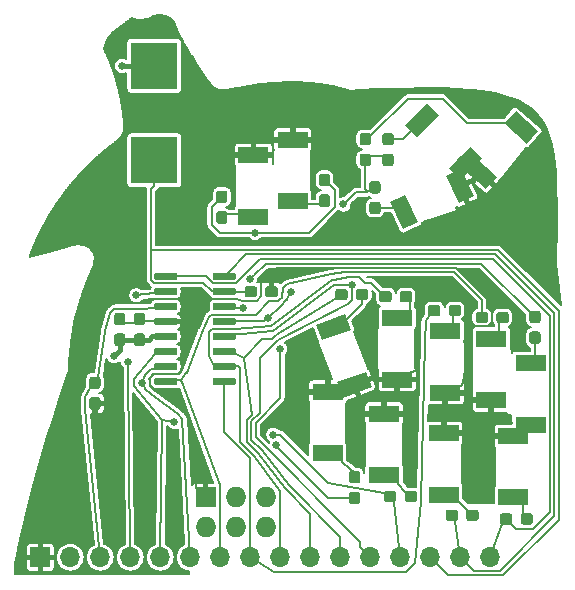
<source format=gbl>
G04 #@! TF.GenerationSoftware,KiCad,Pcbnew,(5.1.2)-1*
G04 #@! TF.CreationDate,2019-07-09T23:08:42-04:00*
G04 #@! TF.ProjectId,SPIvSPI_SAO_Black,53504976-5350-4495-9f53-414f5f426c61,0*
G04 #@! TF.SameCoordinates,PX8b5c450PY5b57ca0*
G04 #@! TF.FileFunction,Copper,L2,Bot*
G04 #@! TF.FilePolarity,Positive*
%FSLAX46Y46*%
G04 Gerber Fmt 4.6, Leading zero omitted, Abs format (unit mm)*
G04 Created by KiCad (PCBNEW (5.1.2)-1) date 2019-07-09 23:08:42*
%MOMM*%
%LPD*%
G04 APERTURE LIST*
%ADD10R,2.600000X1.400000*%
%ADD11C,1.400000*%
%ADD12C,0.100000*%
%ADD13O,1.727200X1.727200*%
%ADD14R,1.727200X1.727200*%
%ADD15R,4.000000X4.000000*%
%ADD16C,0.950000*%
%ADD17C,0.600000*%
%ADD18O,1.700000X1.700000*%
%ADD19R,1.700000X1.700000*%
%ADD20C,0.650000*%
%ADD21C,0.406400*%
%ADD22C,0.178000*%
%ADD23C,0.177800*%
%ADD24C,0.250000*%
%ADD25C,0.203200*%
G04 APERTURE END LIST*
D10*
X16880000Y-8930000D03*
X16880000Y-14130000D03*
X11020000Y-8700000D03*
X11020000Y-13900000D03*
X5950000Y-7050000D03*
X5950000Y-12250000D03*
X1190000Y-5200000D03*
X1190000Y-10400000D03*
X18370000Y-7960000D03*
X18370000Y-2760000D03*
X15030000Y-5900000D03*
X15030000Y-700000D03*
X11130000Y-5270000D03*
X11130000Y-70000D03*
X7060000Y-4160000D03*
X7060000Y1040000D03*
D11*
X3438504Y-4606402D03*
D12*
G36*
X1977489Y-4393243D02*
G01*
X4420690Y-3503991D01*
X4899519Y-4819561D01*
X2456318Y-5708813D01*
X1977489Y-4393243D01*
X1977489Y-4393243D01*
G37*
D11*
X1660000Y280000D03*
D12*
G36*
X198985Y493159D02*
G01*
X2642186Y1382411D01*
X3121015Y66841D01*
X677814Y-822411D01*
X198985Y493159D01*
X198985Y493159D01*
G37*
D11*
X14100980Y13346651D03*
D12*
G36*
X13603283Y14736722D02*
G01*
X15535460Y12996983D01*
X14598677Y11956580D01*
X12666500Y13696319D01*
X13603283Y14736722D01*
X13603283Y14736722D01*
G37*
D11*
X17580460Y17211005D03*
D12*
G36*
X17082763Y18601076D02*
G01*
X19014940Y16861337D01*
X18078157Y15820934D01*
X16145980Y17560673D01*
X17082763Y18601076D01*
X17082763Y18601076D01*
G37*
D11*
X12826956Y14153044D03*
D12*
G36*
X11412742Y13728780D02*
G01*
X13251220Y15567258D01*
X14241170Y14577308D01*
X12402692Y12738830D01*
X11412742Y13728780D01*
X11412742Y13728780D01*
G37*
D11*
X9150000Y17830000D03*
D12*
G36*
X7735786Y17405736D02*
G01*
X9574264Y19244214D01*
X10564214Y18254264D01*
X8725736Y16415786D01*
X7735786Y17405736D01*
X7735786Y17405736D01*
G37*
D11*
X12379601Y12238059D03*
D12*
G36*
X12294589Y10764026D02*
G01*
X11195782Y13120426D01*
X12464613Y13712092D01*
X13563420Y11355692D01*
X12294589Y10764026D01*
X12294589Y10764026D01*
G37*
D11*
X7666801Y10040445D03*
D12*
G36*
X7581789Y8566412D02*
G01*
X6482982Y10922812D01*
X7751813Y11514478D01*
X8850620Y9158078D01*
X7581789Y8566412D01*
X7581789Y8566412D01*
G37*
D10*
X-1770000Y16150000D03*
X-1770000Y10950000D03*
X-5110000Y14840000D03*
X-5110000Y9640000D03*
D13*
X-4080000Y-16660000D03*
X-4080000Y-14120000D03*
X-6620000Y-16660000D03*
X-6620000Y-14120000D03*
X-9160000Y-16660000D03*
D14*
X-9160000Y-14120000D03*
D15*
X-13500000Y22410000D03*
X-13500000Y14410000D03*
D12*
G36*
X1170779Y13278856D02*
G01*
X1193834Y13275437D01*
X1216443Y13269773D01*
X1238387Y13261921D01*
X1259457Y13251956D01*
X1279448Y13239974D01*
X1298168Y13226090D01*
X1315438Y13210438D01*
X1331090Y13193168D01*
X1344974Y13174448D01*
X1356956Y13154457D01*
X1366921Y13133387D01*
X1374773Y13111443D01*
X1380437Y13088834D01*
X1383856Y13065779D01*
X1385000Y13042500D01*
X1385000Y12467500D01*
X1383856Y12444221D01*
X1380437Y12421166D01*
X1374773Y12398557D01*
X1366921Y12376613D01*
X1356956Y12355543D01*
X1344974Y12335552D01*
X1331090Y12316832D01*
X1315438Y12299562D01*
X1298168Y12283910D01*
X1279448Y12270026D01*
X1259457Y12258044D01*
X1238387Y12248079D01*
X1216443Y12240227D01*
X1193834Y12234563D01*
X1170779Y12231144D01*
X1147500Y12230000D01*
X672500Y12230000D01*
X649221Y12231144D01*
X626166Y12234563D01*
X603557Y12240227D01*
X581613Y12248079D01*
X560543Y12258044D01*
X540552Y12270026D01*
X521832Y12283910D01*
X504562Y12299562D01*
X488910Y12316832D01*
X475026Y12335552D01*
X463044Y12355543D01*
X453079Y12376613D01*
X445227Y12398557D01*
X439563Y12421166D01*
X436144Y12444221D01*
X435000Y12467500D01*
X435000Y13042500D01*
X436144Y13065779D01*
X439563Y13088834D01*
X445227Y13111443D01*
X453079Y13133387D01*
X463044Y13154457D01*
X475026Y13174448D01*
X488910Y13193168D01*
X504562Y13210438D01*
X521832Y13226090D01*
X540552Y13239974D01*
X560543Y13251956D01*
X581613Y13261921D01*
X603557Y13269773D01*
X626166Y13275437D01*
X649221Y13278856D01*
X672500Y13280000D01*
X1147500Y13280000D01*
X1170779Y13278856D01*
X1170779Y13278856D01*
G37*
D16*
X910000Y12755000D03*
D12*
G36*
X1170779Y11528856D02*
G01*
X1193834Y11525437D01*
X1216443Y11519773D01*
X1238387Y11511921D01*
X1259457Y11501956D01*
X1279448Y11489974D01*
X1298168Y11476090D01*
X1315438Y11460438D01*
X1331090Y11443168D01*
X1344974Y11424448D01*
X1356956Y11404457D01*
X1366921Y11383387D01*
X1374773Y11361443D01*
X1380437Y11338834D01*
X1383856Y11315779D01*
X1385000Y11292500D01*
X1385000Y10717500D01*
X1383856Y10694221D01*
X1380437Y10671166D01*
X1374773Y10648557D01*
X1366921Y10626613D01*
X1356956Y10605543D01*
X1344974Y10585552D01*
X1331090Y10566832D01*
X1315438Y10549562D01*
X1298168Y10533910D01*
X1279448Y10520026D01*
X1259457Y10508044D01*
X1238387Y10498079D01*
X1216443Y10490227D01*
X1193834Y10484563D01*
X1170779Y10481144D01*
X1147500Y10480000D01*
X672500Y10480000D01*
X649221Y10481144D01*
X626166Y10484563D01*
X603557Y10490227D01*
X581613Y10498079D01*
X560543Y10508044D01*
X540552Y10520026D01*
X521832Y10533910D01*
X504562Y10549562D01*
X488910Y10566832D01*
X475026Y10585552D01*
X463044Y10605543D01*
X453079Y10626613D01*
X445227Y10648557D01*
X439563Y10671166D01*
X436144Y10694221D01*
X435000Y10717500D01*
X435000Y11292500D01*
X436144Y11315779D01*
X439563Y11338834D01*
X445227Y11361443D01*
X453079Y11383387D01*
X463044Y11404457D01*
X475026Y11424448D01*
X488910Y11443168D01*
X504562Y11460438D01*
X521832Y11476090D01*
X540552Y11489974D01*
X560543Y11501956D01*
X581613Y11511921D01*
X603557Y11519773D01*
X626166Y11525437D01*
X649221Y11528856D01*
X672500Y11530000D01*
X1147500Y11530000D01*
X1170779Y11528856D01*
X1170779Y11528856D01*
G37*
D16*
X910000Y11005000D03*
D12*
G36*
X-6735297Y-4015722D02*
G01*
X-6720736Y-4017882D01*
X-6706457Y-4021459D01*
X-6692597Y-4026418D01*
X-6679290Y-4032712D01*
X-6666664Y-4040280D01*
X-6654841Y-4049048D01*
X-6643934Y-4058934D01*
X-6634048Y-4069841D01*
X-6625280Y-4081664D01*
X-6617712Y-4094290D01*
X-6611418Y-4107597D01*
X-6606459Y-4121457D01*
X-6602882Y-4135736D01*
X-6600722Y-4150297D01*
X-6600000Y-4165000D01*
X-6600000Y-4465000D01*
X-6600722Y-4479703D01*
X-6602882Y-4494264D01*
X-6606459Y-4508543D01*
X-6611418Y-4522403D01*
X-6617712Y-4535710D01*
X-6625280Y-4548336D01*
X-6634048Y-4560159D01*
X-6643934Y-4571066D01*
X-6654841Y-4580952D01*
X-6666664Y-4589720D01*
X-6679290Y-4597288D01*
X-6692597Y-4603582D01*
X-6706457Y-4608541D01*
X-6720736Y-4612118D01*
X-6735297Y-4614278D01*
X-6750000Y-4615000D01*
X-8400000Y-4615000D01*
X-8414703Y-4614278D01*
X-8429264Y-4612118D01*
X-8443543Y-4608541D01*
X-8457403Y-4603582D01*
X-8470710Y-4597288D01*
X-8483336Y-4589720D01*
X-8495159Y-4580952D01*
X-8506066Y-4571066D01*
X-8515952Y-4560159D01*
X-8524720Y-4548336D01*
X-8532288Y-4535710D01*
X-8538582Y-4522403D01*
X-8543541Y-4508543D01*
X-8547118Y-4494264D01*
X-8549278Y-4479703D01*
X-8550000Y-4465000D01*
X-8550000Y-4165000D01*
X-8549278Y-4150297D01*
X-8547118Y-4135736D01*
X-8543541Y-4121457D01*
X-8538582Y-4107597D01*
X-8532288Y-4094290D01*
X-8524720Y-4081664D01*
X-8515952Y-4069841D01*
X-8506066Y-4058934D01*
X-8495159Y-4049048D01*
X-8483336Y-4040280D01*
X-8470710Y-4032712D01*
X-8457403Y-4026418D01*
X-8443543Y-4021459D01*
X-8429264Y-4017882D01*
X-8414703Y-4015722D01*
X-8400000Y-4015000D01*
X-6750000Y-4015000D01*
X-6735297Y-4015722D01*
X-6735297Y-4015722D01*
G37*
D17*
X-7575000Y-4315000D03*
D12*
G36*
X-6735297Y-2745722D02*
G01*
X-6720736Y-2747882D01*
X-6706457Y-2751459D01*
X-6692597Y-2756418D01*
X-6679290Y-2762712D01*
X-6666664Y-2770280D01*
X-6654841Y-2779048D01*
X-6643934Y-2788934D01*
X-6634048Y-2799841D01*
X-6625280Y-2811664D01*
X-6617712Y-2824290D01*
X-6611418Y-2837597D01*
X-6606459Y-2851457D01*
X-6602882Y-2865736D01*
X-6600722Y-2880297D01*
X-6600000Y-2895000D01*
X-6600000Y-3195000D01*
X-6600722Y-3209703D01*
X-6602882Y-3224264D01*
X-6606459Y-3238543D01*
X-6611418Y-3252403D01*
X-6617712Y-3265710D01*
X-6625280Y-3278336D01*
X-6634048Y-3290159D01*
X-6643934Y-3301066D01*
X-6654841Y-3310952D01*
X-6666664Y-3319720D01*
X-6679290Y-3327288D01*
X-6692597Y-3333582D01*
X-6706457Y-3338541D01*
X-6720736Y-3342118D01*
X-6735297Y-3344278D01*
X-6750000Y-3345000D01*
X-8400000Y-3345000D01*
X-8414703Y-3344278D01*
X-8429264Y-3342118D01*
X-8443543Y-3338541D01*
X-8457403Y-3333582D01*
X-8470710Y-3327288D01*
X-8483336Y-3319720D01*
X-8495159Y-3310952D01*
X-8506066Y-3301066D01*
X-8515952Y-3290159D01*
X-8524720Y-3278336D01*
X-8532288Y-3265710D01*
X-8538582Y-3252403D01*
X-8543541Y-3238543D01*
X-8547118Y-3224264D01*
X-8549278Y-3209703D01*
X-8550000Y-3195000D01*
X-8550000Y-2895000D01*
X-8549278Y-2880297D01*
X-8547118Y-2865736D01*
X-8543541Y-2851457D01*
X-8538582Y-2837597D01*
X-8532288Y-2824290D01*
X-8524720Y-2811664D01*
X-8515952Y-2799841D01*
X-8506066Y-2788934D01*
X-8495159Y-2779048D01*
X-8483336Y-2770280D01*
X-8470710Y-2762712D01*
X-8457403Y-2756418D01*
X-8443543Y-2751459D01*
X-8429264Y-2747882D01*
X-8414703Y-2745722D01*
X-8400000Y-2745000D01*
X-6750000Y-2745000D01*
X-6735297Y-2745722D01*
X-6735297Y-2745722D01*
G37*
D17*
X-7575000Y-3045000D03*
D12*
G36*
X-6735297Y-1475722D02*
G01*
X-6720736Y-1477882D01*
X-6706457Y-1481459D01*
X-6692597Y-1486418D01*
X-6679290Y-1492712D01*
X-6666664Y-1500280D01*
X-6654841Y-1509048D01*
X-6643934Y-1518934D01*
X-6634048Y-1529841D01*
X-6625280Y-1541664D01*
X-6617712Y-1554290D01*
X-6611418Y-1567597D01*
X-6606459Y-1581457D01*
X-6602882Y-1595736D01*
X-6600722Y-1610297D01*
X-6600000Y-1625000D01*
X-6600000Y-1925000D01*
X-6600722Y-1939703D01*
X-6602882Y-1954264D01*
X-6606459Y-1968543D01*
X-6611418Y-1982403D01*
X-6617712Y-1995710D01*
X-6625280Y-2008336D01*
X-6634048Y-2020159D01*
X-6643934Y-2031066D01*
X-6654841Y-2040952D01*
X-6666664Y-2049720D01*
X-6679290Y-2057288D01*
X-6692597Y-2063582D01*
X-6706457Y-2068541D01*
X-6720736Y-2072118D01*
X-6735297Y-2074278D01*
X-6750000Y-2075000D01*
X-8400000Y-2075000D01*
X-8414703Y-2074278D01*
X-8429264Y-2072118D01*
X-8443543Y-2068541D01*
X-8457403Y-2063582D01*
X-8470710Y-2057288D01*
X-8483336Y-2049720D01*
X-8495159Y-2040952D01*
X-8506066Y-2031066D01*
X-8515952Y-2020159D01*
X-8524720Y-2008336D01*
X-8532288Y-1995710D01*
X-8538582Y-1982403D01*
X-8543541Y-1968543D01*
X-8547118Y-1954264D01*
X-8549278Y-1939703D01*
X-8550000Y-1925000D01*
X-8550000Y-1625000D01*
X-8549278Y-1610297D01*
X-8547118Y-1595736D01*
X-8543541Y-1581457D01*
X-8538582Y-1567597D01*
X-8532288Y-1554290D01*
X-8524720Y-1541664D01*
X-8515952Y-1529841D01*
X-8506066Y-1518934D01*
X-8495159Y-1509048D01*
X-8483336Y-1500280D01*
X-8470710Y-1492712D01*
X-8457403Y-1486418D01*
X-8443543Y-1481459D01*
X-8429264Y-1477882D01*
X-8414703Y-1475722D01*
X-8400000Y-1475000D01*
X-6750000Y-1475000D01*
X-6735297Y-1475722D01*
X-6735297Y-1475722D01*
G37*
D17*
X-7575000Y-1775000D03*
D12*
G36*
X-6735297Y-205722D02*
G01*
X-6720736Y-207882D01*
X-6706457Y-211459D01*
X-6692597Y-216418D01*
X-6679290Y-222712D01*
X-6666664Y-230280D01*
X-6654841Y-239048D01*
X-6643934Y-248934D01*
X-6634048Y-259841D01*
X-6625280Y-271664D01*
X-6617712Y-284290D01*
X-6611418Y-297597D01*
X-6606459Y-311457D01*
X-6602882Y-325736D01*
X-6600722Y-340297D01*
X-6600000Y-355000D01*
X-6600000Y-655000D01*
X-6600722Y-669703D01*
X-6602882Y-684264D01*
X-6606459Y-698543D01*
X-6611418Y-712403D01*
X-6617712Y-725710D01*
X-6625280Y-738336D01*
X-6634048Y-750159D01*
X-6643934Y-761066D01*
X-6654841Y-770952D01*
X-6666664Y-779720D01*
X-6679290Y-787288D01*
X-6692597Y-793582D01*
X-6706457Y-798541D01*
X-6720736Y-802118D01*
X-6735297Y-804278D01*
X-6750000Y-805000D01*
X-8400000Y-805000D01*
X-8414703Y-804278D01*
X-8429264Y-802118D01*
X-8443543Y-798541D01*
X-8457403Y-793582D01*
X-8470710Y-787288D01*
X-8483336Y-779720D01*
X-8495159Y-770952D01*
X-8506066Y-761066D01*
X-8515952Y-750159D01*
X-8524720Y-738336D01*
X-8532288Y-725710D01*
X-8538582Y-712403D01*
X-8543541Y-698543D01*
X-8547118Y-684264D01*
X-8549278Y-669703D01*
X-8550000Y-655000D01*
X-8550000Y-355000D01*
X-8549278Y-340297D01*
X-8547118Y-325736D01*
X-8543541Y-311457D01*
X-8538582Y-297597D01*
X-8532288Y-284290D01*
X-8524720Y-271664D01*
X-8515952Y-259841D01*
X-8506066Y-248934D01*
X-8495159Y-239048D01*
X-8483336Y-230280D01*
X-8470710Y-222712D01*
X-8457403Y-216418D01*
X-8443543Y-211459D01*
X-8429264Y-207882D01*
X-8414703Y-205722D01*
X-8400000Y-205000D01*
X-6750000Y-205000D01*
X-6735297Y-205722D01*
X-6735297Y-205722D01*
G37*
D17*
X-7575000Y-505000D03*
D12*
G36*
X-6735297Y1064278D02*
G01*
X-6720736Y1062118D01*
X-6706457Y1058541D01*
X-6692597Y1053582D01*
X-6679290Y1047288D01*
X-6666664Y1039720D01*
X-6654841Y1030952D01*
X-6643934Y1021066D01*
X-6634048Y1010159D01*
X-6625280Y998336D01*
X-6617712Y985710D01*
X-6611418Y972403D01*
X-6606459Y958543D01*
X-6602882Y944264D01*
X-6600722Y929703D01*
X-6600000Y915000D01*
X-6600000Y615000D01*
X-6600722Y600297D01*
X-6602882Y585736D01*
X-6606459Y571457D01*
X-6611418Y557597D01*
X-6617712Y544290D01*
X-6625280Y531664D01*
X-6634048Y519841D01*
X-6643934Y508934D01*
X-6654841Y499048D01*
X-6666664Y490280D01*
X-6679290Y482712D01*
X-6692597Y476418D01*
X-6706457Y471459D01*
X-6720736Y467882D01*
X-6735297Y465722D01*
X-6750000Y465000D01*
X-8400000Y465000D01*
X-8414703Y465722D01*
X-8429264Y467882D01*
X-8443543Y471459D01*
X-8457403Y476418D01*
X-8470710Y482712D01*
X-8483336Y490280D01*
X-8495159Y499048D01*
X-8506066Y508934D01*
X-8515952Y519841D01*
X-8524720Y531664D01*
X-8532288Y544290D01*
X-8538582Y557597D01*
X-8543541Y571457D01*
X-8547118Y585736D01*
X-8549278Y600297D01*
X-8550000Y615000D01*
X-8550000Y915000D01*
X-8549278Y929703D01*
X-8547118Y944264D01*
X-8543541Y958543D01*
X-8538582Y972403D01*
X-8532288Y985710D01*
X-8524720Y998336D01*
X-8515952Y1010159D01*
X-8506066Y1021066D01*
X-8495159Y1030952D01*
X-8483336Y1039720D01*
X-8470710Y1047288D01*
X-8457403Y1053582D01*
X-8443543Y1058541D01*
X-8429264Y1062118D01*
X-8414703Y1064278D01*
X-8400000Y1065000D01*
X-6750000Y1065000D01*
X-6735297Y1064278D01*
X-6735297Y1064278D01*
G37*
D17*
X-7575000Y765000D03*
D12*
G36*
X-6735297Y2334278D02*
G01*
X-6720736Y2332118D01*
X-6706457Y2328541D01*
X-6692597Y2323582D01*
X-6679290Y2317288D01*
X-6666664Y2309720D01*
X-6654841Y2300952D01*
X-6643934Y2291066D01*
X-6634048Y2280159D01*
X-6625280Y2268336D01*
X-6617712Y2255710D01*
X-6611418Y2242403D01*
X-6606459Y2228543D01*
X-6602882Y2214264D01*
X-6600722Y2199703D01*
X-6600000Y2185000D01*
X-6600000Y1885000D01*
X-6600722Y1870297D01*
X-6602882Y1855736D01*
X-6606459Y1841457D01*
X-6611418Y1827597D01*
X-6617712Y1814290D01*
X-6625280Y1801664D01*
X-6634048Y1789841D01*
X-6643934Y1778934D01*
X-6654841Y1769048D01*
X-6666664Y1760280D01*
X-6679290Y1752712D01*
X-6692597Y1746418D01*
X-6706457Y1741459D01*
X-6720736Y1737882D01*
X-6735297Y1735722D01*
X-6750000Y1735000D01*
X-8400000Y1735000D01*
X-8414703Y1735722D01*
X-8429264Y1737882D01*
X-8443543Y1741459D01*
X-8457403Y1746418D01*
X-8470710Y1752712D01*
X-8483336Y1760280D01*
X-8495159Y1769048D01*
X-8506066Y1778934D01*
X-8515952Y1789841D01*
X-8524720Y1801664D01*
X-8532288Y1814290D01*
X-8538582Y1827597D01*
X-8543541Y1841457D01*
X-8547118Y1855736D01*
X-8549278Y1870297D01*
X-8550000Y1885000D01*
X-8550000Y2185000D01*
X-8549278Y2199703D01*
X-8547118Y2214264D01*
X-8543541Y2228543D01*
X-8538582Y2242403D01*
X-8532288Y2255710D01*
X-8524720Y2268336D01*
X-8515952Y2280159D01*
X-8506066Y2291066D01*
X-8495159Y2300952D01*
X-8483336Y2309720D01*
X-8470710Y2317288D01*
X-8457403Y2323582D01*
X-8443543Y2328541D01*
X-8429264Y2332118D01*
X-8414703Y2334278D01*
X-8400000Y2335000D01*
X-6750000Y2335000D01*
X-6735297Y2334278D01*
X-6735297Y2334278D01*
G37*
D17*
X-7575000Y2035000D03*
D12*
G36*
X-6735297Y3604278D02*
G01*
X-6720736Y3602118D01*
X-6706457Y3598541D01*
X-6692597Y3593582D01*
X-6679290Y3587288D01*
X-6666664Y3579720D01*
X-6654841Y3570952D01*
X-6643934Y3561066D01*
X-6634048Y3550159D01*
X-6625280Y3538336D01*
X-6617712Y3525710D01*
X-6611418Y3512403D01*
X-6606459Y3498543D01*
X-6602882Y3484264D01*
X-6600722Y3469703D01*
X-6600000Y3455000D01*
X-6600000Y3155000D01*
X-6600722Y3140297D01*
X-6602882Y3125736D01*
X-6606459Y3111457D01*
X-6611418Y3097597D01*
X-6617712Y3084290D01*
X-6625280Y3071664D01*
X-6634048Y3059841D01*
X-6643934Y3048934D01*
X-6654841Y3039048D01*
X-6666664Y3030280D01*
X-6679290Y3022712D01*
X-6692597Y3016418D01*
X-6706457Y3011459D01*
X-6720736Y3007882D01*
X-6735297Y3005722D01*
X-6750000Y3005000D01*
X-8400000Y3005000D01*
X-8414703Y3005722D01*
X-8429264Y3007882D01*
X-8443543Y3011459D01*
X-8457403Y3016418D01*
X-8470710Y3022712D01*
X-8483336Y3030280D01*
X-8495159Y3039048D01*
X-8506066Y3048934D01*
X-8515952Y3059841D01*
X-8524720Y3071664D01*
X-8532288Y3084290D01*
X-8538582Y3097597D01*
X-8543541Y3111457D01*
X-8547118Y3125736D01*
X-8549278Y3140297D01*
X-8550000Y3155000D01*
X-8550000Y3455000D01*
X-8549278Y3469703D01*
X-8547118Y3484264D01*
X-8543541Y3498543D01*
X-8538582Y3512403D01*
X-8532288Y3525710D01*
X-8524720Y3538336D01*
X-8515952Y3550159D01*
X-8506066Y3561066D01*
X-8495159Y3570952D01*
X-8483336Y3579720D01*
X-8470710Y3587288D01*
X-8457403Y3593582D01*
X-8443543Y3598541D01*
X-8429264Y3602118D01*
X-8414703Y3604278D01*
X-8400000Y3605000D01*
X-6750000Y3605000D01*
X-6735297Y3604278D01*
X-6735297Y3604278D01*
G37*
D17*
X-7575000Y3305000D03*
D12*
G36*
X-6735297Y4874278D02*
G01*
X-6720736Y4872118D01*
X-6706457Y4868541D01*
X-6692597Y4863582D01*
X-6679290Y4857288D01*
X-6666664Y4849720D01*
X-6654841Y4840952D01*
X-6643934Y4831066D01*
X-6634048Y4820159D01*
X-6625280Y4808336D01*
X-6617712Y4795710D01*
X-6611418Y4782403D01*
X-6606459Y4768543D01*
X-6602882Y4754264D01*
X-6600722Y4739703D01*
X-6600000Y4725000D01*
X-6600000Y4425000D01*
X-6600722Y4410297D01*
X-6602882Y4395736D01*
X-6606459Y4381457D01*
X-6611418Y4367597D01*
X-6617712Y4354290D01*
X-6625280Y4341664D01*
X-6634048Y4329841D01*
X-6643934Y4318934D01*
X-6654841Y4309048D01*
X-6666664Y4300280D01*
X-6679290Y4292712D01*
X-6692597Y4286418D01*
X-6706457Y4281459D01*
X-6720736Y4277882D01*
X-6735297Y4275722D01*
X-6750000Y4275000D01*
X-8400000Y4275000D01*
X-8414703Y4275722D01*
X-8429264Y4277882D01*
X-8443543Y4281459D01*
X-8457403Y4286418D01*
X-8470710Y4292712D01*
X-8483336Y4300280D01*
X-8495159Y4309048D01*
X-8506066Y4318934D01*
X-8515952Y4329841D01*
X-8524720Y4341664D01*
X-8532288Y4354290D01*
X-8538582Y4367597D01*
X-8543541Y4381457D01*
X-8547118Y4395736D01*
X-8549278Y4410297D01*
X-8550000Y4425000D01*
X-8550000Y4725000D01*
X-8549278Y4739703D01*
X-8547118Y4754264D01*
X-8543541Y4768543D01*
X-8538582Y4782403D01*
X-8532288Y4795710D01*
X-8524720Y4808336D01*
X-8515952Y4820159D01*
X-8506066Y4831066D01*
X-8495159Y4840952D01*
X-8483336Y4849720D01*
X-8470710Y4857288D01*
X-8457403Y4863582D01*
X-8443543Y4868541D01*
X-8429264Y4872118D01*
X-8414703Y4874278D01*
X-8400000Y4875000D01*
X-6750000Y4875000D01*
X-6735297Y4874278D01*
X-6735297Y4874278D01*
G37*
D17*
X-7575000Y4575000D03*
D12*
G36*
X-11685297Y4874278D02*
G01*
X-11670736Y4872118D01*
X-11656457Y4868541D01*
X-11642597Y4863582D01*
X-11629290Y4857288D01*
X-11616664Y4849720D01*
X-11604841Y4840952D01*
X-11593934Y4831066D01*
X-11584048Y4820159D01*
X-11575280Y4808336D01*
X-11567712Y4795710D01*
X-11561418Y4782403D01*
X-11556459Y4768543D01*
X-11552882Y4754264D01*
X-11550722Y4739703D01*
X-11550000Y4725000D01*
X-11550000Y4425000D01*
X-11550722Y4410297D01*
X-11552882Y4395736D01*
X-11556459Y4381457D01*
X-11561418Y4367597D01*
X-11567712Y4354290D01*
X-11575280Y4341664D01*
X-11584048Y4329841D01*
X-11593934Y4318934D01*
X-11604841Y4309048D01*
X-11616664Y4300280D01*
X-11629290Y4292712D01*
X-11642597Y4286418D01*
X-11656457Y4281459D01*
X-11670736Y4277882D01*
X-11685297Y4275722D01*
X-11700000Y4275000D01*
X-13350000Y4275000D01*
X-13364703Y4275722D01*
X-13379264Y4277882D01*
X-13393543Y4281459D01*
X-13407403Y4286418D01*
X-13420710Y4292712D01*
X-13433336Y4300280D01*
X-13445159Y4309048D01*
X-13456066Y4318934D01*
X-13465952Y4329841D01*
X-13474720Y4341664D01*
X-13482288Y4354290D01*
X-13488582Y4367597D01*
X-13493541Y4381457D01*
X-13497118Y4395736D01*
X-13499278Y4410297D01*
X-13500000Y4425000D01*
X-13500000Y4725000D01*
X-13499278Y4739703D01*
X-13497118Y4754264D01*
X-13493541Y4768543D01*
X-13488582Y4782403D01*
X-13482288Y4795710D01*
X-13474720Y4808336D01*
X-13465952Y4820159D01*
X-13456066Y4831066D01*
X-13445159Y4840952D01*
X-13433336Y4849720D01*
X-13420710Y4857288D01*
X-13407403Y4863582D01*
X-13393543Y4868541D01*
X-13379264Y4872118D01*
X-13364703Y4874278D01*
X-13350000Y4875000D01*
X-11700000Y4875000D01*
X-11685297Y4874278D01*
X-11685297Y4874278D01*
G37*
D17*
X-12525000Y4575000D03*
D12*
G36*
X-11685297Y3604278D02*
G01*
X-11670736Y3602118D01*
X-11656457Y3598541D01*
X-11642597Y3593582D01*
X-11629290Y3587288D01*
X-11616664Y3579720D01*
X-11604841Y3570952D01*
X-11593934Y3561066D01*
X-11584048Y3550159D01*
X-11575280Y3538336D01*
X-11567712Y3525710D01*
X-11561418Y3512403D01*
X-11556459Y3498543D01*
X-11552882Y3484264D01*
X-11550722Y3469703D01*
X-11550000Y3455000D01*
X-11550000Y3155000D01*
X-11550722Y3140297D01*
X-11552882Y3125736D01*
X-11556459Y3111457D01*
X-11561418Y3097597D01*
X-11567712Y3084290D01*
X-11575280Y3071664D01*
X-11584048Y3059841D01*
X-11593934Y3048934D01*
X-11604841Y3039048D01*
X-11616664Y3030280D01*
X-11629290Y3022712D01*
X-11642597Y3016418D01*
X-11656457Y3011459D01*
X-11670736Y3007882D01*
X-11685297Y3005722D01*
X-11700000Y3005000D01*
X-13350000Y3005000D01*
X-13364703Y3005722D01*
X-13379264Y3007882D01*
X-13393543Y3011459D01*
X-13407403Y3016418D01*
X-13420710Y3022712D01*
X-13433336Y3030280D01*
X-13445159Y3039048D01*
X-13456066Y3048934D01*
X-13465952Y3059841D01*
X-13474720Y3071664D01*
X-13482288Y3084290D01*
X-13488582Y3097597D01*
X-13493541Y3111457D01*
X-13497118Y3125736D01*
X-13499278Y3140297D01*
X-13500000Y3155000D01*
X-13500000Y3455000D01*
X-13499278Y3469703D01*
X-13497118Y3484264D01*
X-13493541Y3498543D01*
X-13488582Y3512403D01*
X-13482288Y3525710D01*
X-13474720Y3538336D01*
X-13465952Y3550159D01*
X-13456066Y3561066D01*
X-13445159Y3570952D01*
X-13433336Y3579720D01*
X-13420710Y3587288D01*
X-13407403Y3593582D01*
X-13393543Y3598541D01*
X-13379264Y3602118D01*
X-13364703Y3604278D01*
X-13350000Y3605000D01*
X-11700000Y3605000D01*
X-11685297Y3604278D01*
X-11685297Y3604278D01*
G37*
D17*
X-12525000Y3305000D03*
D12*
G36*
X-11685297Y2334278D02*
G01*
X-11670736Y2332118D01*
X-11656457Y2328541D01*
X-11642597Y2323582D01*
X-11629290Y2317288D01*
X-11616664Y2309720D01*
X-11604841Y2300952D01*
X-11593934Y2291066D01*
X-11584048Y2280159D01*
X-11575280Y2268336D01*
X-11567712Y2255710D01*
X-11561418Y2242403D01*
X-11556459Y2228543D01*
X-11552882Y2214264D01*
X-11550722Y2199703D01*
X-11550000Y2185000D01*
X-11550000Y1885000D01*
X-11550722Y1870297D01*
X-11552882Y1855736D01*
X-11556459Y1841457D01*
X-11561418Y1827597D01*
X-11567712Y1814290D01*
X-11575280Y1801664D01*
X-11584048Y1789841D01*
X-11593934Y1778934D01*
X-11604841Y1769048D01*
X-11616664Y1760280D01*
X-11629290Y1752712D01*
X-11642597Y1746418D01*
X-11656457Y1741459D01*
X-11670736Y1737882D01*
X-11685297Y1735722D01*
X-11700000Y1735000D01*
X-13350000Y1735000D01*
X-13364703Y1735722D01*
X-13379264Y1737882D01*
X-13393543Y1741459D01*
X-13407403Y1746418D01*
X-13420710Y1752712D01*
X-13433336Y1760280D01*
X-13445159Y1769048D01*
X-13456066Y1778934D01*
X-13465952Y1789841D01*
X-13474720Y1801664D01*
X-13482288Y1814290D01*
X-13488582Y1827597D01*
X-13493541Y1841457D01*
X-13497118Y1855736D01*
X-13499278Y1870297D01*
X-13500000Y1885000D01*
X-13500000Y2185000D01*
X-13499278Y2199703D01*
X-13497118Y2214264D01*
X-13493541Y2228543D01*
X-13488582Y2242403D01*
X-13482288Y2255710D01*
X-13474720Y2268336D01*
X-13465952Y2280159D01*
X-13456066Y2291066D01*
X-13445159Y2300952D01*
X-13433336Y2309720D01*
X-13420710Y2317288D01*
X-13407403Y2323582D01*
X-13393543Y2328541D01*
X-13379264Y2332118D01*
X-13364703Y2334278D01*
X-13350000Y2335000D01*
X-11700000Y2335000D01*
X-11685297Y2334278D01*
X-11685297Y2334278D01*
G37*
D17*
X-12525000Y2035000D03*
D12*
G36*
X-11685297Y1064278D02*
G01*
X-11670736Y1062118D01*
X-11656457Y1058541D01*
X-11642597Y1053582D01*
X-11629290Y1047288D01*
X-11616664Y1039720D01*
X-11604841Y1030952D01*
X-11593934Y1021066D01*
X-11584048Y1010159D01*
X-11575280Y998336D01*
X-11567712Y985710D01*
X-11561418Y972403D01*
X-11556459Y958543D01*
X-11552882Y944264D01*
X-11550722Y929703D01*
X-11550000Y915000D01*
X-11550000Y615000D01*
X-11550722Y600297D01*
X-11552882Y585736D01*
X-11556459Y571457D01*
X-11561418Y557597D01*
X-11567712Y544290D01*
X-11575280Y531664D01*
X-11584048Y519841D01*
X-11593934Y508934D01*
X-11604841Y499048D01*
X-11616664Y490280D01*
X-11629290Y482712D01*
X-11642597Y476418D01*
X-11656457Y471459D01*
X-11670736Y467882D01*
X-11685297Y465722D01*
X-11700000Y465000D01*
X-13350000Y465000D01*
X-13364703Y465722D01*
X-13379264Y467882D01*
X-13393543Y471459D01*
X-13407403Y476418D01*
X-13420710Y482712D01*
X-13433336Y490280D01*
X-13445159Y499048D01*
X-13456066Y508934D01*
X-13465952Y519841D01*
X-13474720Y531664D01*
X-13482288Y544290D01*
X-13488582Y557597D01*
X-13493541Y571457D01*
X-13497118Y585736D01*
X-13499278Y600297D01*
X-13500000Y615000D01*
X-13500000Y915000D01*
X-13499278Y929703D01*
X-13497118Y944264D01*
X-13493541Y958543D01*
X-13488582Y972403D01*
X-13482288Y985710D01*
X-13474720Y998336D01*
X-13465952Y1010159D01*
X-13456066Y1021066D01*
X-13445159Y1030952D01*
X-13433336Y1039720D01*
X-13420710Y1047288D01*
X-13407403Y1053582D01*
X-13393543Y1058541D01*
X-13379264Y1062118D01*
X-13364703Y1064278D01*
X-13350000Y1065000D01*
X-11700000Y1065000D01*
X-11685297Y1064278D01*
X-11685297Y1064278D01*
G37*
D17*
X-12525000Y765000D03*
D12*
G36*
X-11685297Y-205722D02*
G01*
X-11670736Y-207882D01*
X-11656457Y-211459D01*
X-11642597Y-216418D01*
X-11629290Y-222712D01*
X-11616664Y-230280D01*
X-11604841Y-239048D01*
X-11593934Y-248934D01*
X-11584048Y-259841D01*
X-11575280Y-271664D01*
X-11567712Y-284290D01*
X-11561418Y-297597D01*
X-11556459Y-311457D01*
X-11552882Y-325736D01*
X-11550722Y-340297D01*
X-11550000Y-355000D01*
X-11550000Y-655000D01*
X-11550722Y-669703D01*
X-11552882Y-684264D01*
X-11556459Y-698543D01*
X-11561418Y-712403D01*
X-11567712Y-725710D01*
X-11575280Y-738336D01*
X-11584048Y-750159D01*
X-11593934Y-761066D01*
X-11604841Y-770952D01*
X-11616664Y-779720D01*
X-11629290Y-787288D01*
X-11642597Y-793582D01*
X-11656457Y-798541D01*
X-11670736Y-802118D01*
X-11685297Y-804278D01*
X-11700000Y-805000D01*
X-13350000Y-805000D01*
X-13364703Y-804278D01*
X-13379264Y-802118D01*
X-13393543Y-798541D01*
X-13407403Y-793582D01*
X-13420710Y-787288D01*
X-13433336Y-779720D01*
X-13445159Y-770952D01*
X-13456066Y-761066D01*
X-13465952Y-750159D01*
X-13474720Y-738336D01*
X-13482288Y-725710D01*
X-13488582Y-712403D01*
X-13493541Y-698543D01*
X-13497118Y-684264D01*
X-13499278Y-669703D01*
X-13500000Y-655000D01*
X-13500000Y-355000D01*
X-13499278Y-340297D01*
X-13497118Y-325736D01*
X-13493541Y-311457D01*
X-13488582Y-297597D01*
X-13482288Y-284290D01*
X-13474720Y-271664D01*
X-13465952Y-259841D01*
X-13456066Y-248934D01*
X-13445159Y-239048D01*
X-13433336Y-230280D01*
X-13420710Y-222712D01*
X-13407403Y-216418D01*
X-13393543Y-211459D01*
X-13379264Y-207882D01*
X-13364703Y-205722D01*
X-13350000Y-205000D01*
X-11700000Y-205000D01*
X-11685297Y-205722D01*
X-11685297Y-205722D01*
G37*
D17*
X-12525000Y-505000D03*
D12*
G36*
X-11685297Y-1475722D02*
G01*
X-11670736Y-1477882D01*
X-11656457Y-1481459D01*
X-11642597Y-1486418D01*
X-11629290Y-1492712D01*
X-11616664Y-1500280D01*
X-11604841Y-1509048D01*
X-11593934Y-1518934D01*
X-11584048Y-1529841D01*
X-11575280Y-1541664D01*
X-11567712Y-1554290D01*
X-11561418Y-1567597D01*
X-11556459Y-1581457D01*
X-11552882Y-1595736D01*
X-11550722Y-1610297D01*
X-11550000Y-1625000D01*
X-11550000Y-1925000D01*
X-11550722Y-1939703D01*
X-11552882Y-1954264D01*
X-11556459Y-1968543D01*
X-11561418Y-1982403D01*
X-11567712Y-1995710D01*
X-11575280Y-2008336D01*
X-11584048Y-2020159D01*
X-11593934Y-2031066D01*
X-11604841Y-2040952D01*
X-11616664Y-2049720D01*
X-11629290Y-2057288D01*
X-11642597Y-2063582D01*
X-11656457Y-2068541D01*
X-11670736Y-2072118D01*
X-11685297Y-2074278D01*
X-11700000Y-2075000D01*
X-13350000Y-2075000D01*
X-13364703Y-2074278D01*
X-13379264Y-2072118D01*
X-13393543Y-2068541D01*
X-13407403Y-2063582D01*
X-13420710Y-2057288D01*
X-13433336Y-2049720D01*
X-13445159Y-2040952D01*
X-13456066Y-2031066D01*
X-13465952Y-2020159D01*
X-13474720Y-2008336D01*
X-13482288Y-1995710D01*
X-13488582Y-1982403D01*
X-13493541Y-1968543D01*
X-13497118Y-1954264D01*
X-13499278Y-1939703D01*
X-13500000Y-1925000D01*
X-13500000Y-1625000D01*
X-13499278Y-1610297D01*
X-13497118Y-1595736D01*
X-13493541Y-1581457D01*
X-13488582Y-1567597D01*
X-13482288Y-1554290D01*
X-13474720Y-1541664D01*
X-13465952Y-1529841D01*
X-13456066Y-1518934D01*
X-13445159Y-1509048D01*
X-13433336Y-1500280D01*
X-13420710Y-1492712D01*
X-13407403Y-1486418D01*
X-13393543Y-1481459D01*
X-13379264Y-1477882D01*
X-13364703Y-1475722D01*
X-13350000Y-1475000D01*
X-11700000Y-1475000D01*
X-11685297Y-1475722D01*
X-11685297Y-1475722D01*
G37*
D17*
X-12525000Y-1775000D03*
D12*
G36*
X-11685297Y-2745722D02*
G01*
X-11670736Y-2747882D01*
X-11656457Y-2751459D01*
X-11642597Y-2756418D01*
X-11629290Y-2762712D01*
X-11616664Y-2770280D01*
X-11604841Y-2779048D01*
X-11593934Y-2788934D01*
X-11584048Y-2799841D01*
X-11575280Y-2811664D01*
X-11567712Y-2824290D01*
X-11561418Y-2837597D01*
X-11556459Y-2851457D01*
X-11552882Y-2865736D01*
X-11550722Y-2880297D01*
X-11550000Y-2895000D01*
X-11550000Y-3195000D01*
X-11550722Y-3209703D01*
X-11552882Y-3224264D01*
X-11556459Y-3238543D01*
X-11561418Y-3252403D01*
X-11567712Y-3265710D01*
X-11575280Y-3278336D01*
X-11584048Y-3290159D01*
X-11593934Y-3301066D01*
X-11604841Y-3310952D01*
X-11616664Y-3319720D01*
X-11629290Y-3327288D01*
X-11642597Y-3333582D01*
X-11656457Y-3338541D01*
X-11670736Y-3342118D01*
X-11685297Y-3344278D01*
X-11700000Y-3345000D01*
X-13350000Y-3345000D01*
X-13364703Y-3344278D01*
X-13379264Y-3342118D01*
X-13393543Y-3338541D01*
X-13407403Y-3333582D01*
X-13420710Y-3327288D01*
X-13433336Y-3319720D01*
X-13445159Y-3310952D01*
X-13456066Y-3301066D01*
X-13465952Y-3290159D01*
X-13474720Y-3278336D01*
X-13482288Y-3265710D01*
X-13488582Y-3252403D01*
X-13493541Y-3238543D01*
X-13497118Y-3224264D01*
X-13499278Y-3209703D01*
X-13500000Y-3195000D01*
X-13500000Y-2895000D01*
X-13499278Y-2880297D01*
X-13497118Y-2865736D01*
X-13493541Y-2851457D01*
X-13488582Y-2837597D01*
X-13482288Y-2824290D01*
X-13474720Y-2811664D01*
X-13465952Y-2799841D01*
X-13456066Y-2788934D01*
X-13445159Y-2779048D01*
X-13433336Y-2770280D01*
X-13420710Y-2762712D01*
X-13407403Y-2756418D01*
X-13393543Y-2751459D01*
X-13379264Y-2747882D01*
X-13364703Y-2745722D01*
X-13350000Y-2745000D01*
X-11700000Y-2745000D01*
X-11685297Y-2745722D01*
X-11685297Y-2745722D01*
G37*
D17*
X-12525000Y-3045000D03*
D12*
G36*
X-11685297Y-4015722D02*
G01*
X-11670736Y-4017882D01*
X-11656457Y-4021459D01*
X-11642597Y-4026418D01*
X-11629290Y-4032712D01*
X-11616664Y-4040280D01*
X-11604841Y-4049048D01*
X-11593934Y-4058934D01*
X-11584048Y-4069841D01*
X-11575280Y-4081664D01*
X-11567712Y-4094290D01*
X-11561418Y-4107597D01*
X-11556459Y-4121457D01*
X-11552882Y-4135736D01*
X-11550722Y-4150297D01*
X-11550000Y-4165000D01*
X-11550000Y-4465000D01*
X-11550722Y-4479703D01*
X-11552882Y-4494264D01*
X-11556459Y-4508543D01*
X-11561418Y-4522403D01*
X-11567712Y-4535710D01*
X-11575280Y-4548336D01*
X-11584048Y-4560159D01*
X-11593934Y-4571066D01*
X-11604841Y-4580952D01*
X-11616664Y-4589720D01*
X-11629290Y-4597288D01*
X-11642597Y-4603582D01*
X-11656457Y-4608541D01*
X-11670736Y-4612118D01*
X-11685297Y-4614278D01*
X-11700000Y-4615000D01*
X-13350000Y-4615000D01*
X-13364703Y-4614278D01*
X-13379264Y-4612118D01*
X-13393543Y-4608541D01*
X-13407403Y-4603582D01*
X-13420710Y-4597288D01*
X-13433336Y-4589720D01*
X-13445159Y-4580952D01*
X-13456066Y-4571066D01*
X-13465952Y-4560159D01*
X-13474720Y-4548336D01*
X-13482288Y-4535710D01*
X-13488582Y-4522403D01*
X-13493541Y-4508543D01*
X-13497118Y-4494264D01*
X-13499278Y-4479703D01*
X-13500000Y-4465000D01*
X-13500000Y-4165000D01*
X-13499278Y-4150297D01*
X-13497118Y-4135736D01*
X-13493541Y-4121457D01*
X-13488582Y-4107597D01*
X-13482288Y-4094290D01*
X-13474720Y-4081664D01*
X-13465952Y-4069841D01*
X-13456066Y-4058934D01*
X-13445159Y-4049048D01*
X-13433336Y-4040280D01*
X-13420710Y-4032712D01*
X-13407403Y-4026418D01*
X-13393543Y-4021459D01*
X-13379264Y-4017882D01*
X-13364703Y-4015722D01*
X-13350000Y-4015000D01*
X-11700000Y-4015000D01*
X-11685297Y-4015722D01*
X-11685297Y-4015722D01*
G37*
D17*
X-12525000Y-4315000D03*
D12*
G36*
X16590779Y-15476144D02*
G01*
X16613834Y-15479563D01*
X16636443Y-15485227D01*
X16658387Y-15493079D01*
X16679457Y-15503044D01*
X16699448Y-15515026D01*
X16718168Y-15528910D01*
X16735438Y-15544562D01*
X16751090Y-15561832D01*
X16764974Y-15580552D01*
X16776956Y-15600543D01*
X16786921Y-15621613D01*
X16794773Y-15643557D01*
X16800437Y-15666166D01*
X16803856Y-15689221D01*
X16805000Y-15712500D01*
X16805000Y-16187500D01*
X16803856Y-16210779D01*
X16800437Y-16233834D01*
X16794773Y-16256443D01*
X16786921Y-16278387D01*
X16776956Y-16299457D01*
X16764974Y-16319448D01*
X16751090Y-16338168D01*
X16735438Y-16355438D01*
X16718168Y-16371090D01*
X16699448Y-16384974D01*
X16679457Y-16396956D01*
X16658387Y-16406921D01*
X16636443Y-16414773D01*
X16613834Y-16420437D01*
X16590779Y-16423856D01*
X16567500Y-16425000D01*
X15992500Y-16425000D01*
X15969221Y-16423856D01*
X15946166Y-16420437D01*
X15923557Y-16414773D01*
X15901613Y-16406921D01*
X15880543Y-16396956D01*
X15860552Y-16384974D01*
X15841832Y-16371090D01*
X15824562Y-16355438D01*
X15808910Y-16338168D01*
X15795026Y-16319448D01*
X15783044Y-16299457D01*
X15773079Y-16278387D01*
X15765227Y-16256443D01*
X15759563Y-16233834D01*
X15756144Y-16210779D01*
X15755000Y-16187500D01*
X15755000Y-15712500D01*
X15756144Y-15689221D01*
X15759563Y-15666166D01*
X15765227Y-15643557D01*
X15773079Y-15621613D01*
X15783044Y-15600543D01*
X15795026Y-15580552D01*
X15808910Y-15561832D01*
X15824562Y-15544562D01*
X15841832Y-15528910D01*
X15860552Y-15515026D01*
X15880543Y-15503044D01*
X15901613Y-15493079D01*
X15923557Y-15485227D01*
X15946166Y-15479563D01*
X15969221Y-15476144D01*
X15992500Y-15475000D01*
X16567500Y-15475000D01*
X16590779Y-15476144D01*
X16590779Y-15476144D01*
G37*
D16*
X16280000Y-15950000D03*
D12*
G36*
X18340779Y-15476144D02*
G01*
X18363834Y-15479563D01*
X18386443Y-15485227D01*
X18408387Y-15493079D01*
X18429457Y-15503044D01*
X18449448Y-15515026D01*
X18468168Y-15528910D01*
X18485438Y-15544562D01*
X18501090Y-15561832D01*
X18514974Y-15580552D01*
X18526956Y-15600543D01*
X18536921Y-15621613D01*
X18544773Y-15643557D01*
X18550437Y-15666166D01*
X18553856Y-15689221D01*
X18555000Y-15712500D01*
X18555000Y-16187500D01*
X18553856Y-16210779D01*
X18550437Y-16233834D01*
X18544773Y-16256443D01*
X18536921Y-16278387D01*
X18526956Y-16299457D01*
X18514974Y-16319448D01*
X18501090Y-16338168D01*
X18485438Y-16355438D01*
X18468168Y-16371090D01*
X18449448Y-16384974D01*
X18429457Y-16396956D01*
X18408387Y-16406921D01*
X18386443Y-16414773D01*
X18363834Y-16420437D01*
X18340779Y-16423856D01*
X18317500Y-16425000D01*
X17742500Y-16425000D01*
X17719221Y-16423856D01*
X17696166Y-16420437D01*
X17673557Y-16414773D01*
X17651613Y-16406921D01*
X17630543Y-16396956D01*
X17610552Y-16384974D01*
X17591832Y-16371090D01*
X17574562Y-16355438D01*
X17558910Y-16338168D01*
X17545026Y-16319448D01*
X17533044Y-16299457D01*
X17523079Y-16278387D01*
X17515227Y-16256443D01*
X17509563Y-16233834D01*
X17506144Y-16210779D01*
X17505000Y-16187500D01*
X17505000Y-15712500D01*
X17506144Y-15689221D01*
X17509563Y-15666166D01*
X17515227Y-15643557D01*
X17523079Y-15621613D01*
X17533044Y-15600543D01*
X17545026Y-15580552D01*
X17558910Y-15561832D01*
X17574562Y-15544562D01*
X17591832Y-15528910D01*
X17610552Y-15515026D01*
X17630543Y-15503044D01*
X17651613Y-15493079D01*
X17673557Y-15485227D01*
X17696166Y-15479563D01*
X17719221Y-15476144D01*
X17742500Y-15475000D01*
X18317500Y-15475000D01*
X18340779Y-15476144D01*
X18340779Y-15476144D01*
G37*
D16*
X18030000Y-15950000D03*
D12*
G36*
X11995779Y-15166144D02*
G01*
X12018834Y-15169563D01*
X12041443Y-15175227D01*
X12063387Y-15183079D01*
X12084457Y-15193044D01*
X12104448Y-15205026D01*
X12123168Y-15218910D01*
X12140438Y-15234562D01*
X12156090Y-15251832D01*
X12169974Y-15270552D01*
X12181956Y-15290543D01*
X12191921Y-15311613D01*
X12199773Y-15333557D01*
X12205437Y-15356166D01*
X12208856Y-15379221D01*
X12210000Y-15402500D01*
X12210000Y-15877500D01*
X12208856Y-15900779D01*
X12205437Y-15923834D01*
X12199773Y-15946443D01*
X12191921Y-15968387D01*
X12181956Y-15989457D01*
X12169974Y-16009448D01*
X12156090Y-16028168D01*
X12140438Y-16045438D01*
X12123168Y-16061090D01*
X12104448Y-16074974D01*
X12084457Y-16086956D01*
X12063387Y-16096921D01*
X12041443Y-16104773D01*
X12018834Y-16110437D01*
X11995779Y-16113856D01*
X11972500Y-16115000D01*
X11397500Y-16115000D01*
X11374221Y-16113856D01*
X11351166Y-16110437D01*
X11328557Y-16104773D01*
X11306613Y-16096921D01*
X11285543Y-16086956D01*
X11265552Y-16074974D01*
X11246832Y-16061090D01*
X11229562Y-16045438D01*
X11213910Y-16028168D01*
X11200026Y-16009448D01*
X11188044Y-15989457D01*
X11178079Y-15968387D01*
X11170227Y-15946443D01*
X11164563Y-15923834D01*
X11161144Y-15900779D01*
X11160000Y-15877500D01*
X11160000Y-15402500D01*
X11161144Y-15379221D01*
X11164563Y-15356166D01*
X11170227Y-15333557D01*
X11178079Y-15311613D01*
X11188044Y-15290543D01*
X11200026Y-15270552D01*
X11213910Y-15251832D01*
X11229562Y-15234562D01*
X11246832Y-15218910D01*
X11265552Y-15205026D01*
X11285543Y-15193044D01*
X11306613Y-15183079D01*
X11328557Y-15175227D01*
X11351166Y-15169563D01*
X11374221Y-15166144D01*
X11397500Y-15165000D01*
X11972500Y-15165000D01*
X11995779Y-15166144D01*
X11995779Y-15166144D01*
G37*
D16*
X11685000Y-15640000D03*
D12*
G36*
X13745779Y-15166144D02*
G01*
X13768834Y-15169563D01*
X13791443Y-15175227D01*
X13813387Y-15183079D01*
X13834457Y-15193044D01*
X13854448Y-15205026D01*
X13873168Y-15218910D01*
X13890438Y-15234562D01*
X13906090Y-15251832D01*
X13919974Y-15270552D01*
X13931956Y-15290543D01*
X13941921Y-15311613D01*
X13949773Y-15333557D01*
X13955437Y-15356166D01*
X13958856Y-15379221D01*
X13960000Y-15402500D01*
X13960000Y-15877500D01*
X13958856Y-15900779D01*
X13955437Y-15923834D01*
X13949773Y-15946443D01*
X13941921Y-15968387D01*
X13931956Y-15989457D01*
X13919974Y-16009448D01*
X13906090Y-16028168D01*
X13890438Y-16045438D01*
X13873168Y-16061090D01*
X13854448Y-16074974D01*
X13834457Y-16086956D01*
X13813387Y-16096921D01*
X13791443Y-16104773D01*
X13768834Y-16110437D01*
X13745779Y-16113856D01*
X13722500Y-16115000D01*
X13147500Y-16115000D01*
X13124221Y-16113856D01*
X13101166Y-16110437D01*
X13078557Y-16104773D01*
X13056613Y-16096921D01*
X13035543Y-16086956D01*
X13015552Y-16074974D01*
X12996832Y-16061090D01*
X12979562Y-16045438D01*
X12963910Y-16028168D01*
X12950026Y-16009448D01*
X12938044Y-15989457D01*
X12928079Y-15968387D01*
X12920227Y-15946443D01*
X12914563Y-15923834D01*
X12911144Y-15900779D01*
X12910000Y-15877500D01*
X12910000Y-15402500D01*
X12911144Y-15379221D01*
X12914563Y-15356166D01*
X12920227Y-15333557D01*
X12928079Y-15311613D01*
X12938044Y-15290543D01*
X12950026Y-15270552D01*
X12963910Y-15251832D01*
X12979562Y-15234562D01*
X12996832Y-15218910D01*
X13015552Y-15205026D01*
X13035543Y-15193044D01*
X13056613Y-15183079D01*
X13078557Y-15175227D01*
X13101166Y-15169563D01*
X13124221Y-15166144D01*
X13147500Y-15165000D01*
X13722500Y-15165000D01*
X13745779Y-15166144D01*
X13745779Y-15166144D01*
G37*
D16*
X13435000Y-15640000D03*
D12*
G36*
X6785779Y-13576144D02*
G01*
X6808834Y-13579563D01*
X6831443Y-13585227D01*
X6853387Y-13593079D01*
X6874457Y-13603044D01*
X6894448Y-13615026D01*
X6913168Y-13628910D01*
X6930438Y-13644562D01*
X6946090Y-13661832D01*
X6959974Y-13680552D01*
X6971956Y-13700543D01*
X6981921Y-13721613D01*
X6989773Y-13743557D01*
X6995437Y-13766166D01*
X6998856Y-13789221D01*
X7000000Y-13812500D01*
X7000000Y-14287500D01*
X6998856Y-14310779D01*
X6995437Y-14333834D01*
X6989773Y-14356443D01*
X6981921Y-14378387D01*
X6971956Y-14399457D01*
X6959974Y-14419448D01*
X6946090Y-14438168D01*
X6930438Y-14455438D01*
X6913168Y-14471090D01*
X6894448Y-14484974D01*
X6874457Y-14496956D01*
X6853387Y-14506921D01*
X6831443Y-14514773D01*
X6808834Y-14520437D01*
X6785779Y-14523856D01*
X6762500Y-14525000D01*
X6187500Y-14525000D01*
X6164221Y-14523856D01*
X6141166Y-14520437D01*
X6118557Y-14514773D01*
X6096613Y-14506921D01*
X6075543Y-14496956D01*
X6055552Y-14484974D01*
X6036832Y-14471090D01*
X6019562Y-14455438D01*
X6003910Y-14438168D01*
X5990026Y-14419448D01*
X5978044Y-14399457D01*
X5968079Y-14378387D01*
X5960227Y-14356443D01*
X5954563Y-14333834D01*
X5951144Y-14310779D01*
X5950000Y-14287500D01*
X5950000Y-13812500D01*
X5951144Y-13789221D01*
X5954563Y-13766166D01*
X5960227Y-13743557D01*
X5968079Y-13721613D01*
X5978044Y-13700543D01*
X5990026Y-13680552D01*
X6003910Y-13661832D01*
X6019562Y-13644562D01*
X6036832Y-13628910D01*
X6055552Y-13615026D01*
X6075543Y-13603044D01*
X6096613Y-13593079D01*
X6118557Y-13585227D01*
X6141166Y-13579563D01*
X6164221Y-13576144D01*
X6187500Y-13575000D01*
X6762500Y-13575000D01*
X6785779Y-13576144D01*
X6785779Y-13576144D01*
G37*
D16*
X6475000Y-14050000D03*
D12*
G36*
X8535779Y-13576144D02*
G01*
X8558834Y-13579563D01*
X8581443Y-13585227D01*
X8603387Y-13593079D01*
X8624457Y-13603044D01*
X8644448Y-13615026D01*
X8663168Y-13628910D01*
X8680438Y-13644562D01*
X8696090Y-13661832D01*
X8709974Y-13680552D01*
X8721956Y-13700543D01*
X8731921Y-13721613D01*
X8739773Y-13743557D01*
X8745437Y-13766166D01*
X8748856Y-13789221D01*
X8750000Y-13812500D01*
X8750000Y-14287500D01*
X8748856Y-14310779D01*
X8745437Y-14333834D01*
X8739773Y-14356443D01*
X8731921Y-14378387D01*
X8721956Y-14399457D01*
X8709974Y-14419448D01*
X8696090Y-14438168D01*
X8680438Y-14455438D01*
X8663168Y-14471090D01*
X8644448Y-14484974D01*
X8624457Y-14496956D01*
X8603387Y-14506921D01*
X8581443Y-14514773D01*
X8558834Y-14520437D01*
X8535779Y-14523856D01*
X8512500Y-14525000D01*
X7937500Y-14525000D01*
X7914221Y-14523856D01*
X7891166Y-14520437D01*
X7868557Y-14514773D01*
X7846613Y-14506921D01*
X7825543Y-14496956D01*
X7805552Y-14484974D01*
X7786832Y-14471090D01*
X7769562Y-14455438D01*
X7753910Y-14438168D01*
X7740026Y-14419448D01*
X7728044Y-14399457D01*
X7718079Y-14378387D01*
X7710227Y-14356443D01*
X7704563Y-14333834D01*
X7701144Y-14310779D01*
X7700000Y-14287500D01*
X7700000Y-13812500D01*
X7701144Y-13789221D01*
X7704563Y-13766166D01*
X7710227Y-13743557D01*
X7718079Y-13721613D01*
X7728044Y-13700543D01*
X7740026Y-13680552D01*
X7753910Y-13661832D01*
X7769562Y-13644562D01*
X7786832Y-13628910D01*
X7805552Y-13615026D01*
X7825543Y-13603044D01*
X7846613Y-13593079D01*
X7868557Y-13585227D01*
X7891166Y-13579563D01*
X7914221Y-13576144D01*
X7937500Y-13575000D01*
X8512500Y-13575000D01*
X8535779Y-13576144D01*
X8535779Y-13576144D01*
G37*
D16*
X8225000Y-14050000D03*
D12*
G36*
X3730779Y-13646144D02*
G01*
X3753834Y-13649563D01*
X3776443Y-13655227D01*
X3798387Y-13663079D01*
X3819457Y-13673044D01*
X3839448Y-13685026D01*
X3858168Y-13698910D01*
X3875438Y-13714562D01*
X3891090Y-13731832D01*
X3904974Y-13750552D01*
X3916956Y-13770543D01*
X3926921Y-13791613D01*
X3934773Y-13813557D01*
X3940437Y-13836166D01*
X3943856Y-13859221D01*
X3945000Y-13882500D01*
X3945000Y-14457500D01*
X3943856Y-14480779D01*
X3940437Y-14503834D01*
X3934773Y-14526443D01*
X3926921Y-14548387D01*
X3916956Y-14569457D01*
X3904974Y-14589448D01*
X3891090Y-14608168D01*
X3875438Y-14625438D01*
X3858168Y-14641090D01*
X3839448Y-14654974D01*
X3819457Y-14666956D01*
X3798387Y-14676921D01*
X3776443Y-14684773D01*
X3753834Y-14690437D01*
X3730779Y-14693856D01*
X3707500Y-14695000D01*
X3232500Y-14695000D01*
X3209221Y-14693856D01*
X3186166Y-14690437D01*
X3163557Y-14684773D01*
X3141613Y-14676921D01*
X3120543Y-14666956D01*
X3100552Y-14654974D01*
X3081832Y-14641090D01*
X3064562Y-14625438D01*
X3048910Y-14608168D01*
X3035026Y-14589448D01*
X3023044Y-14569457D01*
X3013079Y-14548387D01*
X3005227Y-14526443D01*
X2999563Y-14503834D01*
X2996144Y-14480779D01*
X2995000Y-14457500D01*
X2995000Y-13882500D01*
X2996144Y-13859221D01*
X2999563Y-13836166D01*
X3005227Y-13813557D01*
X3013079Y-13791613D01*
X3023044Y-13770543D01*
X3035026Y-13750552D01*
X3048910Y-13731832D01*
X3064562Y-13714562D01*
X3081832Y-13698910D01*
X3100552Y-13685026D01*
X3120543Y-13673044D01*
X3141613Y-13663079D01*
X3163557Y-13655227D01*
X3186166Y-13649563D01*
X3209221Y-13646144D01*
X3232500Y-13645000D01*
X3707500Y-13645000D01*
X3730779Y-13646144D01*
X3730779Y-13646144D01*
G37*
D16*
X3470000Y-14170000D03*
D12*
G36*
X3730779Y-11896144D02*
G01*
X3753834Y-11899563D01*
X3776443Y-11905227D01*
X3798387Y-11913079D01*
X3819457Y-11923044D01*
X3839448Y-11935026D01*
X3858168Y-11948910D01*
X3875438Y-11964562D01*
X3891090Y-11981832D01*
X3904974Y-12000552D01*
X3916956Y-12020543D01*
X3926921Y-12041613D01*
X3934773Y-12063557D01*
X3940437Y-12086166D01*
X3943856Y-12109221D01*
X3945000Y-12132500D01*
X3945000Y-12707500D01*
X3943856Y-12730779D01*
X3940437Y-12753834D01*
X3934773Y-12776443D01*
X3926921Y-12798387D01*
X3916956Y-12819457D01*
X3904974Y-12839448D01*
X3891090Y-12858168D01*
X3875438Y-12875438D01*
X3858168Y-12891090D01*
X3839448Y-12904974D01*
X3819457Y-12916956D01*
X3798387Y-12926921D01*
X3776443Y-12934773D01*
X3753834Y-12940437D01*
X3730779Y-12943856D01*
X3707500Y-12945000D01*
X3232500Y-12945000D01*
X3209221Y-12943856D01*
X3186166Y-12940437D01*
X3163557Y-12934773D01*
X3141613Y-12926921D01*
X3120543Y-12916956D01*
X3100552Y-12904974D01*
X3081832Y-12891090D01*
X3064562Y-12875438D01*
X3048910Y-12858168D01*
X3035026Y-12839448D01*
X3023044Y-12819457D01*
X3013079Y-12798387D01*
X3005227Y-12776443D01*
X2999563Y-12753834D01*
X2996144Y-12730779D01*
X2995000Y-12707500D01*
X2995000Y-12132500D01*
X2996144Y-12109221D01*
X2999563Y-12086166D01*
X3005227Y-12063557D01*
X3013079Y-12041613D01*
X3023044Y-12020543D01*
X3035026Y-12000552D01*
X3048910Y-11981832D01*
X3064562Y-11964562D01*
X3081832Y-11948910D01*
X3100552Y-11935026D01*
X3120543Y-11923044D01*
X3141613Y-11913079D01*
X3163557Y-11905227D01*
X3186166Y-11899563D01*
X3209221Y-11896144D01*
X3232500Y-11895000D01*
X3707500Y-11895000D01*
X3730779Y-11896144D01*
X3730779Y-11896144D01*
G37*
D16*
X3470000Y-12420000D03*
D12*
G36*
X18990779Y1668856D02*
G01*
X19013834Y1665437D01*
X19036443Y1659773D01*
X19058387Y1651921D01*
X19079457Y1641956D01*
X19099448Y1629974D01*
X19118168Y1616090D01*
X19135438Y1600438D01*
X19151090Y1583168D01*
X19164974Y1564448D01*
X19176956Y1544457D01*
X19186921Y1523387D01*
X19194773Y1501443D01*
X19200437Y1478834D01*
X19203856Y1455779D01*
X19205000Y1432500D01*
X19205000Y857500D01*
X19203856Y834221D01*
X19200437Y811166D01*
X19194773Y788557D01*
X19186921Y766613D01*
X19176956Y745543D01*
X19164974Y725552D01*
X19151090Y706832D01*
X19135438Y689562D01*
X19118168Y673910D01*
X19099448Y660026D01*
X19079457Y648044D01*
X19058387Y638079D01*
X19036443Y630227D01*
X19013834Y624563D01*
X18990779Y621144D01*
X18967500Y620000D01*
X18492500Y620000D01*
X18469221Y621144D01*
X18446166Y624563D01*
X18423557Y630227D01*
X18401613Y638079D01*
X18380543Y648044D01*
X18360552Y660026D01*
X18341832Y673910D01*
X18324562Y689562D01*
X18308910Y706832D01*
X18295026Y725552D01*
X18283044Y745543D01*
X18273079Y766613D01*
X18265227Y788557D01*
X18259563Y811166D01*
X18256144Y834221D01*
X18255000Y857500D01*
X18255000Y1432500D01*
X18256144Y1455779D01*
X18259563Y1478834D01*
X18265227Y1501443D01*
X18273079Y1523387D01*
X18283044Y1544457D01*
X18295026Y1564448D01*
X18308910Y1583168D01*
X18324562Y1600438D01*
X18341832Y1616090D01*
X18360552Y1629974D01*
X18380543Y1641956D01*
X18401613Y1651921D01*
X18423557Y1659773D01*
X18446166Y1665437D01*
X18469221Y1668856D01*
X18492500Y1670000D01*
X18967500Y1670000D01*
X18990779Y1668856D01*
X18990779Y1668856D01*
G37*
D16*
X18730000Y1145000D03*
D12*
G36*
X18990779Y-81144D02*
G01*
X19013834Y-84563D01*
X19036443Y-90227D01*
X19058387Y-98079D01*
X19079457Y-108044D01*
X19099448Y-120026D01*
X19118168Y-133910D01*
X19135438Y-149562D01*
X19151090Y-166832D01*
X19164974Y-185552D01*
X19176956Y-205543D01*
X19186921Y-226613D01*
X19194773Y-248557D01*
X19200437Y-271166D01*
X19203856Y-294221D01*
X19205000Y-317500D01*
X19205000Y-892500D01*
X19203856Y-915779D01*
X19200437Y-938834D01*
X19194773Y-961443D01*
X19186921Y-983387D01*
X19176956Y-1004457D01*
X19164974Y-1024448D01*
X19151090Y-1043168D01*
X19135438Y-1060438D01*
X19118168Y-1076090D01*
X19099448Y-1089974D01*
X19079457Y-1101956D01*
X19058387Y-1111921D01*
X19036443Y-1119773D01*
X19013834Y-1125437D01*
X18990779Y-1128856D01*
X18967500Y-1130000D01*
X18492500Y-1130000D01*
X18469221Y-1128856D01*
X18446166Y-1125437D01*
X18423557Y-1119773D01*
X18401613Y-1111921D01*
X18380543Y-1101956D01*
X18360552Y-1089974D01*
X18341832Y-1076090D01*
X18324562Y-1060438D01*
X18308910Y-1043168D01*
X18295026Y-1024448D01*
X18283044Y-1004457D01*
X18273079Y-983387D01*
X18265227Y-961443D01*
X18259563Y-938834D01*
X18256144Y-915779D01*
X18255000Y-892500D01*
X18255000Y-317500D01*
X18256144Y-294221D01*
X18259563Y-271166D01*
X18265227Y-248557D01*
X18273079Y-226613D01*
X18283044Y-205543D01*
X18295026Y-185552D01*
X18308910Y-166832D01*
X18324562Y-149562D01*
X18341832Y-133910D01*
X18360552Y-120026D01*
X18380543Y-108044D01*
X18401613Y-98079D01*
X18423557Y-90227D01*
X18446166Y-84563D01*
X18469221Y-81144D01*
X18492500Y-80000D01*
X18967500Y-80000D01*
X18990779Y-81144D01*
X18990779Y-81144D01*
G37*
D16*
X18730000Y-605000D03*
D12*
G36*
X14545779Y1573856D02*
G01*
X14568834Y1570437D01*
X14591443Y1564773D01*
X14613387Y1556921D01*
X14634457Y1546956D01*
X14654448Y1534974D01*
X14673168Y1521090D01*
X14690438Y1505438D01*
X14706090Y1488168D01*
X14719974Y1469448D01*
X14731956Y1449457D01*
X14741921Y1428387D01*
X14749773Y1406443D01*
X14755437Y1383834D01*
X14758856Y1360779D01*
X14760000Y1337500D01*
X14760000Y862500D01*
X14758856Y839221D01*
X14755437Y816166D01*
X14749773Y793557D01*
X14741921Y771613D01*
X14731956Y750543D01*
X14719974Y730552D01*
X14706090Y711832D01*
X14690438Y694562D01*
X14673168Y678910D01*
X14654448Y665026D01*
X14634457Y653044D01*
X14613387Y643079D01*
X14591443Y635227D01*
X14568834Y629563D01*
X14545779Y626144D01*
X14522500Y625000D01*
X13947500Y625000D01*
X13924221Y626144D01*
X13901166Y629563D01*
X13878557Y635227D01*
X13856613Y643079D01*
X13835543Y653044D01*
X13815552Y665026D01*
X13796832Y678910D01*
X13779562Y694562D01*
X13763910Y711832D01*
X13750026Y730552D01*
X13738044Y750543D01*
X13728079Y771613D01*
X13720227Y793557D01*
X13714563Y816166D01*
X13711144Y839221D01*
X13710000Y862500D01*
X13710000Y1337500D01*
X13711144Y1360779D01*
X13714563Y1383834D01*
X13720227Y1406443D01*
X13728079Y1428387D01*
X13738044Y1449457D01*
X13750026Y1469448D01*
X13763910Y1488168D01*
X13779562Y1505438D01*
X13796832Y1521090D01*
X13815552Y1534974D01*
X13835543Y1546956D01*
X13856613Y1556921D01*
X13878557Y1564773D01*
X13901166Y1570437D01*
X13924221Y1573856D01*
X13947500Y1575000D01*
X14522500Y1575000D01*
X14545779Y1573856D01*
X14545779Y1573856D01*
G37*
D16*
X14235000Y1100000D03*
D12*
G36*
X16295779Y1573856D02*
G01*
X16318834Y1570437D01*
X16341443Y1564773D01*
X16363387Y1556921D01*
X16384457Y1546956D01*
X16404448Y1534974D01*
X16423168Y1521090D01*
X16440438Y1505438D01*
X16456090Y1488168D01*
X16469974Y1469448D01*
X16481956Y1449457D01*
X16491921Y1428387D01*
X16499773Y1406443D01*
X16505437Y1383834D01*
X16508856Y1360779D01*
X16510000Y1337500D01*
X16510000Y862500D01*
X16508856Y839221D01*
X16505437Y816166D01*
X16499773Y793557D01*
X16491921Y771613D01*
X16481956Y750543D01*
X16469974Y730552D01*
X16456090Y711832D01*
X16440438Y694562D01*
X16423168Y678910D01*
X16404448Y665026D01*
X16384457Y653044D01*
X16363387Y643079D01*
X16341443Y635227D01*
X16318834Y629563D01*
X16295779Y626144D01*
X16272500Y625000D01*
X15697500Y625000D01*
X15674221Y626144D01*
X15651166Y629563D01*
X15628557Y635227D01*
X15606613Y643079D01*
X15585543Y653044D01*
X15565552Y665026D01*
X15546832Y678910D01*
X15529562Y694562D01*
X15513910Y711832D01*
X15500026Y730552D01*
X15488044Y750543D01*
X15478079Y771613D01*
X15470227Y793557D01*
X15464563Y816166D01*
X15461144Y839221D01*
X15460000Y862500D01*
X15460000Y1337500D01*
X15461144Y1360779D01*
X15464563Y1383834D01*
X15470227Y1406443D01*
X15478079Y1428387D01*
X15488044Y1449457D01*
X15500026Y1469448D01*
X15513910Y1488168D01*
X15529562Y1505438D01*
X15546832Y1521090D01*
X15565552Y1534974D01*
X15585543Y1546956D01*
X15606613Y1556921D01*
X15628557Y1564773D01*
X15651166Y1570437D01*
X15674221Y1573856D01*
X15697500Y1575000D01*
X16272500Y1575000D01*
X16295779Y1573856D01*
X16295779Y1573856D01*
G37*
D16*
X15985000Y1100000D03*
D12*
G36*
X-5019221Y3753856D02*
G01*
X-4996166Y3750437D01*
X-4973557Y3744773D01*
X-4951613Y3736921D01*
X-4930543Y3726956D01*
X-4910552Y3714974D01*
X-4891832Y3701090D01*
X-4874562Y3685438D01*
X-4858910Y3668168D01*
X-4845026Y3649448D01*
X-4833044Y3629457D01*
X-4823079Y3608387D01*
X-4815227Y3586443D01*
X-4809563Y3563834D01*
X-4806144Y3540779D01*
X-4805000Y3517500D01*
X-4805000Y3042500D01*
X-4806144Y3019221D01*
X-4809563Y2996166D01*
X-4815227Y2973557D01*
X-4823079Y2951613D01*
X-4833044Y2930543D01*
X-4845026Y2910552D01*
X-4858910Y2891832D01*
X-4874562Y2874562D01*
X-4891832Y2858910D01*
X-4910552Y2845026D01*
X-4930543Y2833044D01*
X-4951613Y2823079D01*
X-4973557Y2815227D01*
X-4996166Y2809563D01*
X-5019221Y2806144D01*
X-5042500Y2805000D01*
X-5617500Y2805000D01*
X-5640779Y2806144D01*
X-5663834Y2809563D01*
X-5686443Y2815227D01*
X-5708387Y2823079D01*
X-5729457Y2833044D01*
X-5749448Y2845026D01*
X-5768168Y2858910D01*
X-5785438Y2874562D01*
X-5801090Y2891832D01*
X-5814974Y2910552D01*
X-5826956Y2930543D01*
X-5836921Y2951613D01*
X-5844773Y2973557D01*
X-5850437Y2996166D01*
X-5853856Y3019221D01*
X-5855000Y3042500D01*
X-5855000Y3517500D01*
X-5853856Y3540779D01*
X-5850437Y3563834D01*
X-5844773Y3586443D01*
X-5836921Y3608387D01*
X-5826956Y3629457D01*
X-5814974Y3649448D01*
X-5801090Y3668168D01*
X-5785438Y3685438D01*
X-5768168Y3701090D01*
X-5749448Y3714974D01*
X-5729457Y3726956D01*
X-5708387Y3736921D01*
X-5686443Y3744773D01*
X-5663834Y3750437D01*
X-5640779Y3753856D01*
X-5617500Y3755000D01*
X-5042500Y3755000D01*
X-5019221Y3753856D01*
X-5019221Y3753856D01*
G37*
D16*
X-5330000Y3280000D03*
D12*
G36*
X-3269221Y3753856D02*
G01*
X-3246166Y3750437D01*
X-3223557Y3744773D01*
X-3201613Y3736921D01*
X-3180543Y3726956D01*
X-3160552Y3714974D01*
X-3141832Y3701090D01*
X-3124562Y3685438D01*
X-3108910Y3668168D01*
X-3095026Y3649448D01*
X-3083044Y3629457D01*
X-3073079Y3608387D01*
X-3065227Y3586443D01*
X-3059563Y3563834D01*
X-3056144Y3540779D01*
X-3055000Y3517500D01*
X-3055000Y3042500D01*
X-3056144Y3019221D01*
X-3059563Y2996166D01*
X-3065227Y2973557D01*
X-3073079Y2951613D01*
X-3083044Y2930543D01*
X-3095026Y2910552D01*
X-3108910Y2891832D01*
X-3124562Y2874562D01*
X-3141832Y2858910D01*
X-3160552Y2845026D01*
X-3180543Y2833044D01*
X-3201613Y2823079D01*
X-3223557Y2815227D01*
X-3246166Y2809563D01*
X-3269221Y2806144D01*
X-3292500Y2805000D01*
X-3867500Y2805000D01*
X-3890779Y2806144D01*
X-3913834Y2809563D01*
X-3936443Y2815227D01*
X-3958387Y2823079D01*
X-3979457Y2833044D01*
X-3999448Y2845026D01*
X-4018168Y2858910D01*
X-4035438Y2874562D01*
X-4051090Y2891832D01*
X-4064974Y2910552D01*
X-4076956Y2930543D01*
X-4086921Y2951613D01*
X-4094773Y2973557D01*
X-4100437Y2996166D01*
X-4103856Y3019221D01*
X-4105000Y3042500D01*
X-4105000Y3517500D01*
X-4103856Y3540779D01*
X-4100437Y3563834D01*
X-4094773Y3586443D01*
X-4086921Y3608387D01*
X-4076956Y3629457D01*
X-4064974Y3649448D01*
X-4051090Y3668168D01*
X-4035438Y3685438D01*
X-4018168Y3701090D01*
X-3999448Y3714974D01*
X-3979457Y3726956D01*
X-3958387Y3736921D01*
X-3936443Y3744773D01*
X-3913834Y3750437D01*
X-3890779Y3753856D01*
X-3867500Y3755000D01*
X-3292500Y3755000D01*
X-3269221Y3753856D01*
X-3269221Y3753856D01*
G37*
D16*
X-3580000Y3280000D03*
D12*
G36*
X10510779Y2163856D02*
G01*
X10533834Y2160437D01*
X10556443Y2154773D01*
X10578387Y2146921D01*
X10599457Y2136956D01*
X10619448Y2124974D01*
X10638168Y2111090D01*
X10655438Y2095438D01*
X10671090Y2078168D01*
X10684974Y2059448D01*
X10696956Y2039457D01*
X10706921Y2018387D01*
X10714773Y1996443D01*
X10720437Y1973834D01*
X10723856Y1950779D01*
X10725000Y1927500D01*
X10725000Y1452500D01*
X10723856Y1429221D01*
X10720437Y1406166D01*
X10714773Y1383557D01*
X10706921Y1361613D01*
X10696956Y1340543D01*
X10684974Y1320552D01*
X10671090Y1301832D01*
X10655438Y1284562D01*
X10638168Y1268910D01*
X10619448Y1255026D01*
X10599457Y1243044D01*
X10578387Y1233079D01*
X10556443Y1225227D01*
X10533834Y1219563D01*
X10510779Y1216144D01*
X10487500Y1215000D01*
X9912500Y1215000D01*
X9889221Y1216144D01*
X9866166Y1219563D01*
X9843557Y1225227D01*
X9821613Y1233079D01*
X9800543Y1243044D01*
X9780552Y1255026D01*
X9761832Y1268910D01*
X9744562Y1284562D01*
X9728910Y1301832D01*
X9715026Y1320552D01*
X9703044Y1340543D01*
X9693079Y1361613D01*
X9685227Y1383557D01*
X9679563Y1406166D01*
X9676144Y1429221D01*
X9675000Y1452500D01*
X9675000Y1927500D01*
X9676144Y1950779D01*
X9679563Y1973834D01*
X9685227Y1996443D01*
X9693079Y2018387D01*
X9703044Y2039457D01*
X9715026Y2059448D01*
X9728910Y2078168D01*
X9744562Y2095438D01*
X9761832Y2111090D01*
X9780552Y2124974D01*
X9800543Y2136956D01*
X9821613Y2146921D01*
X9843557Y2154773D01*
X9866166Y2160437D01*
X9889221Y2163856D01*
X9912500Y2165000D01*
X10487500Y2165000D01*
X10510779Y2163856D01*
X10510779Y2163856D01*
G37*
D16*
X10200000Y1690000D03*
D12*
G36*
X12260779Y2163856D02*
G01*
X12283834Y2160437D01*
X12306443Y2154773D01*
X12328387Y2146921D01*
X12349457Y2136956D01*
X12369448Y2124974D01*
X12388168Y2111090D01*
X12405438Y2095438D01*
X12421090Y2078168D01*
X12434974Y2059448D01*
X12446956Y2039457D01*
X12456921Y2018387D01*
X12464773Y1996443D01*
X12470437Y1973834D01*
X12473856Y1950779D01*
X12475000Y1927500D01*
X12475000Y1452500D01*
X12473856Y1429221D01*
X12470437Y1406166D01*
X12464773Y1383557D01*
X12456921Y1361613D01*
X12446956Y1340543D01*
X12434974Y1320552D01*
X12421090Y1301832D01*
X12405438Y1284562D01*
X12388168Y1268910D01*
X12369448Y1255026D01*
X12349457Y1243044D01*
X12328387Y1233079D01*
X12306443Y1225227D01*
X12283834Y1219563D01*
X12260779Y1216144D01*
X12237500Y1215000D01*
X11662500Y1215000D01*
X11639221Y1216144D01*
X11616166Y1219563D01*
X11593557Y1225227D01*
X11571613Y1233079D01*
X11550543Y1243044D01*
X11530552Y1255026D01*
X11511832Y1268910D01*
X11494562Y1284562D01*
X11478910Y1301832D01*
X11465026Y1320552D01*
X11453044Y1340543D01*
X11443079Y1361613D01*
X11435227Y1383557D01*
X11429563Y1406166D01*
X11426144Y1429221D01*
X11425000Y1452500D01*
X11425000Y1927500D01*
X11426144Y1950779D01*
X11429563Y1973834D01*
X11435227Y1996443D01*
X11443079Y2018387D01*
X11453044Y2039457D01*
X11465026Y2059448D01*
X11478910Y2078168D01*
X11494562Y2095438D01*
X11511832Y2111090D01*
X11530552Y2124974D01*
X11550543Y2136956D01*
X11571613Y2146921D01*
X11593557Y2154773D01*
X11616166Y2160437D01*
X11639221Y2163856D01*
X11662500Y2165000D01*
X12237500Y2165000D01*
X12260779Y2163856D01*
X12260779Y2163856D01*
G37*
D16*
X11950000Y1690000D03*
D12*
G36*
X6375779Y3333856D02*
G01*
X6398834Y3330437D01*
X6421443Y3324773D01*
X6443387Y3316921D01*
X6464457Y3306956D01*
X6484448Y3294974D01*
X6503168Y3281090D01*
X6520438Y3265438D01*
X6536090Y3248168D01*
X6549974Y3229448D01*
X6561956Y3209457D01*
X6571921Y3188387D01*
X6579773Y3166443D01*
X6585437Y3143834D01*
X6588856Y3120779D01*
X6590000Y3097500D01*
X6590000Y2622500D01*
X6588856Y2599221D01*
X6585437Y2576166D01*
X6579773Y2553557D01*
X6571921Y2531613D01*
X6561956Y2510543D01*
X6549974Y2490552D01*
X6536090Y2471832D01*
X6520438Y2454562D01*
X6503168Y2438910D01*
X6484448Y2425026D01*
X6464457Y2413044D01*
X6443387Y2403079D01*
X6421443Y2395227D01*
X6398834Y2389563D01*
X6375779Y2386144D01*
X6352500Y2385000D01*
X5777500Y2385000D01*
X5754221Y2386144D01*
X5731166Y2389563D01*
X5708557Y2395227D01*
X5686613Y2403079D01*
X5665543Y2413044D01*
X5645552Y2425026D01*
X5626832Y2438910D01*
X5609562Y2454562D01*
X5593910Y2471832D01*
X5580026Y2490552D01*
X5568044Y2510543D01*
X5558079Y2531613D01*
X5550227Y2553557D01*
X5544563Y2576166D01*
X5541144Y2599221D01*
X5540000Y2622500D01*
X5540000Y3097500D01*
X5541144Y3120779D01*
X5544563Y3143834D01*
X5550227Y3166443D01*
X5558079Y3188387D01*
X5568044Y3209457D01*
X5580026Y3229448D01*
X5593910Y3248168D01*
X5609562Y3265438D01*
X5626832Y3281090D01*
X5645552Y3294974D01*
X5665543Y3306956D01*
X5686613Y3316921D01*
X5708557Y3324773D01*
X5731166Y3330437D01*
X5754221Y3333856D01*
X5777500Y3335000D01*
X6352500Y3335000D01*
X6375779Y3333856D01*
X6375779Y3333856D01*
G37*
D16*
X6065000Y2860000D03*
D12*
G36*
X8125779Y3333856D02*
G01*
X8148834Y3330437D01*
X8171443Y3324773D01*
X8193387Y3316921D01*
X8214457Y3306956D01*
X8234448Y3294974D01*
X8253168Y3281090D01*
X8270438Y3265438D01*
X8286090Y3248168D01*
X8299974Y3229448D01*
X8311956Y3209457D01*
X8321921Y3188387D01*
X8329773Y3166443D01*
X8335437Y3143834D01*
X8338856Y3120779D01*
X8340000Y3097500D01*
X8340000Y2622500D01*
X8338856Y2599221D01*
X8335437Y2576166D01*
X8329773Y2553557D01*
X8321921Y2531613D01*
X8311956Y2510543D01*
X8299974Y2490552D01*
X8286090Y2471832D01*
X8270438Y2454562D01*
X8253168Y2438910D01*
X8234448Y2425026D01*
X8214457Y2413044D01*
X8193387Y2403079D01*
X8171443Y2395227D01*
X8148834Y2389563D01*
X8125779Y2386144D01*
X8102500Y2385000D01*
X7527500Y2385000D01*
X7504221Y2386144D01*
X7481166Y2389563D01*
X7458557Y2395227D01*
X7436613Y2403079D01*
X7415543Y2413044D01*
X7395552Y2425026D01*
X7376832Y2438910D01*
X7359562Y2454562D01*
X7343910Y2471832D01*
X7330026Y2490552D01*
X7318044Y2510543D01*
X7308079Y2531613D01*
X7300227Y2553557D01*
X7294563Y2576166D01*
X7291144Y2599221D01*
X7290000Y2622500D01*
X7290000Y3097500D01*
X7291144Y3120779D01*
X7294563Y3143834D01*
X7300227Y3166443D01*
X7308079Y3188387D01*
X7318044Y3209457D01*
X7330026Y3229448D01*
X7343910Y3248168D01*
X7359562Y3265438D01*
X7376832Y3281090D01*
X7395552Y3294974D01*
X7415543Y3306956D01*
X7436613Y3316921D01*
X7458557Y3324773D01*
X7481166Y3330437D01*
X7504221Y3333856D01*
X7527500Y3335000D01*
X8102500Y3335000D01*
X8125779Y3333856D01*
X8125779Y3333856D01*
G37*
D16*
X7815000Y2860000D03*
D12*
G36*
X2652479Y3514756D02*
G01*
X2675534Y3511337D01*
X2698143Y3505673D01*
X2720087Y3497821D01*
X2741157Y3487856D01*
X2761148Y3475874D01*
X2779868Y3461990D01*
X2797138Y3446338D01*
X2812790Y3429068D01*
X2826674Y3410348D01*
X2838656Y3390357D01*
X2848621Y3369287D01*
X2856473Y3347343D01*
X2862137Y3324734D01*
X2865556Y3301679D01*
X2866700Y3278400D01*
X2866700Y2803400D01*
X2865556Y2780121D01*
X2862137Y2757066D01*
X2856473Y2734457D01*
X2848621Y2712513D01*
X2838656Y2691443D01*
X2826674Y2671452D01*
X2812790Y2652732D01*
X2797138Y2635462D01*
X2779868Y2619810D01*
X2761148Y2605926D01*
X2741157Y2593944D01*
X2720087Y2583979D01*
X2698143Y2576127D01*
X2675534Y2570463D01*
X2652479Y2567044D01*
X2629200Y2565900D01*
X2054200Y2565900D01*
X2030921Y2567044D01*
X2007866Y2570463D01*
X1985257Y2576127D01*
X1963313Y2583979D01*
X1942243Y2593944D01*
X1922252Y2605926D01*
X1903532Y2619810D01*
X1886262Y2635462D01*
X1870610Y2652732D01*
X1856726Y2671452D01*
X1844744Y2691443D01*
X1834779Y2712513D01*
X1826927Y2734457D01*
X1821263Y2757066D01*
X1817844Y2780121D01*
X1816700Y2803400D01*
X1816700Y3278400D01*
X1817844Y3301679D01*
X1821263Y3324734D01*
X1826927Y3347343D01*
X1834779Y3369287D01*
X1844744Y3390357D01*
X1856726Y3410348D01*
X1870610Y3429068D01*
X1886262Y3446338D01*
X1903532Y3461990D01*
X1922252Y3475874D01*
X1942243Y3487856D01*
X1963313Y3497821D01*
X1985257Y3505673D01*
X2007866Y3511337D01*
X2030921Y3514756D01*
X2054200Y3515900D01*
X2629200Y3515900D01*
X2652479Y3514756D01*
X2652479Y3514756D01*
G37*
D16*
X2341700Y3040900D03*
D12*
G36*
X4402479Y3514756D02*
G01*
X4425534Y3511337D01*
X4448143Y3505673D01*
X4470087Y3497821D01*
X4491157Y3487856D01*
X4511148Y3475874D01*
X4529868Y3461990D01*
X4547138Y3446338D01*
X4562790Y3429068D01*
X4576674Y3410348D01*
X4588656Y3390357D01*
X4598621Y3369287D01*
X4606473Y3347343D01*
X4612137Y3324734D01*
X4615556Y3301679D01*
X4616700Y3278400D01*
X4616700Y2803400D01*
X4615556Y2780121D01*
X4612137Y2757066D01*
X4606473Y2734457D01*
X4598621Y2712513D01*
X4588656Y2691443D01*
X4576674Y2671452D01*
X4562790Y2652732D01*
X4547138Y2635462D01*
X4529868Y2619810D01*
X4511148Y2605926D01*
X4491157Y2593944D01*
X4470087Y2583979D01*
X4448143Y2576127D01*
X4425534Y2570463D01*
X4402479Y2567044D01*
X4379200Y2565900D01*
X3804200Y2565900D01*
X3780921Y2567044D01*
X3757866Y2570463D01*
X3735257Y2576127D01*
X3713313Y2583979D01*
X3692243Y2593944D01*
X3672252Y2605926D01*
X3653532Y2619810D01*
X3636262Y2635462D01*
X3620610Y2652732D01*
X3606726Y2671452D01*
X3594744Y2691443D01*
X3584779Y2712513D01*
X3576927Y2734457D01*
X3571263Y2757066D01*
X3567844Y2780121D01*
X3566700Y2803400D01*
X3566700Y3278400D01*
X3567844Y3301679D01*
X3571263Y3324734D01*
X3576927Y3347343D01*
X3584779Y3369287D01*
X3594744Y3390357D01*
X3606726Y3410348D01*
X3620610Y3429068D01*
X3636262Y3446338D01*
X3653532Y3461990D01*
X3672252Y3475874D01*
X3692243Y3487856D01*
X3713313Y3497821D01*
X3735257Y3505673D01*
X3757866Y3511337D01*
X3780921Y3514756D01*
X3804200Y3515900D01*
X4379200Y3515900D01*
X4402479Y3514756D01*
X4402479Y3514756D01*
G37*
D16*
X4091700Y3040900D03*
D12*
G36*
X4620779Y14978856D02*
G01*
X4643834Y14975437D01*
X4666443Y14969773D01*
X4688387Y14961921D01*
X4709457Y14951956D01*
X4729448Y14939974D01*
X4748168Y14926090D01*
X4765438Y14910438D01*
X4781090Y14893168D01*
X4794974Y14874448D01*
X4806956Y14854457D01*
X4816921Y14833387D01*
X4824773Y14811443D01*
X4830437Y14788834D01*
X4833856Y14765779D01*
X4835000Y14742500D01*
X4835000Y14167500D01*
X4833856Y14144221D01*
X4830437Y14121166D01*
X4824773Y14098557D01*
X4816921Y14076613D01*
X4806956Y14055543D01*
X4794974Y14035552D01*
X4781090Y14016832D01*
X4765438Y13999562D01*
X4748168Y13983910D01*
X4729448Y13970026D01*
X4709457Y13958044D01*
X4688387Y13948079D01*
X4666443Y13940227D01*
X4643834Y13934563D01*
X4620779Y13931144D01*
X4597500Y13930000D01*
X4122500Y13930000D01*
X4099221Y13931144D01*
X4076166Y13934563D01*
X4053557Y13940227D01*
X4031613Y13948079D01*
X4010543Y13958044D01*
X3990552Y13970026D01*
X3971832Y13983910D01*
X3954562Y13999562D01*
X3938910Y14016832D01*
X3925026Y14035552D01*
X3913044Y14055543D01*
X3903079Y14076613D01*
X3895227Y14098557D01*
X3889563Y14121166D01*
X3886144Y14144221D01*
X3885000Y14167500D01*
X3885000Y14742500D01*
X3886144Y14765779D01*
X3889563Y14788834D01*
X3895227Y14811443D01*
X3903079Y14833387D01*
X3913044Y14854457D01*
X3925026Y14874448D01*
X3938910Y14893168D01*
X3954562Y14910438D01*
X3971832Y14926090D01*
X3990552Y14939974D01*
X4010543Y14951956D01*
X4031613Y14961921D01*
X4053557Y14969773D01*
X4076166Y14975437D01*
X4099221Y14978856D01*
X4122500Y14980000D01*
X4597500Y14980000D01*
X4620779Y14978856D01*
X4620779Y14978856D01*
G37*
D16*
X4360000Y14455000D03*
D12*
G36*
X4620779Y16728856D02*
G01*
X4643834Y16725437D01*
X4666443Y16719773D01*
X4688387Y16711921D01*
X4709457Y16701956D01*
X4729448Y16689974D01*
X4748168Y16676090D01*
X4765438Y16660438D01*
X4781090Y16643168D01*
X4794974Y16624448D01*
X4806956Y16604457D01*
X4816921Y16583387D01*
X4824773Y16561443D01*
X4830437Y16538834D01*
X4833856Y16515779D01*
X4835000Y16492500D01*
X4835000Y15917500D01*
X4833856Y15894221D01*
X4830437Y15871166D01*
X4824773Y15848557D01*
X4816921Y15826613D01*
X4806956Y15805543D01*
X4794974Y15785552D01*
X4781090Y15766832D01*
X4765438Y15749562D01*
X4748168Y15733910D01*
X4729448Y15720026D01*
X4709457Y15708044D01*
X4688387Y15698079D01*
X4666443Y15690227D01*
X4643834Y15684563D01*
X4620779Y15681144D01*
X4597500Y15680000D01*
X4122500Y15680000D01*
X4099221Y15681144D01*
X4076166Y15684563D01*
X4053557Y15690227D01*
X4031613Y15698079D01*
X4010543Y15708044D01*
X3990552Y15720026D01*
X3971832Y15733910D01*
X3954562Y15749562D01*
X3938910Y15766832D01*
X3925026Y15785552D01*
X3913044Y15805543D01*
X3903079Y15826613D01*
X3895227Y15848557D01*
X3889563Y15871166D01*
X3886144Y15894221D01*
X3885000Y15917500D01*
X3885000Y16492500D01*
X3886144Y16515779D01*
X3889563Y16538834D01*
X3895227Y16561443D01*
X3903079Y16583387D01*
X3913044Y16604457D01*
X3925026Y16624448D01*
X3938910Y16643168D01*
X3954562Y16660438D01*
X3971832Y16676090D01*
X3990552Y16689974D01*
X4010543Y16701956D01*
X4031613Y16711921D01*
X4053557Y16719773D01*
X4076166Y16725437D01*
X4099221Y16728856D01*
X4122500Y16730000D01*
X4597500Y16730000D01*
X4620779Y16728856D01*
X4620779Y16728856D01*
G37*
D16*
X4360000Y16205000D03*
D12*
G36*
X6550779Y14978856D02*
G01*
X6573834Y14975437D01*
X6596443Y14969773D01*
X6618387Y14961921D01*
X6639457Y14951956D01*
X6659448Y14939974D01*
X6678168Y14926090D01*
X6695438Y14910438D01*
X6711090Y14893168D01*
X6724974Y14874448D01*
X6736956Y14854457D01*
X6746921Y14833387D01*
X6754773Y14811443D01*
X6760437Y14788834D01*
X6763856Y14765779D01*
X6765000Y14742500D01*
X6765000Y14167500D01*
X6763856Y14144221D01*
X6760437Y14121166D01*
X6754773Y14098557D01*
X6746921Y14076613D01*
X6736956Y14055543D01*
X6724974Y14035552D01*
X6711090Y14016832D01*
X6695438Y13999562D01*
X6678168Y13983910D01*
X6659448Y13970026D01*
X6639457Y13958044D01*
X6618387Y13948079D01*
X6596443Y13940227D01*
X6573834Y13934563D01*
X6550779Y13931144D01*
X6527500Y13930000D01*
X6052500Y13930000D01*
X6029221Y13931144D01*
X6006166Y13934563D01*
X5983557Y13940227D01*
X5961613Y13948079D01*
X5940543Y13958044D01*
X5920552Y13970026D01*
X5901832Y13983910D01*
X5884562Y13999562D01*
X5868910Y14016832D01*
X5855026Y14035552D01*
X5843044Y14055543D01*
X5833079Y14076613D01*
X5825227Y14098557D01*
X5819563Y14121166D01*
X5816144Y14144221D01*
X5815000Y14167500D01*
X5815000Y14742500D01*
X5816144Y14765779D01*
X5819563Y14788834D01*
X5825227Y14811443D01*
X5833079Y14833387D01*
X5843044Y14854457D01*
X5855026Y14874448D01*
X5868910Y14893168D01*
X5884562Y14910438D01*
X5901832Y14926090D01*
X5920552Y14939974D01*
X5940543Y14951956D01*
X5961613Y14961921D01*
X5983557Y14969773D01*
X6006166Y14975437D01*
X6029221Y14978856D01*
X6052500Y14980000D01*
X6527500Y14980000D01*
X6550779Y14978856D01*
X6550779Y14978856D01*
G37*
D16*
X6290000Y14455000D03*
D12*
G36*
X6550779Y16728856D02*
G01*
X6573834Y16725437D01*
X6596443Y16719773D01*
X6618387Y16711921D01*
X6639457Y16701956D01*
X6659448Y16689974D01*
X6678168Y16676090D01*
X6695438Y16660438D01*
X6711090Y16643168D01*
X6724974Y16624448D01*
X6736956Y16604457D01*
X6746921Y16583387D01*
X6754773Y16561443D01*
X6760437Y16538834D01*
X6763856Y16515779D01*
X6765000Y16492500D01*
X6765000Y15917500D01*
X6763856Y15894221D01*
X6760437Y15871166D01*
X6754773Y15848557D01*
X6746921Y15826613D01*
X6736956Y15805543D01*
X6724974Y15785552D01*
X6711090Y15766832D01*
X6695438Y15749562D01*
X6678168Y15733910D01*
X6659448Y15720026D01*
X6639457Y15708044D01*
X6618387Y15698079D01*
X6596443Y15690227D01*
X6573834Y15684563D01*
X6550779Y15681144D01*
X6527500Y15680000D01*
X6052500Y15680000D01*
X6029221Y15681144D01*
X6006166Y15684563D01*
X5983557Y15690227D01*
X5961613Y15698079D01*
X5940543Y15708044D01*
X5920552Y15720026D01*
X5901832Y15733910D01*
X5884562Y15749562D01*
X5868910Y15766832D01*
X5855026Y15785552D01*
X5843044Y15805543D01*
X5833079Y15826613D01*
X5825227Y15848557D01*
X5819563Y15871166D01*
X5816144Y15894221D01*
X5815000Y15917500D01*
X5815000Y16492500D01*
X5816144Y16515779D01*
X5819563Y16538834D01*
X5825227Y16561443D01*
X5833079Y16583387D01*
X5843044Y16604457D01*
X5855026Y16624448D01*
X5868910Y16643168D01*
X5884562Y16660438D01*
X5901832Y16676090D01*
X5920552Y16689974D01*
X5940543Y16701956D01*
X5961613Y16711921D01*
X5983557Y16719773D01*
X6006166Y16725437D01*
X6029221Y16728856D01*
X6052500Y16730000D01*
X6527500Y16730000D01*
X6550779Y16728856D01*
X6550779Y16728856D01*
G37*
D16*
X6290000Y16205000D03*
D12*
G36*
X-18269221Y-3896144D02*
G01*
X-18246166Y-3899563D01*
X-18223557Y-3905227D01*
X-18201613Y-3913079D01*
X-18180543Y-3923044D01*
X-18160552Y-3935026D01*
X-18141832Y-3948910D01*
X-18124562Y-3964562D01*
X-18108910Y-3981832D01*
X-18095026Y-4000552D01*
X-18083044Y-4020543D01*
X-18073079Y-4041613D01*
X-18065227Y-4063557D01*
X-18059563Y-4086166D01*
X-18056144Y-4109221D01*
X-18055000Y-4132500D01*
X-18055000Y-4707500D01*
X-18056144Y-4730779D01*
X-18059563Y-4753834D01*
X-18065227Y-4776443D01*
X-18073079Y-4798387D01*
X-18083044Y-4819457D01*
X-18095026Y-4839448D01*
X-18108910Y-4858168D01*
X-18124562Y-4875438D01*
X-18141832Y-4891090D01*
X-18160552Y-4904974D01*
X-18180543Y-4916956D01*
X-18201613Y-4926921D01*
X-18223557Y-4934773D01*
X-18246166Y-4940437D01*
X-18269221Y-4943856D01*
X-18292500Y-4945000D01*
X-18767500Y-4945000D01*
X-18790779Y-4943856D01*
X-18813834Y-4940437D01*
X-18836443Y-4934773D01*
X-18858387Y-4926921D01*
X-18879457Y-4916956D01*
X-18899448Y-4904974D01*
X-18918168Y-4891090D01*
X-18935438Y-4875438D01*
X-18951090Y-4858168D01*
X-18964974Y-4839448D01*
X-18976956Y-4819457D01*
X-18986921Y-4798387D01*
X-18994773Y-4776443D01*
X-19000437Y-4753834D01*
X-19003856Y-4730779D01*
X-19005000Y-4707500D01*
X-19005000Y-4132500D01*
X-19003856Y-4109221D01*
X-19000437Y-4086166D01*
X-18994773Y-4063557D01*
X-18986921Y-4041613D01*
X-18976956Y-4020543D01*
X-18964974Y-4000552D01*
X-18951090Y-3981832D01*
X-18935438Y-3964562D01*
X-18918168Y-3948910D01*
X-18899448Y-3935026D01*
X-18879457Y-3923044D01*
X-18858387Y-3913079D01*
X-18836443Y-3905227D01*
X-18813834Y-3899563D01*
X-18790779Y-3896144D01*
X-18767500Y-3895000D01*
X-18292500Y-3895000D01*
X-18269221Y-3896144D01*
X-18269221Y-3896144D01*
G37*
D16*
X-18530000Y-4420000D03*
D12*
G36*
X-18269221Y-5646144D02*
G01*
X-18246166Y-5649563D01*
X-18223557Y-5655227D01*
X-18201613Y-5663079D01*
X-18180543Y-5673044D01*
X-18160552Y-5685026D01*
X-18141832Y-5698910D01*
X-18124562Y-5714562D01*
X-18108910Y-5731832D01*
X-18095026Y-5750552D01*
X-18083044Y-5770543D01*
X-18073079Y-5791613D01*
X-18065227Y-5813557D01*
X-18059563Y-5836166D01*
X-18056144Y-5859221D01*
X-18055000Y-5882500D01*
X-18055000Y-6457500D01*
X-18056144Y-6480779D01*
X-18059563Y-6503834D01*
X-18065227Y-6526443D01*
X-18073079Y-6548387D01*
X-18083044Y-6569457D01*
X-18095026Y-6589448D01*
X-18108910Y-6608168D01*
X-18124562Y-6625438D01*
X-18141832Y-6641090D01*
X-18160552Y-6654974D01*
X-18180543Y-6666956D01*
X-18201613Y-6676921D01*
X-18223557Y-6684773D01*
X-18246166Y-6690437D01*
X-18269221Y-6693856D01*
X-18292500Y-6695000D01*
X-18767500Y-6695000D01*
X-18790779Y-6693856D01*
X-18813834Y-6690437D01*
X-18836443Y-6684773D01*
X-18858387Y-6676921D01*
X-18879457Y-6666956D01*
X-18899448Y-6654974D01*
X-18918168Y-6641090D01*
X-18935438Y-6625438D01*
X-18951090Y-6608168D01*
X-18964974Y-6589448D01*
X-18976956Y-6569457D01*
X-18986921Y-6548387D01*
X-18994773Y-6526443D01*
X-19000437Y-6503834D01*
X-19003856Y-6480779D01*
X-19005000Y-6457500D01*
X-19005000Y-5882500D01*
X-19003856Y-5859221D01*
X-19000437Y-5836166D01*
X-18994773Y-5813557D01*
X-18986921Y-5791613D01*
X-18976956Y-5770543D01*
X-18964974Y-5750552D01*
X-18951090Y-5731832D01*
X-18935438Y-5714562D01*
X-18918168Y-5698910D01*
X-18899448Y-5685026D01*
X-18879457Y-5673044D01*
X-18858387Y-5663079D01*
X-18836443Y-5655227D01*
X-18813834Y-5649563D01*
X-18790779Y-5646144D01*
X-18767500Y-5645000D01*
X-18292500Y-5645000D01*
X-18269221Y-5646144D01*
X-18269221Y-5646144D01*
G37*
D16*
X-18530000Y-6170000D03*
D12*
G36*
X5440779Y12648856D02*
G01*
X5463834Y12645437D01*
X5486443Y12639773D01*
X5508387Y12631921D01*
X5529457Y12621956D01*
X5549448Y12609974D01*
X5568168Y12596090D01*
X5585438Y12580438D01*
X5601090Y12563168D01*
X5614974Y12544448D01*
X5626956Y12524457D01*
X5636921Y12503387D01*
X5644773Y12481443D01*
X5650437Y12458834D01*
X5653856Y12435779D01*
X5655000Y12412500D01*
X5655000Y11837500D01*
X5653856Y11814221D01*
X5650437Y11791166D01*
X5644773Y11768557D01*
X5636921Y11746613D01*
X5626956Y11725543D01*
X5614974Y11705552D01*
X5601090Y11686832D01*
X5585438Y11669562D01*
X5568168Y11653910D01*
X5549448Y11640026D01*
X5529457Y11628044D01*
X5508387Y11618079D01*
X5486443Y11610227D01*
X5463834Y11604563D01*
X5440779Y11601144D01*
X5417500Y11600000D01*
X4942500Y11600000D01*
X4919221Y11601144D01*
X4896166Y11604563D01*
X4873557Y11610227D01*
X4851613Y11618079D01*
X4830543Y11628044D01*
X4810552Y11640026D01*
X4791832Y11653910D01*
X4774562Y11669562D01*
X4758910Y11686832D01*
X4745026Y11705552D01*
X4733044Y11725543D01*
X4723079Y11746613D01*
X4715227Y11768557D01*
X4709563Y11791166D01*
X4706144Y11814221D01*
X4705000Y11837500D01*
X4705000Y12412500D01*
X4706144Y12435779D01*
X4709563Y12458834D01*
X4715227Y12481443D01*
X4723079Y12503387D01*
X4733044Y12524457D01*
X4745026Y12544448D01*
X4758910Y12563168D01*
X4774562Y12580438D01*
X4791832Y12596090D01*
X4810552Y12609974D01*
X4830543Y12621956D01*
X4851613Y12631921D01*
X4873557Y12639773D01*
X4896166Y12645437D01*
X4919221Y12648856D01*
X4942500Y12650000D01*
X5417500Y12650000D01*
X5440779Y12648856D01*
X5440779Y12648856D01*
G37*
D16*
X5180000Y12125000D03*
D12*
G36*
X5440779Y10898856D02*
G01*
X5463834Y10895437D01*
X5486443Y10889773D01*
X5508387Y10881921D01*
X5529457Y10871956D01*
X5549448Y10859974D01*
X5568168Y10846090D01*
X5585438Y10830438D01*
X5601090Y10813168D01*
X5614974Y10794448D01*
X5626956Y10774457D01*
X5636921Y10753387D01*
X5644773Y10731443D01*
X5650437Y10708834D01*
X5653856Y10685779D01*
X5655000Y10662500D01*
X5655000Y10087500D01*
X5653856Y10064221D01*
X5650437Y10041166D01*
X5644773Y10018557D01*
X5636921Y9996613D01*
X5626956Y9975543D01*
X5614974Y9955552D01*
X5601090Y9936832D01*
X5585438Y9919562D01*
X5568168Y9903910D01*
X5549448Y9890026D01*
X5529457Y9878044D01*
X5508387Y9868079D01*
X5486443Y9860227D01*
X5463834Y9854563D01*
X5440779Y9851144D01*
X5417500Y9850000D01*
X4942500Y9850000D01*
X4919221Y9851144D01*
X4896166Y9854563D01*
X4873557Y9860227D01*
X4851613Y9868079D01*
X4830543Y9878044D01*
X4810552Y9890026D01*
X4791832Y9903910D01*
X4774562Y9919562D01*
X4758910Y9936832D01*
X4745026Y9955552D01*
X4733044Y9975543D01*
X4723079Y9996613D01*
X4715227Y10018557D01*
X4709563Y10041166D01*
X4706144Y10064221D01*
X4705000Y10087500D01*
X4705000Y10662500D01*
X4706144Y10685779D01*
X4709563Y10708834D01*
X4715227Y10731443D01*
X4723079Y10753387D01*
X4733044Y10774457D01*
X4745026Y10794448D01*
X4758910Y10813168D01*
X4774562Y10830438D01*
X4791832Y10846090D01*
X4810552Y10859974D01*
X4830543Y10871956D01*
X4851613Y10881921D01*
X4873557Y10889773D01*
X4896166Y10895437D01*
X4919221Y10898856D01*
X4942500Y10900000D01*
X5417500Y10900000D01*
X5440779Y10898856D01*
X5440779Y10898856D01*
G37*
D16*
X5180000Y10375000D03*
D12*
G36*
X-7519221Y11848856D02*
G01*
X-7496166Y11845437D01*
X-7473557Y11839773D01*
X-7451613Y11831921D01*
X-7430543Y11821956D01*
X-7410552Y11809974D01*
X-7391832Y11796090D01*
X-7374562Y11780438D01*
X-7358910Y11763168D01*
X-7345026Y11744448D01*
X-7333044Y11724457D01*
X-7323079Y11703387D01*
X-7315227Y11681443D01*
X-7309563Y11658834D01*
X-7306144Y11635779D01*
X-7305000Y11612500D01*
X-7305000Y11037500D01*
X-7306144Y11014221D01*
X-7309563Y10991166D01*
X-7315227Y10968557D01*
X-7323079Y10946613D01*
X-7333044Y10925543D01*
X-7345026Y10905552D01*
X-7358910Y10886832D01*
X-7374562Y10869562D01*
X-7391832Y10853910D01*
X-7410552Y10840026D01*
X-7430543Y10828044D01*
X-7451613Y10818079D01*
X-7473557Y10810227D01*
X-7496166Y10804563D01*
X-7519221Y10801144D01*
X-7542500Y10800000D01*
X-8017500Y10800000D01*
X-8040779Y10801144D01*
X-8063834Y10804563D01*
X-8086443Y10810227D01*
X-8108387Y10818079D01*
X-8129457Y10828044D01*
X-8149448Y10840026D01*
X-8168168Y10853910D01*
X-8185438Y10869562D01*
X-8201090Y10886832D01*
X-8214974Y10905552D01*
X-8226956Y10925543D01*
X-8236921Y10946613D01*
X-8244773Y10968557D01*
X-8250437Y10991166D01*
X-8253856Y11014221D01*
X-8255000Y11037500D01*
X-8255000Y11612500D01*
X-8253856Y11635779D01*
X-8250437Y11658834D01*
X-8244773Y11681443D01*
X-8236921Y11703387D01*
X-8226956Y11724457D01*
X-8214974Y11744448D01*
X-8201090Y11763168D01*
X-8185438Y11780438D01*
X-8168168Y11796090D01*
X-8149448Y11809974D01*
X-8129457Y11821956D01*
X-8108387Y11831921D01*
X-8086443Y11839773D01*
X-8063834Y11845437D01*
X-8040779Y11848856D01*
X-8017500Y11850000D01*
X-7542500Y11850000D01*
X-7519221Y11848856D01*
X-7519221Y11848856D01*
G37*
D16*
X-7780000Y11325000D03*
D12*
G36*
X-7519221Y10098856D02*
G01*
X-7496166Y10095437D01*
X-7473557Y10089773D01*
X-7451613Y10081921D01*
X-7430543Y10071956D01*
X-7410552Y10059974D01*
X-7391832Y10046090D01*
X-7374562Y10030438D01*
X-7358910Y10013168D01*
X-7345026Y9994448D01*
X-7333044Y9974457D01*
X-7323079Y9953387D01*
X-7315227Y9931443D01*
X-7309563Y9908834D01*
X-7306144Y9885779D01*
X-7305000Y9862500D01*
X-7305000Y9287500D01*
X-7306144Y9264221D01*
X-7309563Y9241166D01*
X-7315227Y9218557D01*
X-7323079Y9196613D01*
X-7333044Y9175543D01*
X-7345026Y9155552D01*
X-7358910Y9136832D01*
X-7374562Y9119562D01*
X-7391832Y9103910D01*
X-7410552Y9090026D01*
X-7430543Y9078044D01*
X-7451613Y9068079D01*
X-7473557Y9060227D01*
X-7496166Y9054563D01*
X-7519221Y9051144D01*
X-7542500Y9050000D01*
X-8017500Y9050000D01*
X-8040779Y9051144D01*
X-8063834Y9054563D01*
X-8086443Y9060227D01*
X-8108387Y9068079D01*
X-8129457Y9078044D01*
X-8149448Y9090026D01*
X-8168168Y9103910D01*
X-8185438Y9119562D01*
X-8201090Y9136832D01*
X-8214974Y9155552D01*
X-8226956Y9175543D01*
X-8236921Y9196613D01*
X-8244773Y9218557D01*
X-8250437Y9241166D01*
X-8253856Y9264221D01*
X-8255000Y9287500D01*
X-8255000Y9862500D01*
X-8253856Y9885779D01*
X-8250437Y9908834D01*
X-8244773Y9931443D01*
X-8236921Y9953387D01*
X-8226956Y9974457D01*
X-8214974Y9994448D01*
X-8201090Y10013168D01*
X-8185438Y10030438D01*
X-8168168Y10046090D01*
X-8149448Y10059974D01*
X-8129457Y10071956D01*
X-8108387Y10081921D01*
X-8086443Y10089773D01*
X-8063834Y10095437D01*
X-8040779Y10098856D01*
X-8017500Y10100000D01*
X-7542500Y10100000D01*
X-7519221Y10098856D01*
X-7519221Y10098856D01*
G37*
D16*
X-7780000Y9575000D03*
D18*
X14950000Y-19210000D03*
X12410000Y-19210000D03*
X9870000Y-19210000D03*
X7330000Y-19210000D03*
X4790000Y-19210000D03*
X2250000Y-19210000D03*
X-290000Y-19210000D03*
X-2830000Y-19210000D03*
X-5370000Y-19210000D03*
X-7910000Y-19210000D03*
X-10450000Y-19210000D03*
X-12990000Y-19210000D03*
X-15530000Y-19210000D03*
X-18070000Y-19210000D03*
X-20610000Y-19210000D03*
D19*
X-23150000Y-19210000D03*
D12*
G36*
X-14479221Y-251144D02*
G01*
X-14456166Y-254563D01*
X-14433557Y-260227D01*
X-14411613Y-268079D01*
X-14390543Y-278044D01*
X-14370552Y-290026D01*
X-14351832Y-303910D01*
X-14334562Y-319562D01*
X-14318910Y-336832D01*
X-14305026Y-355552D01*
X-14293044Y-375543D01*
X-14283079Y-396613D01*
X-14275227Y-418557D01*
X-14269563Y-441166D01*
X-14266144Y-464221D01*
X-14265000Y-487500D01*
X-14265000Y-1062500D01*
X-14266144Y-1085779D01*
X-14269563Y-1108834D01*
X-14275227Y-1131443D01*
X-14283079Y-1153387D01*
X-14293044Y-1174457D01*
X-14305026Y-1194448D01*
X-14318910Y-1213168D01*
X-14334562Y-1230438D01*
X-14351832Y-1246090D01*
X-14370552Y-1259974D01*
X-14390543Y-1271956D01*
X-14411613Y-1281921D01*
X-14433557Y-1289773D01*
X-14456166Y-1295437D01*
X-14479221Y-1298856D01*
X-14502500Y-1300000D01*
X-14977500Y-1300000D01*
X-15000779Y-1298856D01*
X-15023834Y-1295437D01*
X-15046443Y-1289773D01*
X-15068387Y-1281921D01*
X-15089457Y-1271956D01*
X-15109448Y-1259974D01*
X-15128168Y-1246090D01*
X-15145438Y-1230438D01*
X-15161090Y-1213168D01*
X-15174974Y-1194448D01*
X-15186956Y-1174457D01*
X-15196921Y-1153387D01*
X-15204773Y-1131443D01*
X-15210437Y-1108834D01*
X-15213856Y-1085779D01*
X-15215000Y-1062500D01*
X-15215000Y-487500D01*
X-15213856Y-464221D01*
X-15210437Y-441166D01*
X-15204773Y-418557D01*
X-15196921Y-396613D01*
X-15186956Y-375543D01*
X-15174974Y-355552D01*
X-15161090Y-336832D01*
X-15145438Y-319562D01*
X-15128168Y-303910D01*
X-15109448Y-290026D01*
X-15089457Y-278044D01*
X-15068387Y-268079D01*
X-15046443Y-260227D01*
X-15023834Y-254563D01*
X-15000779Y-251144D01*
X-14977500Y-250000D01*
X-14502500Y-250000D01*
X-14479221Y-251144D01*
X-14479221Y-251144D01*
G37*
D16*
X-14740000Y-775000D03*
D12*
G36*
X-14479221Y1498856D02*
G01*
X-14456166Y1495437D01*
X-14433557Y1489773D01*
X-14411613Y1481921D01*
X-14390543Y1471956D01*
X-14370552Y1459974D01*
X-14351832Y1446090D01*
X-14334562Y1430438D01*
X-14318910Y1413168D01*
X-14305026Y1394448D01*
X-14293044Y1374457D01*
X-14283079Y1353387D01*
X-14275227Y1331443D01*
X-14269563Y1308834D01*
X-14266144Y1285779D01*
X-14265000Y1262500D01*
X-14265000Y687500D01*
X-14266144Y664221D01*
X-14269563Y641166D01*
X-14275227Y618557D01*
X-14283079Y596613D01*
X-14293044Y575543D01*
X-14305026Y555552D01*
X-14318910Y536832D01*
X-14334562Y519562D01*
X-14351832Y503910D01*
X-14370552Y490026D01*
X-14390543Y478044D01*
X-14411613Y468079D01*
X-14433557Y460227D01*
X-14456166Y454563D01*
X-14479221Y451144D01*
X-14502500Y450000D01*
X-14977500Y450000D01*
X-15000779Y451144D01*
X-15023834Y454563D01*
X-15046443Y460227D01*
X-15068387Y468079D01*
X-15089457Y478044D01*
X-15109448Y490026D01*
X-15128168Y503910D01*
X-15145438Y519562D01*
X-15161090Y536832D01*
X-15174974Y555552D01*
X-15186956Y575543D01*
X-15196921Y596613D01*
X-15204773Y618557D01*
X-15210437Y641166D01*
X-15213856Y664221D01*
X-15215000Y687500D01*
X-15215000Y1262500D01*
X-15213856Y1285779D01*
X-15210437Y1308834D01*
X-15204773Y1331443D01*
X-15196921Y1353387D01*
X-15186956Y1374457D01*
X-15174974Y1394448D01*
X-15161090Y1413168D01*
X-15145438Y1430438D01*
X-15128168Y1446090D01*
X-15109448Y1459974D01*
X-15089457Y1471956D01*
X-15068387Y1481921D01*
X-15046443Y1489773D01*
X-15023834Y1495437D01*
X-15000779Y1498856D01*
X-14977500Y1500000D01*
X-14502500Y1500000D01*
X-14479221Y1498856D01*
X-14479221Y1498856D01*
G37*
D16*
X-14740000Y975000D03*
D12*
G36*
X-16159221Y-251144D02*
G01*
X-16136166Y-254563D01*
X-16113557Y-260227D01*
X-16091613Y-268079D01*
X-16070543Y-278044D01*
X-16050552Y-290026D01*
X-16031832Y-303910D01*
X-16014562Y-319562D01*
X-15998910Y-336832D01*
X-15985026Y-355552D01*
X-15973044Y-375543D01*
X-15963079Y-396613D01*
X-15955227Y-418557D01*
X-15949563Y-441166D01*
X-15946144Y-464221D01*
X-15945000Y-487500D01*
X-15945000Y-1062500D01*
X-15946144Y-1085779D01*
X-15949563Y-1108834D01*
X-15955227Y-1131443D01*
X-15963079Y-1153387D01*
X-15973044Y-1174457D01*
X-15985026Y-1194448D01*
X-15998910Y-1213168D01*
X-16014562Y-1230438D01*
X-16031832Y-1246090D01*
X-16050552Y-1259974D01*
X-16070543Y-1271956D01*
X-16091613Y-1281921D01*
X-16113557Y-1289773D01*
X-16136166Y-1295437D01*
X-16159221Y-1298856D01*
X-16182500Y-1300000D01*
X-16657500Y-1300000D01*
X-16680779Y-1298856D01*
X-16703834Y-1295437D01*
X-16726443Y-1289773D01*
X-16748387Y-1281921D01*
X-16769457Y-1271956D01*
X-16789448Y-1259974D01*
X-16808168Y-1246090D01*
X-16825438Y-1230438D01*
X-16841090Y-1213168D01*
X-16854974Y-1194448D01*
X-16866956Y-1174457D01*
X-16876921Y-1153387D01*
X-16884773Y-1131443D01*
X-16890437Y-1108834D01*
X-16893856Y-1085779D01*
X-16895000Y-1062500D01*
X-16895000Y-487500D01*
X-16893856Y-464221D01*
X-16890437Y-441166D01*
X-16884773Y-418557D01*
X-16876921Y-396613D01*
X-16866956Y-375543D01*
X-16854974Y-355552D01*
X-16841090Y-336832D01*
X-16825438Y-319562D01*
X-16808168Y-303910D01*
X-16789448Y-290026D01*
X-16769457Y-278044D01*
X-16748387Y-268079D01*
X-16726443Y-260227D01*
X-16703834Y-254563D01*
X-16680779Y-251144D01*
X-16657500Y-250000D01*
X-16182500Y-250000D01*
X-16159221Y-251144D01*
X-16159221Y-251144D01*
G37*
D16*
X-16420000Y-775000D03*
D12*
G36*
X-16159221Y1498856D02*
G01*
X-16136166Y1495437D01*
X-16113557Y1489773D01*
X-16091613Y1481921D01*
X-16070543Y1471956D01*
X-16050552Y1459974D01*
X-16031832Y1446090D01*
X-16014562Y1430438D01*
X-15998910Y1413168D01*
X-15985026Y1394448D01*
X-15973044Y1374457D01*
X-15963079Y1353387D01*
X-15955227Y1331443D01*
X-15949563Y1308834D01*
X-15946144Y1285779D01*
X-15945000Y1262500D01*
X-15945000Y687500D01*
X-15946144Y664221D01*
X-15949563Y641166D01*
X-15955227Y618557D01*
X-15963079Y596613D01*
X-15973044Y575543D01*
X-15985026Y555552D01*
X-15998910Y536832D01*
X-16014562Y519562D01*
X-16031832Y503910D01*
X-16050552Y490026D01*
X-16070543Y478044D01*
X-16091613Y468079D01*
X-16113557Y460227D01*
X-16136166Y454563D01*
X-16159221Y451144D01*
X-16182500Y450000D01*
X-16657500Y450000D01*
X-16680779Y451144D01*
X-16703834Y454563D01*
X-16726443Y460227D01*
X-16748387Y468079D01*
X-16769457Y478044D01*
X-16789448Y490026D01*
X-16808168Y503910D01*
X-16825438Y519562D01*
X-16841090Y536832D01*
X-16854974Y555552D01*
X-16866956Y575543D01*
X-16876921Y596613D01*
X-16884773Y618557D01*
X-16890437Y641166D01*
X-16893856Y664221D01*
X-16895000Y687500D01*
X-16895000Y1262500D01*
X-16893856Y1285779D01*
X-16890437Y1308834D01*
X-16884773Y1331443D01*
X-16876921Y1353387D01*
X-16866956Y1374457D01*
X-16854974Y1394448D01*
X-16841090Y1413168D01*
X-16825438Y1430438D01*
X-16808168Y1446090D01*
X-16789448Y1459974D01*
X-16769457Y1471956D01*
X-16748387Y1481921D01*
X-16726443Y1489773D01*
X-16703834Y1495437D01*
X-16680779Y1498856D01*
X-16657500Y1500000D01*
X-16182500Y1500000D01*
X-16159221Y1498856D01*
X-16159221Y1498856D01*
G37*
D16*
X-16420000Y975000D03*
D20*
X-16940000Y-2180000D03*
X-16230000Y22380000D03*
X-9730000Y-11020000D03*
X-9630000Y-11920000D03*
X-19830000Y-11920000D03*
X-20630000Y-11920000D03*
X-2550000Y-7350000D03*
X-2560000Y-8090000D03*
X-6000000Y1940000D03*
X-3430000Y-8820000D03*
X-1955200Y3292400D03*
X-3916000Y1080300D03*
X-2833990Y-1562400D03*
X-4950000Y8240000D03*
X3235000Y3875200D03*
X2510002Y10670000D03*
X-5388700Y4347700D03*
X-14537200Y-4410100D03*
X-11796900Y-7741500D03*
X-3155685Y-9717305D03*
X-15749100Y-2658300D03*
X-15026500Y2982300D03*
D21*
X-12525000Y-505000D02*
X-13695000Y-505000D01*
X-13965000Y-775000D02*
X-14740000Y-775000D01*
X-13695000Y-505000D02*
X-13965000Y-775000D01*
X-14740000Y-775000D02*
X-16420000Y-775000D01*
X-16420000Y-775000D02*
X-16420000Y-1660000D01*
X-16420000Y-1660000D02*
X-16940000Y-2180000D01*
X-13500000Y22410000D02*
X-16200000Y22410000D01*
X-16200000Y22410000D02*
X-16230000Y22380000D01*
D22*
X-12525000Y765000D02*
X-11638400Y732500D01*
X-11638400Y732500D02*
X-11549400Y732500D01*
X-11549400Y732500D02*
X-11282500Y732500D01*
X7060000Y-4160000D02*
X8271000Y-3549000D01*
X8271000Y-3549000D02*
X8360000Y-3549000D01*
X8360000Y-3549000D02*
X8396900Y-3549000D01*
X8396900Y-3549000D02*
X8635700Y-3337900D01*
X8635700Y-3337900D02*
X8688100Y-3285500D01*
X8688100Y-3285500D02*
X9029400Y961600D01*
X9029400Y961600D02*
X9321900Y2116300D01*
X9321900Y2116300D02*
X9327300Y2136400D01*
X9327300Y2136400D02*
X9332700Y2156400D01*
X9332700Y2156400D02*
X9341400Y2175300D01*
X9341400Y2175300D02*
X9350200Y2194100D01*
X9350200Y2194100D02*
X9362100Y2211100D01*
X9362100Y2211100D02*
X9374100Y2228100D01*
X9374100Y2228100D02*
X9582500Y2436500D01*
X9582500Y2436500D02*
X9611900Y2465900D01*
X9611900Y2465900D02*
X9628900Y2477900D01*
X9628900Y2477900D02*
X9645900Y2489800D01*
X9645900Y2489800D02*
X9664700Y2498600D01*
X9664700Y2498600D02*
X9683600Y2507300D01*
X9683600Y2507300D02*
X9703600Y2512700D01*
X9703600Y2512700D02*
X9723700Y2518100D01*
X9723700Y2518100D02*
X9765100Y2521700D01*
X9765100Y2521700D02*
X10059900Y2521700D01*
X10059900Y2521700D02*
X12384900Y2521700D01*
X12384900Y2521700D02*
X12426300Y2518100D01*
X12426300Y2518100D02*
X12466400Y2507300D01*
X12466400Y2507300D02*
X12485200Y2498600D01*
X12485200Y2498600D02*
X12504100Y2489800D01*
X12504100Y2489800D02*
X12521100Y2477900D01*
X12521100Y2477900D02*
X12538100Y2465900D01*
X12538100Y2465900D02*
X12746500Y2257500D01*
X12746500Y2257500D02*
X12775900Y2228100D01*
X12775900Y2228100D02*
X12799800Y2194100D01*
X12799800Y2194100D02*
X12817300Y2156400D01*
X12817300Y2156400D02*
X13367700Y633600D01*
X13367700Y633600D02*
X13397100Y578900D01*
X13397100Y578900D02*
X13535500Y344000D01*
X-11282500Y732500D02*
X-11213800Y842900D01*
X-11213800Y842900D02*
X-10889900Y2075600D01*
X-16420000Y975000D02*
X-15945900Y666800D01*
X-15945900Y666800D02*
X-15214100Y666800D01*
X-15214100Y666800D02*
X-14740000Y975000D01*
X-14740000Y975000D02*
X-14353100Y826000D01*
X-14353100Y826000D02*
X-14264100Y826000D01*
X-14264100Y826000D02*
X-13500600Y826000D01*
X-13500600Y826000D02*
X-13411600Y826000D01*
X-13411600Y826000D02*
X-12525000Y765000D01*
X-16043100Y2796000D02*
X-15308500Y2301500D01*
X-15308500Y2301500D02*
X-14744500Y2301500D01*
X-14744500Y2301500D02*
X-13572200Y2670000D01*
X-13572200Y2670000D02*
X-13488500Y2670000D01*
X-13488500Y2670000D02*
X-13211500Y2670000D01*
X-13211500Y2670000D02*
X-11477800Y2670000D01*
X-11477800Y2670000D02*
X-11466600Y2663700D01*
X-11466600Y2663700D02*
X-11455800Y2656100D01*
X-11455800Y2656100D02*
X-11247400Y2447700D01*
X-11247400Y2447700D02*
X-11228900Y2429200D01*
X-11228900Y2429200D02*
X-10889900Y2075600D01*
X11130000Y-5270000D02*
X12341000Y-4659000D01*
X12341000Y-4659000D02*
X12430000Y-4659000D01*
X12430000Y-4659000D02*
X12466900Y-4659000D01*
X12466900Y-4659000D02*
X12519000Y-4606900D01*
X12519000Y-4606900D02*
X12636500Y-4390100D01*
X12636500Y-4390100D02*
X13374200Y147400D01*
X13374200Y147400D02*
X13535500Y344000D01*
X-9160000Y-14120000D02*
X-9934600Y-13345400D01*
X-9934600Y-13345400D02*
X-9934600Y-13256400D01*
X-9934600Y-13256400D02*
X-9934600Y-13219500D01*
X-9934600Y-13219500D02*
X-10671300Y-7275300D01*
X-10671300Y-7275300D02*
X-11330700Y-6615900D01*
X-11330700Y-6615900D02*
X-13594200Y-4936100D01*
X-13594200Y-4936100D02*
X-13802600Y-4727700D01*
X-13802600Y-4727700D02*
X-13821100Y-4709200D01*
X-13821100Y-4709200D02*
X-13828700Y-4698400D01*
X-13828700Y-4698400D02*
X-13836200Y-4687700D01*
X-13836200Y-4687700D02*
X-13841800Y-4675800D01*
X-13841800Y-4675800D02*
X-13847300Y-4663900D01*
X-13847300Y-4663900D02*
X-13854100Y-4638500D01*
X-13854100Y-4638500D02*
X-13855300Y-4625400D01*
X-13855300Y-4625400D02*
X-13856400Y-4612400D01*
X-13856400Y-4612400D02*
X-13856400Y-4317600D01*
X-13856400Y-4317600D02*
X-13856400Y-4017600D01*
X-13856400Y-4017600D02*
X-13855300Y-4004500D01*
X-13855300Y-4004500D02*
X-13854100Y-3991500D01*
X-13854100Y-3991500D02*
X-13847300Y-3966100D01*
X-13847300Y-3966100D02*
X-13841800Y-3954200D01*
X-13841800Y-3954200D02*
X-13836200Y-3942300D01*
X-13836200Y-3942300D02*
X-13828700Y-3931500D01*
X-13828700Y-3931500D02*
X-13821100Y-3920800D01*
X-13821100Y-3920800D02*
X-13811900Y-3911500D01*
X-13811900Y-3911500D02*
X-13603500Y-3703100D01*
X-13603500Y-3703100D02*
X-13594200Y-3693900D01*
X-13594200Y-3693900D02*
X-13583500Y-3686300D01*
X-13583500Y-3686300D02*
X-13572200Y-3680000D01*
X-13572200Y-3680000D02*
X-11492000Y-3680000D01*
X-11492000Y-3680000D02*
X-11479000Y-3677200D01*
X-11479000Y-3677200D02*
X-11466600Y-3673600D01*
X-11466600Y-3673600D02*
X-11455800Y-3666100D01*
X-11455800Y-3666100D02*
X-11437300Y-3647600D01*
X-11437300Y-3647600D02*
X-11228900Y-3439200D01*
X-11228900Y-3439200D02*
X-11213800Y-3417700D01*
X-11213800Y-3417700D02*
X-11202700Y-3393900D01*
X-11202700Y-3393900D02*
X-11195900Y-3368500D01*
X-11195900Y-3368500D02*
X-11193600Y-3342400D01*
X-11193600Y-3342400D02*
X-11193600Y-3047600D01*
X-11193600Y-3047600D02*
X-11193600Y-207600D01*
X-11193600Y-207600D02*
X-11228900Y665600D01*
X-11228900Y665600D02*
X-11282500Y732500D01*
X-6073537Y2531801D02*
X-6527800Y2670000D01*
X-8622200Y2670000D02*
X-10889900Y2075600D01*
X-6527800Y2670000D02*
X-8622200Y2670000D01*
X-4801391Y2531801D02*
X-6073537Y2531801D01*
D23*
X2062236Y5318478D02*
X-3131522Y5318478D01*
X-3131522Y5318478D02*
X-3580000Y4870000D01*
X-3580000Y4870000D02*
X-3580000Y3280000D01*
X-4450000Y4000000D02*
X-3580000Y4870000D01*
X-4801391Y2531801D02*
X-4450000Y2883192D01*
X-4450000Y2883192D02*
X-4450000Y4000000D01*
D22*
X15110000Y717900D02*
X15110000Y2243192D01*
X13535500Y344000D02*
X14736100Y344000D01*
X14736100Y344000D02*
X15110000Y717900D01*
X12034714Y5318478D02*
X2062236Y5318478D01*
X15110000Y2243192D02*
X12034714Y5318478D01*
D24*
X17850000Y-7960000D02*
X16880000Y-8930000D01*
X18370000Y-7960000D02*
X17850000Y-7960000D01*
D22*
X-5110000Y9640000D02*
X-6321000Y9883200D01*
X-6321000Y9883200D02*
X-6410000Y9883200D01*
X-6410000Y9883200D02*
X-7305900Y9883200D01*
X-7305900Y9883200D02*
X-7780000Y9575000D01*
X-1770000Y10950000D02*
X-559000Y10696800D01*
X-559000Y10696800D02*
X-470000Y10696800D01*
X-470000Y10696800D02*
X435900Y10696800D01*
X435900Y10696800D02*
X910000Y11005000D01*
D23*
X7455000Y10375000D02*
X7580000Y10250000D01*
X5180000Y10375000D02*
X7455000Y10375000D01*
X7525000Y16205000D02*
X9150000Y17830000D01*
X6290000Y16205000D02*
X7525000Y16205000D01*
D22*
X4834100Y16513200D02*
X4360000Y16205000D01*
X4846700Y16513200D02*
X4834100Y16513200D01*
X7963500Y19630000D02*
X4846700Y16513200D01*
X16707200Y17494300D02*
X16637100Y17549100D01*
X18035700Y17227800D02*
X16707200Y17494300D01*
X16637100Y17549100D02*
X16616900Y17564900D01*
X16616900Y17564900D02*
X12965100Y17564900D01*
X12965100Y17564900D02*
X10900000Y19630000D01*
X10900000Y19630000D02*
X7963500Y19630000D01*
D23*
X4091700Y2465900D02*
X4091700Y3040900D01*
X4091700Y2241700D02*
X4091700Y2465900D01*
X1660000Y280000D02*
X2130000Y280000D01*
X2130000Y280000D02*
X4091700Y2241700D01*
D22*
X7815000Y2860000D02*
X8123200Y2385900D01*
X8123200Y2385900D02*
X8123200Y1740000D01*
X8123200Y1740000D02*
X8123200Y1651000D01*
X8123200Y1651000D02*
X7060000Y1040000D01*
X11130000Y-70000D02*
X11751500Y541000D01*
X11751500Y541000D02*
X11751500Y630000D01*
X11751500Y630000D02*
X11751500Y1214100D01*
X11751500Y1214100D02*
X11751500Y1303100D01*
X11751500Y1303100D02*
X11950000Y1690000D01*
X15030000Y-700000D02*
X15660000Y-89000D01*
X15660000Y-89000D02*
X15660000Y0D01*
X15660000Y0D02*
X15676800Y625900D01*
X15676800Y625900D02*
X15985000Y1100000D01*
D23*
X18730000Y-2400000D02*
X18370000Y-2760000D01*
X18730000Y-605000D02*
X18730000Y-2400000D01*
D22*
X1190000Y-10400000D02*
X2401000Y-11011000D01*
X2401000Y-11011000D02*
X2401000Y-11100000D01*
X2401000Y-11100000D02*
X2401000Y-11136900D01*
X2401000Y-11136900D02*
X2453100Y-11189000D01*
X2453100Y-11189000D02*
X3001500Y-11651700D01*
X3001500Y-11651700D02*
X3005000Y-11655100D01*
X3005000Y-11655100D02*
X3014600Y-11664600D01*
X3014600Y-11664600D02*
X3470000Y-12070000D01*
X5950000Y-12250000D02*
X7161000Y-12861000D01*
X7161000Y-12861000D02*
X7161000Y-12950000D01*
X7161000Y-12950000D02*
X7161000Y-12986900D01*
X7161000Y-12986900D02*
X7756600Y-13631600D01*
X7756600Y-13631600D02*
X7769600Y-13644600D01*
X7769600Y-13644600D02*
X8225000Y-14050000D01*
X11020000Y-13900000D02*
X12231000Y-14511000D01*
X12231000Y-14511000D02*
X12320000Y-14511000D01*
X12320000Y-14511000D02*
X12356900Y-14511000D01*
X12356900Y-14511000D02*
X12409000Y-14563100D01*
X12409000Y-14563100D02*
X12966000Y-15220800D01*
X12966000Y-15220800D02*
X12970100Y-15225000D01*
X12970100Y-15225000D02*
X12979600Y-15234600D01*
X12979600Y-15234600D02*
X13435000Y-15640000D01*
X16880000Y-14130000D02*
X17704200Y-14741000D01*
X17704200Y-14741000D02*
X17704200Y-14830000D01*
X17704200Y-14830000D02*
X17721800Y-15475900D01*
X17721800Y-15475900D02*
X18030000Y-15950000D01*
X14950000Y-19210000D02*
X15931000Y-16419800D01*
X15931000Y-16419800D02*
X15931000Y-16416900D01*
X15931000Y-16416900D02*
X16280000Y-15950000D01*
D23*
X-4555680Y6030000D02*
X-6577390Y4008290D01*
X18600000Y-16800000D02*
X20020000Y-15380000D01*
X20020000Y-15380000D02*
X20020000Y1260000D01*
X2902292Y6090614D02*
X2559027Y6030000D01*
X15189386Y6090614D02*
X2902292Y6090614D01*
X-11450000Y4575000D02*
X-12525000Y4575000D01*
X17130000Y-16800000D02*
X18600000Y-16800000D01*
X-8572610Y4008290D02*
X-9139320Y4575000D01*
X2559027Y6030000D02*
X-4555680Y6030000D01*
X-9139320Y4575000D02*
X-11450000Y4575000D01*
X-6577390Y4008290D02*
X-8572610Y4008290D01*
X20020000Y1260000D02*
X15189386Y6090614D01*
X16280000Y-15950000D02*
X17130000Y-16800000D01*
D22*
X12410000Y-19210000D02*
X11993200Y-16120900D01*
X11993200Y-16120900D02*
X11993200Y-16114100D01*
X11993200Y-16114100D02*
X11685000Y-15640000D01*
D23*
X-7204290Y4945710D02*
X-7575000Y4575000D01*
X13526701Y-20326701D02*
X15753299Y-20326701D01*
X-5700001Y6449999D02*
X-7204290Y4945710D01*
X12410000Y-19210000D02*
X13526701Y-20326701D01*
X15753299Y-20326701D02*
X20375611Y-15704389D01*
X20375611Y-15704389D02*
X20375611Y1454389D01*
X20375611Y1454389D02*
X15380001Y6449999D01*
X15380001Y6449999D02*
X-5700001Y6449999D01*
D22*
X-5330000Y3280000D02*
X-5766900Y3292500D01*
X-5766900Y3292500D02*
X-5855900Y3292500D01*
X-5855900Y3292500D02*
X-6599400Y3292500D01*
X-6599400Y3292500D02*
X-6688400Y3292500D01*
X-6688400Y3292500D02*
X-7575000Y3305000D01*
X-13766810Y11965190D02*
X-13500000Y12232000D01*
X-7575000Y3305000D02*
X-8650000Y3305000D01*
X-8650000Y3305000D02*
X-9353190Y4008190D01*
X-9353190Y4008190D02*
X-13522650Y4008190D01*
X-13500000Y12232000D02*
X-13500000Y14410000D01*
X-13522650Y4008190D02*
X-13766810Y4252350D01*
X-13766810Y6806810D02*
X-13766810Y11965190D01*
X-13766810Y4252350D02*
X-13766810Y6806810D01*
D23*
X-13204390Y6805610D02*
X-13205590Y6806810D01*
X-13205590Y6806810D02*
X-13766810Y6806810D01*
X11350000Y-20690000D02*
X16050000Y-20690000D01*
X9870000Y-19210000D02*
X11350000Y-20690000D01*
X20731222Y-16008778D02*
X20731222Y1668778D01*
X20731222Y1668778D02*
X15594390Y6805610D01*
X16050000Y-20690000D02*
X20731222Y-16008778D01*
X15594390Y6805610D02*
X-13204390Y6805610D01*
D22*
X7330000Y-19210000D02*
X6783200Y-14530900D01*
X6783200Y-14530900D02*
X6783200Y-14524100D01*
X6783200Y-14524100D02*
X6475000Y-14050000D01*
D23*
X-7480000Y1940000D02*
X-7575000Y2035000D01*
X-6000000Y1940000D02*
X-7480000Y1940000D01*
D22*
X-2970381Y-8820000D02*
X-3430000Y-8820000D01*
X1243700Y-12898100D02*
X-2834400Y-8820000D01*
X5950900Y-13791800D02*
X5939200Y-13791800D01*
X5939200Y-13791800D02*
X1243700Y-12898100D01*
X6475000Y-14050000D02*
X5950900Y-13791800D01*
X-2834400Y-8820000D02*
X-2970381Y-8820000D01*
X-3916000Y1080300D02*
X-2807700Y2059300D01*
X-2807700Y2059300D02*
X-2793000Y2074000D01*
X-2793000Y2074000D02*
X-2324000Y2543000D01*
X-2324000Y2543000D02*
X-2276700Y2610600D01*
X-4231300Y765000D02*
X-3916000Y1080300D01*
X-7575000Y765000D02*
X-4231300Y765000D01*
D23*
X1768299Y11896701D02*
X1768299Y10418299D01*
X910000Y12755000D02*
X1768299Y11896701D01*
X-410000Y8240000D02*
X-4490381Y8240000D01*
X-4490381Y8240000D02*
X-4950000Y8240000D01*
X1768299Y10418299D02*
X-410000Y8240000D01*
D22*
X-5409619Y8240000D02*
X-4950000Y8240000D01*
X-7920000Y8240000D02*
X-5409619Y8240000D01*
X-8640000Y8960000D02*
X-7920000Y8240000D01*
X-7780000Y11325000D02*
X-8640000Y10465000D01*
X-8640000Y10465000D02*
X-8640000Y8960000D01*
D23*
X-1955200Y3085120D02*
X-2140160Y2900160D01*
X-1955200Y3292400D02*
X-1955200Y3085120D01*
D22*
X-2276700Y2610600D02*
X-2140160Y2900160D01*
X-4921801Y-9004065D02*
X-4921801Y-7835935D01*
X3940001Y-17865867D02*
X-4921801Y-9004065D01*
X-4921801Y-7835935D02*
X-2833990Y-5748124D01*
X-2833990Y-5748124D02*
X-2833990Y-2022019D01*
X4790000Y-19210000D02*
X3940001Y-18360001D01*
X-2833990Y-2022019D02*
X-2833990Y-1562400D01*
X3940001Y-18360001D02*
X3940001Y-17865867D01*
X-7575000Y-505000D02*
X-6605100Y-316200D01*
X-6605100Y-316200D02*
X-6603200Y-316200D01*
X-6603200Y-316200D02*
X-6085800Y-304300D01*
X-6085800Y-304300D02*
X-3566800Y-24000D01*
X-3566800Y-24000D02*
X-3458600Y-24000D01*
X-3458600Y-24000D02*
X1753600Y3816800D01*
X1753600Y3816800D02*
X1770600Y3828800D01*
X1770600Y3828800D02*
X1787600Y3840700D01*
X1787600Y3840700D02*
X1806400Y3849500D01*
X1806400Y3849500D02*
X1825300Y3858200D01*
X1825300Y3858200D02*
X1845300Y3863600D01*
X1845300Y3863600D02*
X1865400Y3869000D01*
X1865400Y3869000D02*
X1906800Y3872600D01*
X1906800Y3872600D02*
X3235000Y3875200D01*
X6290000Y14455000D02*
X5815900Y14763200D01*
X5815900Y14763200D02*
X4834100Y14763200D01*
X4834100Y14763200D02*
X4360000Y14455000D01*
X5180000Y12125000D02*
X4713100Y11776100D01*
X4713100Y11776100D02*
X4710200Y11776100D01*
X4710200Y11776100D02*
X4440700Y11699300D01*
X4360000Y14455000D02*
X4348300Y14018100D01*
X4348300Y14018100D02*
X4348300Y13929100D01*
X4348300Y13929100D02*
X4348300Y12176100D01*
X4348300Y12176100D02*
X4420400Y11720000D01*
X4420400Y11720000D02*
X4440700Y11699300D01*
X3539302Y11699300D02*
X2835001Y10994999D01*
X4440700Y11699300D02*
X3539302Y11699300D01*
X2835001Y10994999D02*
X2510002Y10670000D01*
X-2990500Y-785600D02*
X2895800Y2241100D01*
X-5277611Y-7688553D02*
X-4551300Y-6962242D01*
X2250000Y-19210000D02*
X2250000Y-17465700D01*
X-4551300Y-6962242D02*
X-4551300Y-2346400D01*
X3235000Y3415581D02*
X3235000Y3875200D01*
X-4371488Y-10067612D02*
X-4461447Y-10067611D01*
X-4551300Y-2346400D02*
X-2990500Y-785600D01*
X-5277612Y-9251446D02*
X-5277611Y-7688553D01*
X3235000Y2580300D02*
X3235000Y3415581D01*
X-4461447Y-10067611D02*
X-5277612Y-9251446D01*
X2250000Y-17465700D02*
X-2098400Y-13117300D01*
X-4343100Y-10096000D02*
X-4371488Y-10067612D01*
X-2098400Y-13117300D02*
X-4343100Y-10096000D01*
X2895800Y2241100D02*
X3235000Y2580300D01*
X-7575000Y-1775000D02*
X-6614100Y-1988400D01*
X-6614100Y-1988400D02*
X-5899100Y-2290000D01*
X-4349100Y-740000D02*
X-5899100Y-2290000D01*
X-3559000Y-740000D02*
X-4349100Y-740000D01*
X-3236500Y-417500D02*
X-3559000Y-740000D01*
X1838200Y2702500D02*
X-3236500Y-417500D01*
X2341700Y3040900D02*
X1838900Y2703100D01*
X1838900Y2703100D02*
X1838200Y2702500D01*
X-5633421Y-9434779D02*
X-5633421Y-7541171D01*
X-2475500Y-13369200D02*
X-4720200Y-10348000D01*
X-290000Y-19210000D02*
X-290000Y-15554700D01*
X-5269240Y-7176990D02*
X-5899100Y-2290000D01*
X-5633421Y-7541171D02*
X-5269240Y-7176990D01*
X-290000Y-15554700D02*
X-2475500Y-13369200D01*
X-4720200Y-10348000D02*
X-5633421Y-9434779D01*
X3513600Y4547800D02*
X2956400Y4547800D01*
X2956400Y4547800D02*
X1681200Y4313800D01*
X1681200Y4313800D02*
X1661100Y4308400D01*
X1661100Y4308400D02*
X1641100Y4303000D01*
X1641100Y4303000D02*
X1622200Y4294300D01*
X1622200Y4294300D02*
X1603400Y4285500D01*
X1603400Y4285500D02*
X1586400Y4273600D01*
X1586400Y4273600D02*
X1569400Y4261600D01*
X1569400Y4261600D02*
X-3638400Y410200D01*
X-3638400Y410200D02*
X-3653200Y410200D01*
X-3653200Y410200D02*
X-6700500Y130000D01*
X-6700500Y130000D02*
X-8622200Y130000D01*
X-8622200Y130000D02*
X-8633500Y123700D01*
X-8633500Y123700D02*
X-8644200Y116100D01*
X-8644200Y116100D02*
X-8653500Y106900D01*
X-8653500Y106900D02*
X-8861900Y-101500D01*
X-8861900Y-101500D02*
X-8871100Y-110800D01*
X-8871100Y-110800D02*
X-8878700Y-121500D01*
X-8878700Y-121500D02*
X-8886200Y-132300D01*
X-8886200Y-132300D02*
X-8891800Y-144200D01*
X-8891800Y-144200D02*
X-8897300Y-156100D01*
X-8897300Y-156100D02*
X-8904100Y-181500D01*
X-8904100Y-181500D02*
X-8905300Y-194500D01*
X-8905300Y-194500D02*
X-8906400Y-207600D01*
X-8906400Y-207600D02*
X-8906400Y-1777600D01*
X-8906400Y-1777600D02*
X-8906400Y-2072400D01*
X-8906400Y-2072400D02*
X-8905300Y-2085400D01*
X-8905300Y-2085400D02*
X-8904100Y-2098500D01*
X-8904100Y-2098500D02*
X-8897300Y-2123900D01*
X-8897300Y-2123900D02*
X-8891800Y-2135800D01*
X-8891800Y-2135800D02*
X-8886200Y-2147700D01*
X-8886200Y-2147700D02*
X-8542700Y-2824800D01*
X-8542700Y-2824800D02*
X-8536000Y-2831600D01*
X-8536000Y-2831600D02*
X-7575000Y-3045000D01*
D23*
X4865000Y4060000D02*
X6065000Y2860000D01*
X4350000Y4060000D02*
X4865000Y4060000D01*
X3513600Y4547800D02*
X3862200Y4547800D01*
X3862200Y4547800D02*
X4350000Y4060000D01*
D22*
X-7550000Y-3020000D02*
X-7575000Y-3045000D01*
X-6390000Y-3020000D02*
X-7550000Y-3020000D01*
X-2830000Y-19210000D02*
X-2830000Y-13645500D01*
X-2860600Y-13614900D02*
X-5097200Y-10600000D01*
X-2830000Y-13645500D02*
X-2860600Y-13614900D01*
X-5097200Y-10600000D02*
X-6245900Y-9451300D01*
X-6245900Y-9451300D02*
X-6245900Y-3164100D01*
X-6245900Y-3164100D02*
X-6390000Y-3020000D01*
X10200000Y1690000D02*
X9744600Y1284600D01*
X9744600Y1284600D02*
X9731000Y1270900D01*
X9731000Y1270900D02*
X9474200Y777400D01*
X9474200Y777400D02*
X9407000Y-889700D01*
X9407000Y-889700D02*
X9106700Y-14434900D01*
X9106700Y-14434900D02*
X9103100Y-14476300D01*
X9103100Y-14476300D02*
X8535800Y-19709500D01*
X8535800Y-19709500D02*
X7829500Y-20415800D01*
X7829500Y-20415800D02*
X6830500Y-20415800D01*
X6830500Y-20415800D02*
X-3329500Y-20415800D01*
X-3329500Y-20415800D02*
X-5370000Y-19210000D01*
X-7575000Y-8625392D02*
X-5370000Y-10830392D01*
X-7575000Y-4315000D02*
X-7575000Y-8625392D01*
X-5370000Y-18007919D02*
X-5370000Y-19210000D01*
X-5370000Y-10830392D02*
X-5370000Y-18007919D01*
X-7910000Y-19210000D02*
X-7940600Y-13109000D01*
X-7940600Y-13109000D02*
X-11193600Y-4317600D01*
X-11193600Y-4317600D02*
X-11224800Y-4241500D01*
X-11224800Y-4241500D02*
X-11273700Y-4192100D01*
X-12525000Y-4315000D02*
X-11550600Y-4151900D01*
X-11550600Y-4151900D02*
X-11544000Y-4151900D01*
X-11544000Y-4151900D02*
X-11273700Y-4192100D01*
X-10784100Y-3623400D02*
X-11269900Y-4187800D01*
X-10769000Y-3601900D02*
X-10784100Y-3623400D01*
X-8897300Y1113900D02*
X-9342100Y28100D01*
X-8663001Y1348199D02*
X-8897300Y1113900D01*
X-4931801Y1348199D02*
X-8663001Y1348199D01*
X-3817300Y2462700D02*
X-4931801Y1348199D01*
X-2712700Y2813600D02*
X-2730200Y2775900D01*
X-9342100Y28100D02*
X-10769000Y-3601900D01*
X14235000Y2615000D02*
X11887333Y4962667D01*
X-2605900Y3561900D02*
X-2701900Y2853700D01*
X-11269900Y-4187800D02*
X-11273700Y-4192100D01*
X-2701900Y2853700D02*
X-2712700Y2813600D01*
X-2991900Y2504100D02*
X-3025900Y2480200D01*
X11887333Y4962667D02*
X2652527Y4962667D01*
X-3025900Y2480200D02*
X-3063600Y2462700D01*
X1496900Y4758600D02*
X-2224700Y3943100D01*
X-2730200Y2775900D02*
X-2754100Y2741900D01*
X-2754100Y2741900D02*
X-2991900Y2504100D01*
X14235000Y1100000D02*
X14235000Y2615000D01*
X2652527Y4962667D02*
X1496900Y4758600D01*
X-2224700Y3943100D02*
X-2605900Y3561900D01*
X-3063600Y2462700D02*
X-3817300Y2462700D01*
X-14537200Y-4410100D02*
X-14281000Y-3758100D01*
X-14281000Y-3758100D02*
X-13812000Y-3289100D01*
X-13812000Y-3289100D02*
X-13486000Y-3258400D01*
X-13486000Y-3258400D02*
X-12525000Y-3045000D01*
X-14537200Y-4410100D02*
X-14273500Y-4882600D01*
X-14273500Y-4882600D02*
X-14265900Y-4893400D01*
X-14265900Y-4893400D02*
X-14247400Y-4911900D01*
X-14247400Y-4911900D02*
X-13778400Y-5380900D01*
X-13778400Y-5380900D02*
X-11514900Y-7060700D01*
X-11514900Y-7060700D02*
X-11116100Y-7459500D01*
X-11116100Y-7459500D02*
X-10450000Y-19210000D01*
X-4062111Y5674289D02*
X-5063701Y4672699D01*
X-5063701Y4672699D02*
X-5388700Y4347700D01*
X14200711Y5674289D02*
X-4062111Y5674289D01*
X18730000Y1145000D02*
X14200711Y5674289D01*
X-12990000Y-19210000D02*
X-12846800Y-7588700D01*
X-12525000Y-1775000D02*
X-13472900Y-2011000D01*
X-13472900Y-2011000D02*
X-13478300Y-2016400D01*
X-13478300Y-2016400D02*
X-15218000Y-4128100D01*
X-15218000Y-4128100D02*
X-15218000Y-4692100D01*
X-15218000Y-4692100D02*
X-12846800Y-7588700D01*
X-12846800Y-7588700D02*
X-11796900Y-7741500D01*
D23*
X-3155685Y-9794315D02*
X-3155685Y-9717305D01*
X3470000Y-14170000D02*
X1220000Y-14170000D01*
X1220000Y-14170000D02*
X-3155685Y-9794315D01*
D22*
X-15026500Y2982300D02*
X-13503700Y3142000D01*
X-13503700Y3142000D02*
X-13499500Y3142000D01*
X-13499500Y3142000D02*
X-12525000Y3305000D01*
X-15530000Y-19210000D02*
X-15749100Y-2658300D01*
X-18070000Y-19210000D02*
X-19358100Y-6646300D01*
X-19358100Y-6646300D02*
X-19361700Y-6604900D01*
X-19361700Y-6604900D02*
X-19361700Y-6310100D01*
X-19361700Y-6310100D02*
X-19361700Y-5735100D01*
X-19361700Y-5735100D02*
X-19358100Y-5693700D01*
X-19358100Y-5693700D02*
X-19352700Y-5673600D01*
X-19352700Y-5673600D02*
X-19347300Y-5653600D01*
X-19347300Y-5653600D02*
X-19338600Y-5634700D01*
X-19338600Y-5634700D02*
X-19329800Y-5615900D01*
X-19329800Y-5615900D02*
X-18907200Y-4905500D01*
X-18907200Y-4905500D02*
X-18903700Y-4902000D01*
X-18903700Y-4902000D02*
X-18530000Y-4420000D01*
X-12525000Y2035000D02*
X-13499500Y1872000D01*
X-13499500Y1872000D02*
X-13503700Y1872000D01*
X-13503700Y1872000D02*
X-14560300Y1856700D01*
X-14560300Y1856700D02*
X-16804900Y1856700D01*
X-16804900Y1856700D02*
X-16846300Y1853100D01*
X-16846300Y1853100D02*
X-16866400Y1847700D01*
X-16866400Y1847700D02*
X-16886400Y1842300D01*
X-16886400Y1842300D02*
X-16905300Y1833600D01*
X-16905300Y1833600D02*
X-16924100Y1824800D01*
X-16924100Y1824800D02*
X-16941100Y1812900D01*
X-16941100Y1812900D02*
X-16958100Y1800900D01*
X-16958100Y1800900D02*
X-16987500Y1771500D01*
X-16987500Y1771500D02*
X-17195900Y1563100D01*
X-17195900Y1563100D02*
X-17207900Y1546100D01*
X-17207900Y1546100D02*
X-17219800Y1529100D01*
X-17219800Y1529100D02*
X-17228600Y1510300D01*
X-17228600Y1510300D02*
X-17237300Y1491400D01*
X-17237300Y1491400D02*
X-17682100Y-74400D01*
X-17682100Y-74400D02*
X-17687500Y-94400D01*
X-17687500Y-94400D02*
X-17692900Y-114500D01*
X-17692900Y-114500D02*
X-18231100Y-3900200D01*
X-18231100Y-3900200D02*
X-18231100Y-3903100D01*
X-18231100Y-3903100D02*
X-18530000Y-4420000D01*
D25*
G36*
X-12952664Y26701245D02*
G01*
X-12877828Y26694456D01*
X-12804889Y26684496D01*
X-12733064Y26671469D01*
X-12711215Y26666827D01*
X-12641955Y26650033D01*
X-12577873Y26631707D01*
X-12516890Y26611581D01*
X-12457903Y26589466D01*
X-12402023Y26565950D01*
X-12346571Y26539970D01*
X-12294939Y26513223D01*
X-12243136Y26483702D01*
X-12191839Y26451589D01*
X-12145759Y26420055D01*
X-12100653Y26386457D01*
X-12055675Y26349980D01*
X-12014172Y26313378D01*
X-11974976Y26275868D01*
X-11936163Y26235534D01*
X-11898805Y26193276D01*
X-11863447Y26149665D01*
X-11831015Y26106032D01*
X-11816363Y26084419D01*
X-11800187Y26027731D01*
X-11798753Y26024095D01*
X-11797979Y26020266D01*
X-11796284Y26014863D01*
X-11771717Y25938464D01*
X-11770754Y25936242D01*
X-11770215Y25933889D01*
X-11768381Y25928531D01*
X-11742137Y25853615D01*
X-11741533Y25852315D01*
X-11741187Y25850937D01*
X-11739241Y25845618D01*
X-11711389Y25771155D01*
X-11711070Y25770505D01*
X-11710883Y25769811D01*
X-11708844Y25764528D01*
X-11679930Y25691164D01*
X-11679850Y25691008D01*
X-11679804Y25690847D01*
X-11677687Y25685594D01*
X-11648208Y25613925D01*
X-11648190Y25613891D01*
X-11646212Y25609159D01*
X-11615636Y25537435D01*
X-11615609Y25537385D01*
X-11613735Y25533046D01*
X-11579164Y25454529D01*
X-11579124Y25454459D01*
X-11577429Y25450644D01*
X-11545196Y25379471D01*
X-11545147Y25379386D01*
X-11543675Y25376152D01*
X-11510446Y25304503D01*
X-11510393Y25304413D01*
X-11509056Y25301538D01*
X-11476153Y25232067D01*
X-11476099Y25231977D01*
X-11474865Y25229374D01*
X-11440674Y25158535D01*
X-11440619Y25158445D01*
X-11439446Y25156014D01*
X-11404004Y25083863D01*
X-11403952Y25083780D01*
X-11402874Y25081580D01*
X-11368879Y25013460D01*
X-11368828Y25013379D01*
X-11367833Y25011378D01*
X-11332823Y24942220D01*
X-11332771Y24942139D01*
X-11331828Y24940268D01*
X-11295839Y24870119D01*
X-11295789Y24870042D01*
X-11294871Y24868244D01*
X-11257928Y24797149D01*
X-11257879Y24797074D01*
X-11257041Y24795452D01*
X-11222124Y24729024D01*
X-11222077Y24728953D01*
X-11221291Y24727447D01*
X-11184865Y24658882D01*
X-11184820Y24658813D01*
X-11184051Y24657357D01*
X-11147623Y24589488D01*
X-11147575Y24589416D01*
X-11146847Y24588050D01*
X-11109709Y24519523D01*
X-11109667Y24519461D01*
X-11108974Y24518172D01*
X-11072740Y24451913D01*
X-11072699Y24451852D01*
X-11072046Y24450649D01*
X-11035206Y24383847D01*
X-11035161Y24383781D01*
X-11034533Y24382633D01*
X-10998743Y24318257D01*
X-10998704Y24318200D01*
X-10998089Y24317085D01*
X-10960119Y24249315D01*
X-10960075Y24249252D01*
X-10959481Y24248182D01*
X-10921809Y24181448D01*
X-10921771Y24181394D01*
X-10921194Y24180362D01*
X-10883875Y24114726D01*
X-10883835Y24114669D01*
X-10883280Y24113684D01*
X-10845501Y24047694D01*
X-10845467Y24047646D01*
X-10844922Y24046685D01*
X-10806701Y23980365D01*
X-10806663Y23980312D01*
X-10806134Y23979385D01*
X-10767492Y23912764D01*
X-10767456Y23912714D01*
X-10766926Y23911791D01*
X-10727877Y23844899D01*
X-10727843Y23844852D01*
X-10727335Y23843973D01*
X-10687903Y23776832D01*
X-10687869Y23776785D01*
X-10687362Y23775913D01*
X-10647565Y23708557D01*
X-10647527Y23708505D01*
X-10647028Y23707652D01*
X-10606882Y23640106D01*
X-10606850Y23640062D01*
X-10606361Y23639231D01*
X-10565886Y23571519D01*
X-10565849Y23571470D01*
X-10565370Y23570659D01*
X-10524588Y23502815D01*
X-10524555Y23502770D01*
X-10524074Y23501962D01*
X-10482999Y23434008D01*
X-10482964Y23433962D01*
X-10482507Y23433197D01*
X-10443043Y23368253D01*
X-10438856Y23362673D01*
X-10435613Y23356484D01*
X-10415119Y23331042D01*
X-10395530Y23304939D01*
X-10390335Y23300275D01*
X-10385955Y23294838D01*
X-10360926Y23273875D01*
X-10336625Y23252059D01*
X-10330622Y23248492D01*
X-10325270Y23244010D01*
X-10296648Y23228308D01*
X-10268570Y23211627D01*
X-10262611Y23209515D01*
X-10258630Y23200973D01*
X-10258582Y23200891D01*
X-10257138Y23197806D01*
X-10224529Y23129380D01*
X-10224477Y23129294D01*
X-10223045Y23126299D01*
X-10189619Y23057655D01*
X-10189565Y23057567D01*
X-10188164Y23054698D01*
X-10154509Y22986987D01*
X-10154453Y22986898D01*
X-10153069Y22984119D01*
X-10117660Y22914271D01*
X-10117607Y22914187D01*
X-10116270Y22911554D01*
X-10082205Y22845592D01*
X-10082145Y22845499D01*
X-10080874Y22843039D01*
X-10044303Y22773442D01*
X-10044249Y22773360D01*
X-10042994Y22770970D01*
X-10006255Y22702210D01*
X-10006197Y22702123D01*
X-10005054Y22699980D01*
X-9968962Y22633431D01*
X-9968906Y22633348D01*
X-9967848Y22631391D01*
X-9930316Y22563125D01*
X-9930262Y22563045D01*
X-9929294Y22561278D01*
X-9893536Y22497033D01*
X-9887130Y22487782D01*
X-9882082Y22477732D01*
X-9879025Y22472965D01*
X-9867827Y22455767D01*
X-9867804Y22455738D01*
X-9867517Y22455292D01*
X-9827197Y22393561D01*
X-9827169Y22393526D01*
X-9826738Y22392859D01*
X-9786439Y22331438D01*
X-9786409Y22331401D01*
X-9785975Y22330732D01*
X-9745709Y22269639D01*
X-9745674Y22269596D01*
X-9745230Y22268915D01*
X-9705012Y22208178D01*
X-9704984Y22208143D01*
X-9704546Y22207475D01*
X-9664391Y22147108D01*
X-9664362Y22147072D01*
X-9663881Y22146342D01*
X-9619358Y22079735D01*
X-9619319Y22079687D01*
X-9618817Y22078929D01*
X-9574409Y22012836D01*
X-9574372Y22012791D01*
X-9573829Y22011975D01*
X-9525138Y21939908D01*
X-9525099Y21939861D01*
X-9524555Y21939048D01*
X-9480457Y21874138D01*
X-9480420Y21874094D01*
X-9479882Y21873294D01*
X-9435960Y21808992D01*
X-9435925Y21808950D01*
X-9435383Y21808149D01*
X-9391660Y21744484D01*
X-9391620Y21744437D01*
X-9391064Y21743619D01*
X-9347559Y21680620D01*
X-9347517Y21680570D01*
X-9346949Y21679740D01*
X-9303681Y21617438D01*
X-9303642Y21617392D01*
X-9303055Y21616539D01*
X-9260047Y21554967D01*
X-9260007Y21554920D01*
X-9259413Y21554062D01*
X-9216682Y21493240D01*
X-9216644Y21493195D01*
X-9216026Y21492308D01*
X-9173594Y21432272D01*
X-9173553Y21432224D01*
X-9172911Y21431308D01*
X-9130796Y21372086D01*
X-9130750Y21372033D01*
X-9130102Y21371114D01*
X-9088327Y21312735D01*
X-9088283Y21312685D01*
X-9087562Y21311669D01*
X-9042021Y21248460D01*
X-9041971Y21248403D01*
X-9041195Y21247318D01*
X-8996115Y21185205D01*
X-8996066Y21185149D01*
X-8995255Y21184024D01*
X-8950661Y21123044D01*
X-8950605Y21122982D01*
X-8949769Y21121830D01*
X-8906683Y21063369D01*
X-8906632Y21063313D01*
X-8905752Y21062110D01*
X-8861216Y21002169D01*
X-8861163Y21002110D01*
X-8860213Y21000824D01*
X-8817239Y20943481D01*
X-8817177Y20943413D01*
X-8816173Y20942066D01*
X-8771877Y20883493D01*
X-8769330Y20880733D01*
X-8767312Y20877572D01*
X-8763783Y20873143D01*
X-8726331Y20826820D01*
X-8718813Y20819185D01*
X-8712461Y20810561D01*
X-8708645Y20806377D01*
X-8659733Y20753511D01*
X-8650593Y20745389D01*
X-8642631Y20736107D01*
X-8638515Y20732217D01*
X-8584341Y20681738D01*
X-8574678Y20674356D01*
X-8566105Y20665738D01*
X-8561714Y20662162D01*
X-8506126Y20617547D01*
X-8496125Y20611015D01*
X-8487115Y20603187D01*
X-8482476Y20599940D01*
X-8423066Y20558980D01*
X-8412465Y20553107D01*
X-8402749Y20545848D01*
X-8397883Y20542951D01*
X-8334553Y20505845D01*
X-8322963Y20500498D01*
X-8312191Y20493670D01*
X-8307117Y20491154D01*
X-8236431Y20456725D01*
X-8224104Y20452148D01*
X-8212487Y20446007D01*
X-8207232Y20443898D01*
X-8135122Y20415547D01*
X-8122281Y20411898D01*
X-8110019Y20406618D01*
X-8104612Y20404934D01*
X-8027353Y20381462D01*
X-8013485Y20378691D01*
X-8000085Y20374205D01*
X-7994556Y20372977D01*
X-7911236Y20355097D01*
X-7896238Y20353385D01*
X-7881560Y20349874D01*
X-7875945Y20349139D01*
X-7786487Y20338069D01*
X-7770019Y20337651D01*
X-7753718Y20335358D01*
X-7748058Y20335159D01*
X-7649780Y20332400D01*
X-7632960Y20333574D01*
X-7616112Y20332853D01*
X-7610460Y20333203D01*
X-7516709Y20339676D01*
X-7501130Y20342297D01*
X-7485357Y20343070D01*
X-7479761Y20343937D01*
X-7392548Y20358071D01*
X-7386687Y20359620D01*
X-7380646Y20360182D01*
X-7375093Y20361293D01*
X-7319668Y20372784D01*
X-7236257Y20389936D01*
X-7144824Y20408542D01*
X-7058407Y20425940D01*
X-6972094Y20443127D01*
X-6886232Y20460038D01*
X-6801058Y20476629D01*
X-6716189Y20492972D01*
X-6631807Y20509034D01*
X-6547678Y20524859D01*
X-6457379Y20541632D01*
X-6367301Y20558146D01*
X-6278292Y20574241D01*
X-6189375Y20590096D01*
X-6100519Y20605719D01*
X-6013200Y20620847D01*
X-5925792Y20635770D01*
X-5838961Y20650370D01*
X-5752889Y20664618D01*
X-5666684Y20678666D01*
X-5581661Y20692295D01*
X-5490108Y20706721D01*
X-5475888Y20708921D01*
X-5388299Y20719076D01*
X-5385632Y20719421D01*
X-4548887Y20838956D01*
X-4492120Y20845981D01*
X-4401380Y20856905D01*
X-4311177Y20867463D01*
X-4221999Y20877597D01*
X-4156156Y20884854D01*
X-3796800Y20921606D01*
X-3760403Y20925081D01*
X-3668702Y20933491D01*
X-3577958Y20941467D01*
X-3481777Y20949540D01*
X-3386638Y20957134D01*
X-3286519Y20964698D01*
X-3192594Y20971395D01*
X-3099459Y20977645D01*
X-3006789Y20983471D01*
X-2909557Y20989158D01*
X-2807660Y20994644D01*
X-2706628Y20999598D01*
X-2668144Y21001302D01*
X-1780032Y21018381D01*
X-990423Y21002745D01*
X-907462Y20998801D01*
X-812178Y20993656D01*
X-718472Y20988056D01*
X-624244Y20981888D01*
X-529476Y20975130D01*
X-512821Y20973845D01*
X72179Y20919001D01*
X129214Y20912548D01*
X219159Y20901853D01*
X309687Y20890561D01*
X402930Y20878373D01*
X494407Y20865873D01*
X582430Y20853330D01*
X670052Y20840346D01*
X756941Y20826982D01*
X844882Y20812959D01*
X929902Y20798926D01*
X1015848Y20784271D01*
X1109598Y20767748D01*
X1194797Y20752246D01*
X1279435Y20736395D01*
X1364941Y20719922D01*
X1448086Y20703468D01*
X1531850Y20686461D01*
X1619643Y20668177D01*
X1630428Y20665874D01*
X1895654Y20601360D01*
X2533315Y20441945D01*
X3041332Y20292528D01*
X3060899Y20288808D01*
X3075285Y20288538D01*
X4035285Y20338538D01*
X4035300Y20338538D01*
X5373590Y20408449D01*
X6461864Y20428417D01*
X6464545Y20428502D01*
X7802661Y20488418D01*
X9070800Y20498403D01*
X9072987Y20498444D01*
X10078465Y20528017D01*
X10104559Y20527896D01*
X11045864Y20498480D01*
X12044594Y20448544D01*
X13291032Y20378743D01*
X14276312Y20259315D01*
X15329179Y20100392D01*
X16398973Y19813133D01*
X17297825Y19477298D01*
X18006495Y19093434D01*
X18395858Y18820880D01*
X18845412Y18400645D01*
X19296360Y17841862D01*
X19668350Y17215352D01*
X19942989Y16509138D01*
X20150493Y15679123D01*
X20309558Y14744614D01*
X20488705Y13430867D01*
X20548446Y12086701D01*
X20578390Y10609461D01*
X20558414Y8461972D01*
X20498444Y6433002D01*
X20498408Y6431302D01*
X20488408Y5651302D01*
X20489103Y5638066D01*
X20904762Y2123856D01*
X15924135Y7104482D01*
X15910219Y7121439D01*
X15842535Y7176986D01*
X15765316Y7218261D01*
X15681527Y7243678D01*
X15616220Y7250110D01*
X15616210Y7250110D01*
X15594390Y7252259D01*
X15572570Y7250110D01*
X-13171576Y7250110D01*
X-13183760Y7251310D01*
X-13183770Y7251310D01*
X-13205590Y7253459D01*
X-13227410Y7251310D01*
X-13322210Y7251310D01*
X-13322210Y10465000D01*
X-9086751Y10465000D01*
X-9084600Y10443160D01*
X-9084599Y8981850D01*
X-9086751Y8960000D01*
X-9078167Y8872844D01*
X-9052743Y8789036D01*
X-9011858Y8712545D01*
X-9011459Y8711798D01*
X-8955900Y8644099D01*
X-8938931Y8630173D01*
X-8249823Y7941063D01*
X-8235901Y7924099D01*
X-8218937Y7910177D01*
X-8168202Y7868540D01*
X-8090965Y7827256D01*
X-8007157Y7801833D01*
X-7920000Y7793249D01*
X-7898160Y7795400D01*
X-5467913Y7795400D01*
X-5383857Y7711344D01*
X-5272385Y7636860D01*
X-5148524Y7585555D01*
X-5017033Y7559400D01*
X-4882967Y7559400D01*
X-4751476Y7585555D01*
X-4627615Y7636860D01*
X-4516143Y7711344D01*
X-4431987Y7795500D01*
X-431820Y7795500D01*
X-410000Y7793351D01*
X-388180Y7795500D01*
X-388170Y7795500D01*
X-322863Y7801932D01*
X-239074Y7827349D01*
X-161855Y7868624D01*
X-94171Y7924171D01*
X-80253Y7941130D01*
X2067175Y10088557D01*
X2084128Y10102470D01*
X2098041Y10119423D01*
X2098044Y10119426D01*
X2101905Y10124131D01*
X2187617Y10066860D01*
X2311478Y10015555D01*
X2442969Y9989400D01*
X2577035Y9989400D01*
X2708526Y10015555D01*
X2832387Y10066860D01*
X2943859Y10141344D01*
X3038658Y10236143D01*
X3113142Y10347615D01*
X3164447Y10471476D01*
X3190602Y10602967D01*
X3190602Y10721842D01*
X3723461Y11254700D01*
X4416683Y11254700D01*
X4436341Y11252570D01*
X4456622Y11254368D01*
X4476964Y11254024D01*
X4500121Y11258225D01*
X4523577Y11260304D01*
X4525675Y11260918D01*
X4527857Y11261133D01*
X4566207Y11272767D01*
X4681712Y11305682D01*
X4714872Y11287958D01*
X4826456Y11254109D01*
X4868177Y11250000D01*
X4826456Y11245891D01*
X4714872Y11212042D01*
X4612036Y11157075D01*
X4521899Y11083101D01*
X4447925Y10992964D01*
X4392958Y10890128D01*
X4359109Y10778544D01*
X4347680Y10662500D01*
X4347680Y10087500D01*
X4359109Y9971456D01*
X4392958Y9859872D01*
X4447925Y9757036D01*
X4521899Y9666899D01*
X4612036Y9592925D01*
X4714872Y9537958D01*
X4826456Y9504109D01*
X4942500Y9492680D01*
X5417500Y9492680D01*
X5533544Y9504109D01*
X5645128Y9537958D01*
X5747964Y9592925D01*
X5838101Y9666899D01*
X5912075Y9757036D01*
X5967042Y9859872D01*
X5988467Y9930500D01*
X6551445Y9930500D01*
X7257947Y8415402D01*
X7293630Y8355125D01*
X7340387Y8302968D01*
X7396421Y8260935D01*
X7459578Y8230641D01*
X7527432Y8213251D01*
X7597375Y8209432D01*
X7666719Y8219332D01*
X7732799Y8242570D01*
X9001630Y8834236D01*
X9061907Y8869919D01*
X9114064Y8916676D01*
X9156097Y8972710D01*
X9186391Y9035867D01*
X9203781Y9103721D01*
X9207600Y9173664D01*
X9206863Y9178824D01*
X12100305Y10083025D01*
X12120315Y10091734D01*
X12136568Y10103246D01*
X12150263Y10117708D01*
X12160874Y10134563D01*
X12167992Y10153165D01*
X12171344Y10172798D01*
X12170802Y10192707D01*
X12166386Y10212129D01*
X12075920Y10483528D01*
X12109220Y10458548D01*
X12172378Y10428254D01*
X12240233Y10410863D01*
X12310175Y10407045D01*
X12379519Y10416945D01*
X12445600Y10440183D01*
X12860596Y10635598D01*
X12903596Y10753740D01*
X12305887Y12035531D01*
X12287760Y12027078D01*
X12223752Y12164345D01*
X12582129Y12164345D01*
X13179838Y10882554D01*
X13297980Y10839554D01*
X13714431Y11031849D01*
X13774708Y11067532D01*
X13826865Y11114289D01*
X13868898Y11170323D01*
X13899192Y11233481D01*
X13916583Y11301335D01*
X13920402Y11371278D01*
X13910501Y11440622D01*
X13887263Y11506702D01*
X13438277Y12465483D01*
X13320136Y12508483D01*
X12582129Y12164345D01*
X12223752Y12164345D01*
X12158947Y12303321D01*
X12177073Y12311773D01*
X12168620Y12329900D01*
X12309377Y12395535D01*
X12332982Y12388375D01*
X12402692Y12381510D01*
X12472402Y12388375D01*
X12539433Y12408708D01*
X12601209Y12441729D01*
X12655356Y12486166D01*
X12695336Y12526277D01*
X13567387Y12526277D01*
X13573967Y12400726D01*
X14359582Y11691039D01*
X14415981Y11649496D01*
X14479400Y11619754D01*
X14547404Y11602956D01*
X14617378Y11599749D01*
X14686633Y11610253D01*
X14752508Y11634067D01*
X14812471Y11670275D01*
X14864218Y11717485D01*
X15169869Y12059518D01*
X15163289Y12185069D01*
X14112260Y13131420D01*
X13567387Y12526277D01*
X12695336Y12526277D01*
X12745931Y12577036D01*
X13162333Y12771207D01*
X13215325Y12723649D01*
X13340876Y12730228D01*
X13885749Y13335371D01*
X13870886Y13348753D01*
X14074837Y13575264D01*
X14089700Y13561882D01*
X14103082Y13576745D01*
X14329593Y13372794D01*
X14316211Y13357931D01*
X15367241Y12411579D01*
X15492792Y12418159D01*
X15801001Y12757888D01*
X15842544Y12814287D01*
X15872286Y12877706D01*
X15872586Y12878921D01*
X15882105Y12879124D01*
X15901553Y12883424D01*
X15919787Y12891435D01*
X15936109Y12902850D01*
X15949890Y12917229D01*
X17965450Y15482487D01*
X18026884Y15467312D01*
X18096858Y15464104D01*
X18166113Y15474608D01*
X18231987Y15498422D01*
X18291950Y15534630D01*
X18343698Y15581840D01*
X19280481Y16622243D01*
X19322023Y16678642D01*
X19351765Y16742061D01*
X19368562Y16810064D01*
X19371770Y16880038D01*
X19361266Y16949293D01*
X19337452Y17015167D01*
X19301244Y17075130D01*
X19254034Y17126878D01*
X17321857Y18866617D01*
X17265458Y18908159D01*
X17202039Y18937901D01*
X17134036Y18954698D01*
X17064062Y18957906D01*
X16994807Y18947402D01*
X16928933Y18923588D01*
X16868970Y18887380D01*
X16817222Y18840170D01*
X16069283Y18009500D01*
X13149259Y18009500D01*
X11229832Y19928926D01*
X11215901Y19945901D01*
X11148202Y20001460D01*
X11070964Y20042744D01*
X10987157Y20068167D01*
X10921840Y20074600D01*
X10900000Y20076751D01*
X10878160Y20074600D01*
X7985340Y20074600D01*
X7963500Y20076751D01*
X7876343Y20068167D01*
X7792535Y20042744D01*
X7715298Y20001460D01*
X7686744Y19978026D01*
X7647599Y19945901D01*
X7633677Y19928937D01*
X4765018Y17060276D01*
X4713544Y17075891D01*
X4597500Y17087320D01*
X4122500Y17087320D01*
X4006456Y17075891D01*
X3894872Y17042042D01*
X3792036Y16987075D01*
X3701899Y16913101D01*
X3627925Y16822964D01*
X3572958Y16720128D01*
X3539109Y16608544D01*
X3527680Y16492500D01*
X3527680Y15917500D01*
X3539109Y15801456D01*
X3572958Y15689872D01*
X3627925Y15587036D01*
X3701899Y15496899D01*
X3792036Y15422925D01*
X3894872Y15367958D01*
X4006456Y15334109D01*
X4048177Y15330000D01*
X4006456Y15325891D01*
X3894872Y15292042D01*
X3792036Y15237075D01*
X3701899Y15163101D01*
X3627925Y15072964D01*
X3572958Y14970128D01*
X3539109Y14858544D01*
X3527680Y14742500D01*
X3527680Y14167500D01*
X3539109Y14051456D01*
X3572958Y13939872D01*
X3627925Y13837036D01*
X3701899Y13746899D01*
X3792036Y13672925D01*
X3894872Y13617958D01*
X3903700Y13615280D01*
X3903701Y12206772D01*
X3901899Y12193772D01*
X3903701Y12163058D01*
X3903701Y12154260D01*
X3904721Y12143900D01*
X3561141Y12143900D01*
X3539301Y12146051D01*
X3479833Y12140194D01*
X3452145Y12137467D01*
X3368338Y12112044D01*
X3291100Y12070760D01*
X3223401Y12015201D01*
X3209474Y11998231D01*
X2561844Y11350600D01*
X2442969Y11350600D01*
X2311478Y11324445D01*
X2212799Y11283571D01*
X2212799Y11874882D01*
X2214948Y11896702D01*
X2212799Y11918522D01*
X2212799Y11918531D01*
X2206367Y11983838D01*
X2180950Y12067627D01*
X2139675Y12144846D01*
X2120399Y12168334D01*
X2098044Y12195574D01*
X2098041Y12195577D01*
X2084128Y12212530D01*
X2067176Y12226442D01*
X1742320Y12551298D01*
X1742320Y13042500D01*
X1730891Y13158544D01*
X1697042Y13270128D01*
X1642075Y13372964D01*
X1568101Y13463101D01*
X1477964Y13537075D01*
X1375128Y13592042D01*
X1263544Y13625891D01*
X1147500Y13637320D01*
X672500Y13637320D01*
X556456Y13625891D01*
X444872Y13592042D01*
X342036Y13537075D01*
X251899Y13463101D01*
X177925Y13372964D01*
X122958Y13270128D01*
X89109Y13158544D01*
X77680Y13042500D01*
X77680Y12467500D01*
X89109Y12351456D01*
X122958Y12239872D01*
X177925Y12137036D01*
X251899Y12046899D01*
X342036Y11972925D01*
X444872Y11917958D01*
X556456Y11884109D01*
X598177Y11880000D01*
X556456Y11875891D01*
X444872Y11842042D01*
X342036Y11787075D01*
X251899Y11713101D01*
X177925Y11622964D01*
X122958Y11520128D01*
X89109Y11408544D01*
X77680Y11292500D01*
X77680Y11141400D01*
X-112680Y11141400D01*
X-112680Y11650000D01*
X-119546Y11719710D01*
X-139879Y11786740D01*
X-172899Y11848516D01*
X-217337Y11902663D01*
X-228400Y11911742D01*
X-228400Y15180000D01*
X-229152Y15187639D01*
X-217336Y15197336D01*
X-172898Y15251483D01*
X-139878Y15313259D01*
X-119545Y15380290D01*
X-112679Y15450000D01*
X-114400Y15908700D01*
X-203300Y15997600D01*
X-1617600Y15997600D01*
X-1617600Y15977600D01*
X-1922400Y15977600D01*
X-1922400Y15997600D01*
X-3336700Y15997600D01*
X-3425600Y15908700D01*
X-3427321Y15450000D01*
X-3420455Y15380290D01*
X-3400122Y15313259D01*
X-3376803Y15269632D01*
X-3386446Y15264477D01*
X-3401842Y15251842D01*
X-3414477Y15236446D01*
X-3423866Y15218881D01*
X-3429648Y15199821D01*
X-3431600Y15180000D01*
X-3431600Y14081600D01*
X-3458431Y14081600D01*
X-3452679Y14140000D01*
X-3454400Y14598700D01*
X-3543300Y14687600D01*
X-4957600Y14687600D01*
X-4957600Y14667600D01*
X-5262400Y14667600D01*
X-5262400Y14687600D01*
X-6676700Y14687600D01*
X-6765600Y14598700D01*
X-6767321Y14140000D01*
X-6760455Y14070290D01*
X-6740122Y14003259D01*
X-6707102Y13941483D01*
X-6662664Y13887336D01*
X-6631600Y13861842D01*
X-6631600Y10618156D01*
X-6662663Y10592663D01*
X-6707101Y10538516D01*
X-6740121Y10476740D01*
X-6760454Y10409710D01*
X-6767320Y10340000D01*
X-6767320Y10327800D01*
X-7176365Y10327800D01*
X-7212036Y10357075D01*
X-7314872Y10412042D01*
X-7426456Y10445891D01*
X-7468177Y10450000D01*
X-7426456Y10454109D01*
X-7314872Y10487958D01*
X-7212036Y10542925D01*
X-7121899Y10616899D01*
X-7047925Y10707036D01*
X-6992958Y10809872D01*
X-6959109Y10921456D01*
X-6947680Y11037500D01*
X-6947680Y11612500D01*
X-6959109Y11728544D01*
X-6992958Y11840128D01*
X-7047925Y11942964D01*
X-7121899Y12033101D01*
X-7212036Y12107075D01*
X-7314872Y12162042D01*
X-7426456Y12195891D01*
X-7542500Y12207320D01*
X-8017500Y12207320D01*
X-8133544Y12195891D01*
X-8245128Y12162042D01*
X-8347964Y12107075D01*
X-8438101Y12033101D01*
X-8512075Y11942964D01*
X-8567042Y11840128D01*
X-8600891Y11728544D01*
X-8612320Y11612500D01*
X-8612320Y11121439D01*
X-8938926Y10794832D01*
X-8955901Y10780901D01*
X-9011460Y10713201D01*
X-9052744Y10635963D01*
X-9077602Y10554019D01*
X-9078167Y10552156D01*
X-9086751Y10465000D01*
X-13322210Y10465000D01*
X-13322210Y11781032D01*
X-13201073Y11902169D01*
X-13184099Y11916099D01*
X-13128540Y11983798D01*
X-13091722Y12052680D01*
X-11500000Y12052680D01*
X-11430290Y12059546D01*
X-11363260Y12079879D01*
X-11301484Y12112899D01*
X-11247337Y12157337D01*
X-11202899Y12211484D01*
X-11169879Y12273260D01*
X-11149546Y12340290D01*
X-11142680Y12410000D01*
X-11142680Y15540000D01*
X-6767321Y15540000D01*
X-6765600Y15081300D01*
X-6676700Y14992400D01*
X-5262400Y14992400D01*
X-5262400Y15806700D01*
X-4957600Y15806700D01*
X-4957600Y14992400D01*
X-3543300Y14992400D01*
X-3454400Y15081300D01*
X-3452679Y15540000D01*
X-3459545Y15609710D01*
X-3479878Y15676741D01*
X-3512898Y15738517D01*
X-3557336Y15792664D01*
X-3611483Y15837102D01*
X-3673259Y15870122D01*
X-3740290Y15890455D01*
X-3810000Y15897321D01*
X-4868700Y15895600D01*
X-4957600Y15806700D01*
X-5262400Y15806700D01*
X-5351300Y15895600D01*
X-6410000Y15897321D01*
X-6479710Y15890455D01*
X-6546741Y15870122D01*
X-6608517Y15837102D01*
X-6662664Y15792664D01*
X-6707102Y15738517D01*
X-6740122Y15676741D01*
X-6760455Y15609710D01*
X-6767321Y15540000D01*
X-11142680Y15540000D01*
X-11142680Y16410000D01*
X-11149546Y16479710D01*
X-11169879Y16546740D01*
X-11202899Y16608516D01*
X-11247337Y16662663D01*
X-11301484Y16707101D01*
X-11363260Y16740121D01*
X-11430290Y16760454D01*
X-11500000Y16767320D01*
X-15500000Y16767320D01*
X-15569710Y16760454D01*
X-15636740Y16740121D01*
X-15698516Y16707101D01*
X-15752663Y16662663D01*
X-15797101Y16608516D01*
X-15830121Y16546740D01*
X-15850454Y16479710D01*
X-15857320Y16410000D01*
X-15857320Y12410000D01*
X-15850454Y12340290D01*
X-15830121Y12273260D01*
X-15797101Y12211484D01*
X-15752663Y12157337D01*
X-15698516Y12112899D01*
X-15636740Y12079879D01*
X-15569710Y12059546D01*
X-15500000Y12052680D01*
X-14204876Y12052680D01*
X-14204977Y12052346D01*
X-14213561Y11965190D01*
X-14211409Y11943340D01*
X-14211410Y6827625D01*
X-14213460Y6806810D01*
X-14211410Y6785995D01*
X-14211410Y6784971D01*
X-14211409Y6784961D01*
X-14211410Y4274190D01*
X-14213561Y4252350D01*
X-14207950Y4195379D01*
X-14204977Y4165194D01*
X-14179554Y4081387D01*
X-14138270Y4004149D01*
X-14082711Y3936449D01*
X-14065736Y3922518D01*
X-13852482Y3709264D01*
X-13838551Y3692289D01*
X-13808725Y3667811D01*
X-13818703Y3649143D01*
X-13847572Y3553973D01*
X-13847671Y3552964D01*
X-14559953Y3478266D01*
X-14592643Y3510956D01*
X-14704115Y3585440D01*
X-14827976Y3636745D01*
X-14959467Y3662900D01*
X-15093533Y3662900D01*
X-15225024Y3636745D01*
X-15348885Y3585440D01*
X-15460357Y3510956D01*
X-15555156Y3416157D01*
X-15629640Y3304685D01*
X-15680945Y3180824D01*
X-15707100Y3049333D01*
X-15707100Y2915267D01*
X-15680945Y2783776D01*
X-15629640Y2659915D01*
X-15555156Y2548443D01*
X-15460357Y2453644D01*
X-15348885Y2379160D01*
X-15225024Y2327855D01*
X-15093533Y2301700D01*
X-14959467Y2301700D01*
X-14827976Y2327855D01*
X-14704115Y2379160D01*
X-14592643Y2453644D01*
X-14497844Y2548443D01*
X-14467478Y2593889D01*
X-13551062Y2689995D01*
X-13544143Y2686297D01*
X-13490418Y2670000D01*
X-13544143Y2653703D01*
X-13631852Y2606821D01*
X-13708729Y2543729D01*
X-13771821Y2466852D01*
X-13818703Y2379143D01*
X-13839134Y2311789D01*
X-14563506Y2301300D01*
X-16802407Y2301300D01*
X-16821658Y2301520D01*
X-16824188Y2301300D01*
X-16826740Y2301300D01*
X-16845985Y2299405D01*
X-16858472Y2298319D01*
X-16875812Y2298875D01*
X-16902000Y2294534D01*
X-16906573Y2294136D01*
X-16923520Y2290966D01*
X-16940562Y2288141D01*
X-16945003Y2286948D01*
X-16971087Y2282069D01*
X-16981107Y2278052D01*
X-16990445Y2276766D01*
X-17017218Y2267499D01*
X-17023377Y2265836D01*
X-17037845Y2260359D01*
X-17052467Y2255298D01*
X-17058262Y2252630D01*
X-17084759Y2242600D01*
X-17093415Y2237195D01*
X-17103970Y2233741D01*
X-17127632Y2220426D01*
X-17132364Y2218211D01*
X-17146696Y2209698D01*
X-17161169Y2201554D01*
X-17165435Y2198568D01*
X-17188793Y2184694D01*
X-17196955Y2177355D01*
X-17206301Y2172360D01*
X-17227676Y2154818D01*
X-17232335Y2151529D01*
X-17244560Y2140961D01*
X-17257036Y2130722D01*
X-17261064Y2126694D01*
X-17281988Y2108606D01*
X-17291965Y2095793D01*
X-17490793Y1896965D01*
X-17503606Y1886988D01*
X-17521693Y1866065D01*
X-17525722Y1862036D01*
X-17535963Y1849557D01*
X-17546528Y1837336D01*
X-17549816Y1832678D01*
X-17567360Y1811301D01*
X-17572354Y1801957D01*
X-17579694Y1793794D01*
X-17593568Y1770435D01*
X-17596554Y1766169D01*
X-17604709Y1751677D01*
X-17613210Y1737364D01*
X-17615420Y1732642D01*
X-17628741Y1708970D01*
X-17631606Y1700212D01*
X-17634974Y1694973D01*
X-17646418Y1665896D01*
X-17650298Y1657467D01*
X-17654401Y1645613D01*
X-17659011Y1633900D01*
X-17661555Y1624945D01*
X-17671766Y1595444D01*
X-17673489Y1582933D01*
X-18104607Y65295D01*
X-18105636Y62576D01*
X-18110568Y44311D01*
X-18112416Y37805D01*
X-18114438Y33462D01*
X-18123609Y-4115D01*
X-18127941Y-20238D01*
X-18128781Y-25306D01*
X-18130000Y-30300D01*
X-18132354Y-46859D01*
X-18138675Y-84988D01*
X-18138509Y-90154D01*
X-18628632Y-3537680D01*
X-18767500Y-3537680D01*
X-18883544Y-3549109D01*
X-18995128Y-3582958D01*
X-19097964Y-3637925D01*
X-19188101Y-3711899D01*
X-19262075Y-3802036D01*
X-19317042Y-3904872D01*
X-19350891Y-4016456D01*
X-19362320Y-4132500D01*
X-19362320Y-4707500D01*
X-19354424Y-4787668D01*
X-19689591Y-5351092D01*
X-19689694Y-5351206D01*
X-19711773Y-5388380D01*
X-19723068Y-5407367D01*
X-19723135Y-5407509D01*
X-19723210Y-5407636D01*
X-19732032Y-5426483D01*
X-19732615Y-5427727D01*
X-19733334Y-5428955D01*
X-19739362Y-5442051D01*
X-19747600Y-5455242D01*
X-19757628Y-5481732D01*
X-19760298Y-5487533D01*
X-19765362Y-5502165D01*
X-19770836Y-5516624D01*
X-19772499Y-5522782D01*
X-19781766Y-5549556D01*
X-19783052Y-5558893D01*
X-19787069Y-5568913D01*
X-19791948Y-5594998D01*
X-19793141Y-5599438D01*
X-19795966Y-5616480D01*
X-19799136Y-5633427D01*
X-19799534Y-5638000D01*
X-19803875Y-5664188D01*
X-19803319Y-5681528D01*
X-19804412Y-5694097D01*
X-19806299Y-5713260D01*
X-19806299Y-5715802D01*
X-19806520Y-5718343D01*
X-19806299Y-5737678D01*
X-19806300Y-6288259D01*
X-19806300Y-6602406D01*
X-19806520Y-6621657D01*
X-19806300Y-6624187D01*
X-19806300Y-6626739D01*
X-19804405Y-6645982D01*
X-19802623Y-6666475D01*
X-19802609Y-6669919D01*
X-19800728Y-6688269D01*
X-19799136Y-6706573D01*
X-19798505Y-6709945D01*
X-18626584Y-18140485D01*
X-18743036Y-18202730D01*
X-18926612Y-18353388D01*
X-19077270Y-18536964D01*
X-19189218Y-18746405D01*
X-19258156Y-18973661D01*
X-19281433Y-19210000D01*
X-19258156Y-19446339D01*
X-19189218Y-19673595D01*
X-19077270Y-19883036D01*
X-18926612Y-20066612D01*
X-18743036Y-20217270D01*
X-18533595Y-20329218D01*
X-18306339Y-20398156D01*
X-18129224Y-20415600D01*
X-18010776Y-20415600D01*
X-17833661Y-20398156D01*
X-17606405Y-20329218D01*
X-17396964Y-20217270D01*
X-17213388Y-20066612D01*
X-17062730Y-19883036D01*
X-16950782Y-19673595D01*
X-16881844Y-19446339D01*
X-16858567Y-19210000D01*
X-16881844Y-18973661D01*
X-16950782Y-18746405D01*
X-17062730Y-18536964D01*
X-17213388Y-18353388D01*
X-17396964Y-18202730D01*
X-17606405Y-18090782D01*
X-17742036Y-18049638D01*
X-18869644Y-7051324D01*
X-18771300Y-7050600D01*
X-18682400Y-6961700D01*
X-18682400Y-6322400D01*
X-18377600Y-6322400D01*
X-18377600Y-6961700D01*
X-18288700Y-7050600D01*
X-18055000Y-7052321D01*
X-17985290Y-7045455D01*
X-17918259Y-7025122D01*
X-17856483Y-6992102D01*
X-17802336Y-6947664D01*
X-17757898Y-6893517D01*
X-17724878Y-6831741D01*
X-17704545Y-6764710D01*
X-17697679Y-6695000D01*
X-17699400Y-6411300D01*
X-17788300Y-6322400D01*
X-18377600Y-6322400D01*
X-18682400Y-6322400D01*
X-18702400Y-6322400D01*
X-18702400Y-6017600D01*
X-18682400Y-6017600D01*
X-18682400Y-5997600D01*
X-18377600Y-5997600D01*
X-18377600Y-6017600D01*
X-17788300Y-6017600D01*
X-17699400Y-5928700D01*
X-17697679Y-5645000D01*
X-17704545Y-5575290D01*
X-17724878Y-5508259D01*
X-17757898Y-5446483D01*
X-17802336Y-5392336D01*
X-17856483Y-5347898D01*
X-17918259Y-5314878D01*
X-17985290Y-5294545D01*
X-18055000Y-5287679D01*
X-18168626Y-5288516D01*
X-18064872Y-5257042D01*
X-17962036Y-5202075D01*
X-17871899Y-5128101D01*
X-17797925Y-5037964D01*
X-17742958Y-4935128D01*
X-17709109Y-4823544D01*
X-17697680Y-4707500D01*
X-17697680Y-4132500D01*
X-17709109Y-4016456D01*
X-17742958Y-3904872D01*
X-17774346Y-3846149D01*
X-17573044Y-2430191D01*
X-17543140Y-2502385D01*
X-17468656Y-2613857D01*
X-17373857Y-2708656D01*
X-17262385Y-2783140D01*
X-17138524Y-2834445D01*
X-17007033Y-2860600D01*
X-16872967Y-2860600D01*
X-16741476Y-2834445D01*
X-16617615Y-2783140D01*
X-16506143Y-2708656D01*
X-16429700Y-2632213D01*
X-16429700Y-2725333D01*
X-16403545Y-2856824D01*
X-16352240Y-2980685D01*
X-16277756Y-3092157D01*
X-16186792Y-3183121D01*
X-15989470Y-18089531D01*
X-15993595Y-18090782D01*
X-16203036Y-18202730D01*
X-16386612Y-18353388D01*
X-16537270Y-18536964D01*
X-16649218Y-18746405D01*
X-16718156Y-18973661D01*
X-16741433Y-19210000D01*
X-16718156Y-19446339D01*
X-16649218Y-19673595D01*
X-16537270Y-19883036D01*
X-16386612Y-20066612D01*
X-16203036Y-20217270D01*
X-15993595Y-20329218D01*
X-15766339Y-20398156D01*
X-15589224Y-20415600D01*
X-15470776Y-20415600D01*
X-15293661Y-20398156D01*
X-15066405Y-20329218D01*
X-14856964Y-20217270D01*
X-14673388Y-20066612D01*
X-14522730Y-19883036D01*
X-14410782Y-19673595D01*
X-14341844Y-19446339D01*
X-14318567Y-19210000D01*
X-14341844Y-18973661D01*
X-14410782Y-18746405D01*
X-14522730Y-18536964D01*
X-14673388Y-18353388D01*
X-14856964Y-18202730D01*
X-15066405Y-18090782D01*
X-15100313Y-18080496D01*
X-15269075Y-5331591D01*
X-13293360Y-7745077D01*
X-13420719Y-18080809D01*
X-13453595Y-18090782D01*
X-13663036Y-18202730D01*
X-13846612Y-18353388D01*
X-13997270Y-18536964D01*
X-14109218Y-18746405D01*
X-14178156Y-18973661D01*
X-14201433Y-19210000D01*
X-14178156Y-19446339D01*
X-14109218Y-19673595D01*
X-13997270Y-19883036D01*
X-13846612Y-20066612D01*
X-13663036Y-20217270D01*
X-13453595Y-20329218D01*
X-13226339Y-20398156D01*
X-13049224Y-20415600D01*
X-12930776Y-20415600D01*
X-12753661Y-20398156D01*
X-12526405Y-20329218D01*
X-12316964Y-20217270D01*
X-12133388Y-20066612D01*
X-11982730Y-19883036D01*
X-11870782Y-19673595D01*
X-11801844Y-19446339D01*
X-11778567Y-19210000D01*
X-11801844Y-18973661D01*
X-11870782Y-18746405D01*
X-11982730Y-18536964D01*
X-12133388Y-18353388D01*
X-12316964Y-18202730D01*
X-12526405Y-18090782D01*
X-12531556Y-18089219D01*
X-12408489Y-8101774D01*
X-12371086Y-8107218D01*
X-12325556Y-8175357D01*
X-12230757Y-8270156D01*
X-12119285Y-8344640D01*
X-11995424Y-8395945D01*
X-11863933Y-8422100D01*
X-11729867Y-8422100D01*
X-11598376Y-8395945D01*
X-11510395Y-8359502D01*
X-10957431Y-18114213D01*
X-11123036Y-18202730D01*
X-11306612Y-18353388D01*
X-11457270Y-18536964D01*
X-11569218Y-18746405D01*
X-11638156Y-18973661D01*
X-11661433Y-19210000D01*
X-11638156Y-19446339D01*
X-11569218Y-19673595D01*
X-11457270Y-19883036D01*
X-11306612Y-20066612D01*
X-11123036Y-20217270D01*
X-10913595Y-20329218D01*
X-10686339Y-20398156D01*
X-10531600Y-20413396D01*
X-10531600Y-20617899D01*
X-25302551Y-20617899D01*
X-25302551Y-20060000D01*
X-24357321Y-20060000D01*
X-24350455Y-20129710D01*
X-24330122Y-20196741D01*
X-24297102Y-20258517D01*
X-24252664Y-20312664D01*
X-24198517Y-20357102D01*
X-24136741Y-20390122D01*
X-24069710Y-20410455D01*
X-24000000Y-20417321D01*
X-23391300Y-20415600D01*
X-23302400Y-20326700D01*
X-23302400Y-19362400D01*
X-22997600Y-19362400D01*
X-22997600Y-20326700D01*
X-22908700Y-20415600D01*
X-22300000Y-20417321D01*
X-22230290Y-20410455D01*
X-22163259Y-20390122D01*
X-22101483Y-20357102D01*
X-22047336Y-20312664D01*
X-22002898Y-20258517D01*
X-21969878Y-20196741D01*
X-21949545Y-20129710D01*
X-21942679Y-20060000D01*
X-21944400Y-19451300D01*
X-22033300Y-19362400D01*
X-22997600Y-19362400D01*
X-23302400Y-19362400D01*
X-24266700Y-19362400D01*
X-24355600Y-19451300D01*
X-24357321Y-20060000D01*
X-25302551Y-20060000D01*
X-25302551Y-19833220D01*
X-25301909Y-19829919D01*
X-25286130Y-19745572D01*
X-25269716Y-19659427D01*
X-25253288Y-19574331D01*
X-25236774Y-19489726D01*
X-25218888Y-19398979D01*
X-25202197Y-19315035D01*
X-25185438Y-19231395D01*
X-25181119Y-19210000D01*
X-21821433Y-19210000D01*
X-21798156Y-19446339D01*
X-21729218Y-19673595D01*
X-21617270Y-19883036D01*
X-21466612Y-20066612D01*
X-21283036Y-20217270D01*
X-21073595Y-20329218D01*
X-20846339Y-20398156D01*
X-20669224Y-20415600D01*
X-20550776Y-20415600D01*
X-20373661Y-20398156D01*
X-20146405Y-20329218D01*
X-19936964Y-20217270D01*
X-19753388Y-20066612D01*
X-19602730Y-19883036D01*
X-19490782Y-19673595D01*
X-19421844Y-19446339D01*
X-19398567Y-19210000D01*
X-19421844Y-18973661D01*
X-19490782Y-18746405D01*
X-19602730Y-18536964D01*
X-19753388Y-18353388D01*
X-19936964Y-18202730D01*
X-20146405Y-18090782D01*
X-20373661Y-18021844D01*
X-20550776Y-18004400D01*
X-20669224Y-18004400D01*
X-20846339Y-18021844D01*
X-21073595Y-18090782D01*
X-21283036Y-18202730D01*
X-21466612Y-18353388D01*
X-21617270Y-18536964D01*
X-21729218Y-18746405D01*
X-21798156Y-18973661D01*
X-21821433Y-19210000D01*
X-25181119Y-19210000D01*
X-25167997Y-19145011D01*
X-25149259Y-19052852D01*
X-25131851Y-18967828D01*
X-25113488Y-18878715D01*
X-25096071Y-18794708D01*
X-25077672Y-18706476D01*
X-25058580Y-18615467D01*
X-25040723Y-18530819D01*
X-25040723Y-18530815D01*
X-25023267Y-18448497D01*
X-25004399Y-18360000D01*
X-24357321Y-18360000D01*
X-24355600Y-18968700D01*
X-24266700Y-19057600D01*
X-23302400Y-19057600D01*
X-23302400Y-18093300D01*
X-22997600Y-18093300D01*
X-22997600Y-19057600D01*
X-22033300Y-19057600D01*
X-21944400Y-18968700D01*
X-21942679Y-18360000D01*
X-21949545Y-18290290D01*
X-21969878Y-18223259D01*
X-22002898Y-18161483D01*
X-22047336Y-18107336D01*
X-22101483Y-18062898D01*
X-22163259Y-18029878D01*
X-22230290Y-18009545D01*
X-22300000Y-18002679D01*
X-22908700Y-18004400D01*
X-22997600Y-18093300D01*
X-23302400Y-18093300D01*
X-23391300Y-18004400D01*
X-24000000Y-18002679D01*
X-24069710Y-18009545D01*
X-24136741Y-18029878D01*
X-24198517Y-18062898D01*
X-24252664Y-18107336D01*
X-24297102Y-18161483D01*
X-24330122Y-18223259D01*
X-24350455Y-18290290D01*
X-24357321Y-18360000D01*
X-25004399Y-18360000D01*
X-25001980Y-18348656D01*
X-24983357Y-18261783D01*
X-24965130Y-18177174D01*
X-24946472Y-18090974D01*
X-24927298Y-18002815D01*
X-24907606Y-17912699D01*
X-24887397Y-17820661D01*
X-24887397Y-17820660D01*
X-24869293Y-17738580D01*
X-24869293Y-17738579D01*
X-24850861Y-17655369D01*
X-24831873Y-17570003D01*
X-24812562Y-17483547D01*
X-24812562Y-17483544D01*
X-24792948Y-17396108D01*
X-24792930Y-17396033D01*
X-24772734Y-17306380D01*
X-24752215Y-17215676D01*
X-24731292Y-17123584D01*
X-24731292Y-17123582D01*
X-24709963Y-17030099D01*
X-24691363Y-16948898D01*
X-24672544Y-16867046D01*
X-24672530Y-16866986D01*
X-24653253Y-16783442D01*
X-24653253Y-16783439D01*
X-24633749Y-16699223D01*
X-24613943Y-16614008D01*
X-24613943Y-16614007D01*
X-24593839Y-16527843D01*
X-24573428Y-16440676D01*
X-24552717Y-16352559D01*
X-24552717Y-16352558D01*
X-24531702Y-16263477D01*
X-24509486Y-16169652D01*
X-24509485Y-16169647D01*
X-24487854Y-16078649D01*
X-24466834Y-15990539D01*
X-24444599Y-15897680D01*
X-24444598Y-15897674D01*
X-24423005Y-15807827D01*
X-24423004Y-15807823D01*
X-24402087Y-15721079D01*
X-24379941Y-15629568D01*
X-24379941Y-15629567D01*
X-24357513Y-15537223D01*
X-24336792Y-15452200D01*
X-24315830Y-15366471D01*
X-24293614Y-15275922D01*
X-24293613Y-15275918D01*
X-24272170Y-15188813D01*
X-24251524Y-15105215D01*
X-24251523Y-15105211D01*
X-24230731Y-15021292D01*
X-24209582Y-14936189D01*
X-24209581Y-14936185D01*
X-24188290Y-14850788D01*
X-24166849Y-14765068D01*
X-24145047Y-14678170D01*
X-24123101Y-14590971D01*
X-24123101Y-14590969D01*
X-24100940Y-14503209D01*
X-24079682Y-14419279D01*
X-24079682Y-14419278D01*
X-24059364Y-14339297D01*
X-24037720Y-14254347D01*
X-24014724Y-14164371D01*
X-23991510Y-14073834D01*
X-23968076Y-13982730D01*
X-23968075Y-13982726D01*
X-23944424Y-13891081D01*
X-23944424Y-13891080D01*
X-23919346Y-13794212D01*
X-23896532Y-13706385D01*
X-23873360Y-13617448D01*
X-23873359Y-13617445D01*
X-23852531Y-13537734D01*
X-23827810Y-13443411D01*
X-23827810Y-13443409D01*
X-23804127Y-13353324D01*
X-23781508Y-13267548D01*
X-23758781Y-13181617D01*
X-23735721Y-13094684D01*
X-23712556Y-13007618D01*
X-23689207Y-12920101D01*
X-23689206Y-12920097D01*
X-23665683Y-12832197D01*
X-23641973Y-12743859D01*
X-23620750Y-12665005D01*
X-23599379Y-12585807D01*
X-23577866Y-12506297D01*
X-23577866Y-12506294D01*
X-23556207Y-12426454D01*
X-23556207Y-12426453D01*
X-23534405Y-12346302D01*
X-23512529Y-12266081D01*
X-23490365Y-12185024D01*
X-23468127Y-12103908D01*
X-23468127Y-12103906D01*
X-23445747Y-12022495D01*
X-23423218Y-11940750D01*
X-23400548Y-11858721D01*
X-23400547Y-11858713D01*
X-23377831Y-11776735D01*
X-23377804Y-11776639D01*
X-23354766Y-11693717D01*
X-23354765Y-11693710D01*
X-23331656Y-11610754D01*
X-23331655Y-11610749D01*
X-23308403Y-11527501D01*
X-23285002Y-11443941D01*
X-23261456Y-11360100D01*
X-23261455Y-11360092D01*
X-23237858Y-11276291D01*
X-23237839Y-11276224D01*
X-23213920Y-11191508D01*
X-23189932Y-11106766D01*
X-23165896Y-11022094D01*
X-23165873Y-11022016D01*
X-23141514Y-10936426D01*
X-23117087Y-10850834D01*
X-23117086Y-10850830D01*
X-23092511Y-10764950D01*
X-23067788Y-10678791D01*
X-23042915Y-10592335D01*
X-23017897Y-10505626D01*
X-23017896Y-10505622D01*
X-22992728Y-10418619D01*
X-22967413Y-10331353D01*
X-22941947Y-10243803D01*
X-22916333Y-10155986D01*
X-22916332Y-10155980D01*
X-22890652Y-10068176D01*
X-22867982Y-9990869D01*
X-22845132Y-9913118D01*
X-22822242Y-9835432D01*
X-22799234Y-9757534D01*
X-22799233Y-9757529D01*
X-22776188Y-9679693D01*
X-22776184Y-9679681D01*
X-22752873Y-9601128D01*
X-22752872Y-9601124D01*
X-22729619Y-9522961D01*
X-22729599Y-9522895D01*
X-22706057Y-9443949D01*
X-22682476Y-9365062D01*
X-22658782Y-9285995D01*
X-22635007Y-9206844D01*
X-22611043Y-9127258D01*
X-22587003Y-9047623D01*
X-22587002Y-9047619D01*
X-22562844Y-8967779D01*
X-22538650Y-8888022D01*
X-22514181Y-8807550D01*
X-22489676Y-8727158D01*
X-22472908Y-8672284D01*
X-22193824Y-7852752D01*
X-22193175Y-7850782D01*
X-21643175Y-6120782D01*
X-21643147Y-6120693D01*
X-21317304Y-5092478D01*
X-21307789Y-5064521D01*
X-21307788Y-5064518D01*
X-21282265Y-4989692D01*
X-21256656Y-4914776D01*
X-21230958Y-4839778D01*
X-21205169Y-4764679D01*
X-21205168Y-4764676D01*
X-21179294Y-4689505D01*
X-21179294Y-4689504D01*
X-21153428Y-4614514D01*
X-21153417Y-4614484D01*
X-21127269Y-4538852D01*
X-21101124Y-4463401D01*
X-21074889Y-4387861D01*
X-21074888Y-4387855D01*
X-21048566Y-4312239D01*
X-21022150Y-4236519D01*
X-21022149Y-4236517D01*
X-20995647Y-4160722D01*
X-20995646Y-4160717D01*
X-20969175Y-4085189D01*
X-20969146Y-4085108D01*
X-20953763Y-4041308D01*
X-20744495Y-3464659D01*
X-20739568Y-3445361D01*
X-20738438Y-3432770D01*
X-20738077Y-3419542D01*
X-20733369Y-3402702D01*
X-20732938Y-3397130D01*
X-20731584Y-3391716D01*
X-20729893Y-3357712D01*
X-20727271Y-3323778D01*
X-20727426Y-3318117D01*
X-20727495Y-3316133D01*
X-20729462Y-3223580D01*
X-20729480Y-3130962D01*
X-20728371Y-3063659D01*
X-20725046Y-2941740D01*
X-20721102Y-2847045D01*
X-20716263Y-2752981D01*
X-20710727Y-2660394D01*
X-20704339Y-2565325D01*
X-20697504Y-2472724D01*
X-20689981Y-2378355D01*
X-20682257Y-2287564D01*
X-20673943Y-2195088D01*
X-20665114Y-2101607D01*
X-20655754Y-2006754D01*
X-20646518Y-1916717D01*
X-20636867Y-1825801D01*
X-20626855Y-1734411D01*
X-20616806Y-1645256D01*
X-20606154Y-1553217D01*
X-20595164Y-1460618D01*
X-20583570Y-1365221D01*
X-20572060Y-1272605D01*
X-20560375Y-1180472D01*
X-20548495Y-1088627D01*
X-20536468Y-997356D01*
X-20524430Y-907555D01*
X-20511814Y-815012D01*
X-20499648Y-727202D01*
X-20499522Y-726306D01*
X-20357233Y216352D01*
X-20350172Y259713D01*
X-20336192Y344173D01*
X-20321491Y431466D01*
X-20305811Y522763D01*
X-20290906Y607641D01*
X-20274954Y696146D01*
X-20259610Y778503D01*
X-20243914Y859032D01*
X-20230788Y921384D01*
X-20212699Y979545D01*
X-20211171Y986941D01*
X-20208496Y994001D01*
X-20207054Y999478D01*
X-20200897Y1023546D01*
X-20180457Y1102840D01*
X-20157778Y1189793D01*
X-20136708Y1269644D01*
X-20115324Y1349781D01*
X-20092379Y1434788D01*
X-20069412Y1518879D01*
X-20046849Y1600540D01*
X-20023844Y1682872D01*
X-20002054Y1759997D01*
X-19975638Y1852398D01*
X-19953280Y1929702D01*
X-19928560Y2014222D01*
X-19903824Y2097823D01*
X-19880178Y2176845D01*
X-19856420Y2255397D01*
X-19833264Y2331149D01*
X-19809845Y2406974D01*
X-19786415Y2482053D01*
X-19762140Y2559036D01*
X-19736319Y2640041D01*
X-19711520Y2717004D01*
X-19687043Y2792188D01*
X-19659977Y2874444D01*
X-19634933Y2949737D01*
X-19609028Y3026812D01*
X-19582995Y3103472D01*
X-19556816Y3179769D01*
X-19530570Y3255474D01*
X-19503969Y3331414D01*
X-19477430Y3406413D01*
X-19450599Y3481473D01*
X-19423675Y3556035D01*
X-19396744Y3629874D01*
X-19367229Y3709964D01*
X-19340037Y3782987D01*
X-19309306Y3864659D01*
X-19278854Y3944722D01*
X-19247858Y4025327D01*
X-19219044Y4099486D01*
X-19191053Y4170830D01*
X-19160485Y4247967D01*
X-19132145Y4318771D01*
X-19102859Y4391244D01*
X-19074221Y4461433D01*
X-19045477Y4531233D01*
X-19015749Y4602741D01*
X-18984739Y4676614D01*
X-18955081Y4746585D01*
X-18922628Y4822407D01*
X-18892354Y4892457D01*
X-18861000Y4964319D01*
X-18830578Y5033395D01*
X-18798257Y5106086D01*
X-18767335Y5174983D01*
X-18736379Y5243330D01*
X-18705045Y5311877D01*
X-18704193Y5314357D01*
X-18702901Y5316647D01*
X-18700649Y5321844D01*
X-18676712Y5378161D01*
X-18673488Y5388432D01*
X-18668839Y5398138D01*
X-18666939Y5403473D01*
X-18640744Y5478724D01*
X-18637584Y5491793D01*
X-18632762Y5504354D01*
X-18631296Y5509824D01*
X-18610215Y5590750D01*
X-18607907Y5605321D01*
X-18603833Y5619491D01*
X-18602845Y5625068D01*
X-18594393Y5674825D01*
X-18575496Y5722696D01*
X-18570034Y5741849D01*
X-18568500Y5755489D01*
X-18548500Y6205489D01*
X-18549570Y6225377D01*
X-18554778Y6245431D01*
X-18714778Y6675431D01*
X-18723520Y6693327D01*
X-18735949Y6709563D01*
X-19045949Y7039563D01*
X-19060943Y7052673D01*
X-19079978Y7063385D01*
X-19429978Y7213385D01*
X-19450989Y7219806D01*
X-19588091Y7245921D01*
X-19589381Y7246338D01*
X-19603393Y7249400D01*
X-19616908Y7254181D01*
X-19622415Y7255502D01*
X-19704197Y7274507D01*
X-19720341Y7276627D01*
X-19736121Y7280588D01*
X-19741728Y7281386D01*
X-19838250Y7294420D01*
X-19843771Y7294622D01*
X-19870989Y7299806D01*
X-19890826Y7301597D01*
X-19901472Y7300950D01*
X-19918075Y7299063D01*
X-19981693Y7301049D01*
X-19999119Y7299888D01*
X-20016561Y7300637D01*
X-20022213Y7300288D01*
X-20116410Y7293801D01*
X-20131947Y7291190D01*
X-20147677Y7290425D01*
X-20153273Y7289561D01*
X-20241897Y7275234D01*
X-20255450Y7271657D01*
X-20269333Y7269821D01*
X-20274839Y7268496D01*
X-20355509Y7248481D01*
X-20357117Y7247910D01*
X-20357166Y7247901D01*
X-20362457Y7246433D01*
X-20365073Y7245984D01*
X-20370524Y7244449D01*
X-20392243Y7238168D01*
X-22409982Y6678271D01*
X-22449333Y6667857D01*
X-22532033Y6646066D01*
X-22532053Y6646061D01*
X-22619055Y6623239D01*
X-22705270Y6600730D01*
X-22790730Y6578523D01*
X-22790763Y6578515D01*
X-22872919Y6557268D01*
X-22872923Y6557267D01*
X-22961619Y6534439D01*
X-23047040Y6512567D01*
X-23131137Y6491142D01*
X-23131195Y6491128D01*
X-23215967Y6469639D01*
X-23215970Y6469638D01*
X-23299450Y6448589D01*
X-23299449Y6448589D01*
X-23379750Y6428443D01*
X-23379753Y6428442D01*
X-23466306Y6406841D01*
X-23466305Y6406841D01*
X-23557180Y6384298D01*
X-23639359Y6364025D01*
X-23639382Y6364020D01*
X-23722029Y6343747D01*
X-23818433Y6320241D01*
X-23900336Y6300400D01*
X-23900341Y6300398D01*
X-23980930Y6280988D01*
X-23980938Y6280986D01*
X-24047585Y6265028D01*
X-24032251Y6307192D01*
X-24004608Y6382294D01*
X-23973943Y6464562D01*
X-23945198Y6540710D01*
X-23916167Y6616691D01*
X-23887262Y6691454D01*
X-23859447Y6762581D01*
X-23829457Y6838405D01*
X-23796866Y6919820D01*
X-23763982Y7000945D01*
X-23734958Y7071734D01*
X-23701975Y7151267D01*
X-23668166Y7231822D01*
X-23638894Y7300804D01*
X-23604329Y7381359D01*
X-23569555Y7461453D01*
X-23538840Y7531434D01*
X-23507195Y7602788D01*
X-23475900Y7672647D01*
X-23442347Y7746775D01*
X-23408738Y7820248D01*
X-23373978Y7895444D01*
X-23340914Y7966236D01*
X-23308462Y8035042D01*
X-23273563Y8108304D01*
X-23238349Y8181478D01*
X-23202864Y8254477D01*
X-23170020Y8321394D01*
X-23134012Y8394061D01*
X-23100582Y8460882D01*
X-23063952Y8533413D01*
X-23030069Y8599878D01*
X-22995815Y8666466D01*
X-22961392Y8732797D01*
X-22926782Y8798892D01*
X-22888933Y8870514D01*
X-22844893Y8953007D01*
X-22834823Y8971685D01*
X-22462679Y9618040D01*
X-21848384Y10617416D01*
X-21828688Y10647096D01*
X-21787793Y10708248D01*
X-21738144Y10781874D01*
X-21696976Y10842421D01*
X-21654785Y10904000D01*
X-21607691Y10972194D01*
X-21565850Y11032306D01*
X-21522845Y11093626D01*
X-21475982Y11159927D01*
X-21432625Y11220785D01*
X-21388881Y11281737D01*
X-21344023Y11343768D01*
X-21301702Y11401861D01*
X-21260305Y11458291D01*
X-21215681Y11518680D01*
X-21166231Y11585089D01*
X-21121099Y11645236D01*
X-21077947Y11702328D01*
X-21035300Y11758368D01*
X-20989528Y11818085D01*
X-20943878Y11877213D01*
X-20892980Y11942638D01*
X-20834971Y12016576D01*
X-20790219Y12073168D01*
X-20746514Y12128052D01*
X-20699371Y12186845D01*
X-20648204Y12250189D01*
X-20600810Y12308426D01*
X-20553113Y12366618D01*
X-20508197Y12421041D01*
X-20461273Y12477510D01*
X-20408698Y12540323D01*
X-20356168Y12602604D01*
X-20307655Y12659699D01*
X-20254401Y12721917D01*
X-20188895Y12797802D01*
X-20131126Y12864151D01*
X-20082548Y12919525D01*
X-20035640Y12972636D01*
X-19985395Y13029143D01*
X-19930968Y13089909D01*
X-19880463Y13145896D01*
X-19816792Y13215926D01*
X-19765894Y13271475D01*
X-19717896Y13323509D01*
X-19667541Y13377739D01*
X-19615882Y13432995D01*
X-19555285Y13497333D01*
X-19503357Y13552054D01*
X-19451218Y13606626D01*
X-19372114Y13688709D01*
X-19319400Y13742947D01*
X-19270693Y13792732D01*
X-19222195Y13841995D01*
X-19173049Y13891606D01*
X-19124101Y13940706D01*
X-19070185Y13994441D01*
X-19011915Y14052106D01*
X-18962272Y14100898D01*
X-18902065Y14159672D01*
X-18848663Y14211431D01*
X-18774549Y14282704D01*
X-18720574Y14334199D01*
X-18659529Y14392028D01*
X-18600804Y14447256D01*
X-18532308Y14511175D01*
X-18479737Y14559872D01*
X-18423861Y14611294D01*
X-18368646Y14661770D01*
X-18315775Y14709789D01*
X-18263684Y14756806D01*
X-18208088Y14806662D01*
X-18154695Y14854240D01*
X-18097334Y14905015D01*
X-18043582Y14952287D01*
X-17987025Y15001703D01*
X-17934156Y15047600D01*
X-17867634Y15104953D01*
X-17813275Y15151488D01*
X-17759603Y15197149D01*
X-17700904Y15246763D01*
X-17647226Y15291840D01*
X-17593294Y15336850D01*
X-17539087Y15381811D01*
X-17484826Y15426539D01*
X-17425361Y15475235D01*
X-17370644Y15519757D01*
X-17309601Y15569097D01*
X-17246081Y15620080D01*
X-17185728Y15668183D01*
X-17130388Y15712006D01*
X-17039201Y15783621D01*
X-16983467Y15827032D01*
X-16927799Y15870122D01*
X-16870348Y15914314D01*
X-16808959Y15961225D01*
X-16742242Y16011842D01*
X-16676933Y16061029D01*
X-16616866Y16105953D01*
X-16616793Y16106019D01*
X-16613829Y16108247D01*
X-16595604Y16122146D01*
X-16590845Y16126573D01*
X-16585438Y16130160D01*
X-16581071Y16133766D01*
X-16523390Y16182096D01*
X-16515393Y16190251D01*
X-16506343Y16197215D01*
X-16502241Y16201119D01*
X-16449453Y16252057D01*
X-16442204Y16260568D01*
X-16433833Y16267982D01*
X-16430009Y16272159D01*
X-16382074Y16325265D01*
X-16375381Y16334320D01*
X-16367491Y16342350D01*
X-16363965Y16346782D01*
X-16319140Y16403956D01*
X-16312946Y16413680D01*
X-16305469Y16422451D01*
X-16302265Y16427121D01*
X-16261610Y16487287D01*
X-16255950Y16497734D01*
X-16248925Y16507298D01*
X-16246067Y16512187D01*
X-16209152Y16576384D01*
X-16203957Y16587890D01*
X-16197283Y16598595D01*
X-16194805Y16603687D01*
X-16161410Y16673569D01*
X-16156892Y16686022D01*
X-16150794Y16697783D01*
X-16148727Y16703055D01*
X-16120898Y16775527D01*
X-16117200Y16788947D01*
X-16111833Y16801789D01*
X-16110207Y16807214D01*
X-16097711Y16850000D01*
X-3427321Y16850000D01*
X-3425600Y16391300D01*
X-3336700Y16302400D01*
X-1922400Y16302400D01*
X-1922400Y17116700D01*
X-1617600Y17116700D01*
X-1617600Y16302400D01*
X-203300Y16302400D01*
X-114400Y16391300D01*
X-112679Y16850000D01*
X-119545Y16919710D01*
X-139878Y16986741D01*
X-172898Y17048517D01*
X-217336Y17102664D01*
X-271483Y17147102D01*
X-333259Y17180122D01*
X-400290Y17200455D01*
X-470000Y17207321D01*
X-1528700Y17205600D01*
X-1617600Y17116700D01*
X-1922400Y17116700D01*
X-2011300Y17205600D01*
X-3070000Y17207321D01*
X-3139710Y17200455D01*
X-3206741Y17180122D01*
X-3268517Y17147102D01*
X-3322664Y17102664D01*
X-3367102Y17048517D01*
X-3400122Y16986741D01*
X-3420455Y16919710D01*
X-3427321Y16850000D01*
X-16097711Y16850000D01*
X-16087494Y16884981D01*
X-16084674Y16899931D01*
X-16080076Y16914436D01*
X-16078938Y16919984D01*
X-16062057Y17005322D01*
X-16060430Y17021944D01*
X-16056937Y17038271D01*
X-16056337Y17043903D01*
X-16047199Y17135814D01*
X-16047174Y17154307D01*
X-16045222Y17172700D01*
X-16045216Y17178363D01*
X-16045823Y17280031D01*
X-16046724Y17288684D01*
X-16046298Y17297361D01*
X-16046612Y17303015D01*
X-16049497Y17348983D01*
X-16049513Y17349083D01*
X-16049633Y17351051D01*
X-16057078Y17460710D01*
X-16057095Y17460810D01*
X-16057271Y17463418D01*
X-16064326Y17557964D01*
X-16064343Y17558061D01*
X-16064525Y17560528D01*
X-16072558Y17659701D01*
X-16072575Y17659798D01*
X-16072772Y17662247D01*
X-16081068Y17757229D01*
X-16081087Y17757330D01*
X-16081294Y17759729D01*
X-16090410Y17857129D01*
X-16090429Y17857227D01*
X-16090654Y17859654D01*
X-16100405Y17957265D01*
X-16100424Y17957360D01*
X-16100655Y17959697D01*
X-16110315Y18050839D01*
X-16110336Y18050940D01*
X-16110572Y18053194D01*
X-16121039Y18146733D01*
X-16121059Y18146829D01*
X-16121322Y18149194D01*
X-16133180Y18249611D01*
X-16133200Y18249705D01*
X-16133474Y18252043D01*
X-16144860Y18343706D01*
X-16144883Y18343810D01*
X-16145157Y18346036D01*
X-16157394Y18440095D01*
X-16157415Y18440187D01*
X-16157715Y18442509D01*
X-16171161Y18541224D01*
X-16171185Y18541323D01*
X-16171491Y18543592D01*
X-16184595Y18635732D01*
X-16184618Y18635825D01*
X-16184926Y18638014D01*
X-16198586Y18730297D01*
X-16198610Y18730394D01*
X-16198920Y18732508D01*
X-16212429Y18820420D01*
X-16212453Y18820513D01*
X-16212770Y18822600D01*
X-16227148Y18912893D01*
X-16227172Y18912986D01*
X-16227524Y18915214D01*
X-16243955Y19014682D01*
X-16243980Y19014776D01*
X-16244337Y19016956D01*
X-16259437Y19105242D01*
X-16259463Y19105336D01*
X-16259802Y19107341D01*
X-16274999Y19193469D01*
X-16275025Y19193562D01*
X-16275381Y19195599D01*
X-16291897Y19286371D01*
X-16291921Y19286456D01*
X-16292288Y19288492D01*
X-16308471Y19374826D01*
X-16308498Y19374917D01*
X-16308858Y19376862D01*
X-16325078Y19461015D01*
X-16325106Y19461110D01*
X-16325483Y19463086D01*
X-16343529Y19554161D01*
X-16343558Y19554257D01*
X-16343973Y19556369D01*
X-16354654Y19608746D01*
X-16354076Y19644539D01*
X-16354223Y19646331D01*
X-16354034Y19648119D01*
X-16357448Y19685777D01*
X-16360528Y19723434D01*
X-16361019Y19725162D01*
X-16361182Y19726955D01*
X-16362280Y19732510D01*
X-16372873Y19784203D01*
X-16372897Y19784281D01*
X-16373200Y19785782D01*
X-16390969Y19870774D01*
X-16390996Y19870859D01*
X-16391387Y19872751D01*
X-16409820Y19958776D01*
X-16409850Y19958870D01*
X-16410254Y19960773D01*
X-16428977Y20046052D01*
X-16429005Y20046139D01*
X-16429406Y20047984D01*
X-16447817Y20129931D01*
X-16447847Y20130021D01*
X-16448252Y20131844D01*
X-16467306Y20214774D01*
X-16467335Y20214861D01*
X-16467753Y20216698D01*
X-16487451Y20300558D01*
X-16487479Y20300639D01*
X-16487904Y20302468D01*
X-16507440Y20383866D01*
X-16507471Y20383955D01*
X-16507921Y20385847D01*
X-16529932Y20475568D01*
X-16529962Y20475653D01*
X-16530423Y20477548D01*
X-16551032Y20559766D01*
X-16551062Y20559851D01*
X-16551503Y20561627D01*
X-16571898Y20641388D01*
X-16571927Y20641469D01*
X-16572409Y20643368D01*
X-16596368Y20735138D01*
X-16596402Y20735231D01*
X-16596899Y20737149D01*
X-16618747Y20819112D01*
X-16618777Y20819191D01*
X-16619245Y20820965D01*
X-16640836Y20900451D01*
X-16640870Y20900540D01*
X-16641351Y20902328D01*
X-16664392Y20985571D01*
X-16664424Y20985655D01*
X-16664914Y20987440D01*
X-16687240Y21066624D01*
X-16687274Y21066711D01*
X-16687777Y21068511D01*
X-16711766Y21152044D01*
X-16711800Y21152131D01*
X-16712304Y21153899D01*
X-16735102Y21231883D01*
X-16735136Y21231967D01*
X-16735637Y21233697D01*
X-16758978Y21312178D01*
X-16759010Y21312257D01*
X-16759534Y21314033D01*
X-16784292Y21395847D01*
X-16784328Y21395935D01*
X-16784868Y21397732D01*
X-16809707Y21478398D01*
X-16809743Y21478484D01*
X-16810294Y21480287D01*
X-16835642Y21561200D01*
X-16835675Y21561279D01*
X-16836221Y21563035D01*
X-16860720Y21639956D01*
X-16860757Y21640042D01*
X-16861300Y21641762D01*
X-16886270Y21718912D01*
X-16886308Y21718999D01*
X-16886854Y21720700D01*
X-16911825Y21796649D01*
X-16911861Y21796730D01*
X-16912436Y21798494D01*
X-16939178Y21878535D01*
X-16939216Y21878619D01*
X-16939813Y21880420D01*
X-16966517Y21959062D01*
X-16966554Y21959143D01*
X-16967149Y21960909D01*
X-16993790Y22038142D01*
X-16993829Y22038227D01*
X-16994427Y22039974D01*
X-17020982Y22115780D01*
X-17021020Y22115862D01*
X-17021621Y22117591D01*
X-17048069Y22191961D01*
X-17048108Y22192045D01*
X-17048729Y22193803D01*
X-17076795Y22271530D01*
X-17076834Y22271612D01*
X-17077479Y22273410D01*
X-17105367Y22349471D01*
X-17105406Y22349552D01*
X-17106046Y22351309D01*
X-17133297Y22424535D01*
X-17133335Y22424612D01*
X-17133982Y22426364D01*
X-17141787Y22447033D01*
X-16910600Y22447033D01*
X-16910600Y22312967D01*
X-16884445Y22181476D01*
X-16833140Y22057615D01*
X-16758656Y21946143D01*
X-16663857Y21851344D01*
X-16552385Y21776860D01*
X-16428524Y21725555D01*
X-16297033Y21699400D01*
X-16162967Y21699400D01*
X-16031476Y21725555D01*
X-15907615Y21776860D01*
X-15857320Y21810466D01*
X-15857320Y20410000D01*
X-15850454Y20340290D01*
X-15830121Y20273260D01*
X-15797101Y20211484D01*
X-15752663Y20157337D01*
X-15698516Y20112899D01*
X-15636740Y20079879D01*
X-15569710Y20059546D01*
X-15500000Y20052680D01*
X-11500000Y20052680D01*
X-11430290Y20059546D01*
X-11363260Y20079879D01*
X-11301484Y20112899D01*
X-11247337Y20157337D01*
X-11202899Y20211484D01*
X-11169879Y20273260D01*
X-11149546Y20340290D01*
X-11142680Y20410000D01*
X-11142680Y24410000D01*
X-11149546Y24479710D01*
X-11169879Y24546740D01*
X-11202899Y24608516D01*
X-11247337Y24662663D01*
X-11301484Y24707101D01*
X-11363260Y24740121D01*
X-11430290Y24760454D01*
X-11500000Y24767320D01*
X-15500000Y24767320D01*
X-15569710Y24760454D01*
X-15636740Y24740121D01*
X-15698516Y24707101D01*
X-15752663Y24662663D01*
X-15797101Y24608516D01*
X-15830121Y24546740D01*
X-15850454Y24479710D01*
X-15857320Y24410000D01*
X-15857320Y22968800D01*
X-15886154Y22968800D01*
X-15907615Y22983140D01*
X-16031476Y23034445D01*
X-16162967Y23060600D01*
X-16297033Y23060600D01*
X-16428524Y23034445D01*
X-16552385Y22983140D01*
X-16663857Y22908656D01*
X-16758656Y22813857D01*
X-16833140Y22702385D01*
X-16884445Y22578524D01*
X-16910600Y22447033D01*
X-17141787Y22447033D01*
X-17161861Y22500188D01*
X-17161904Y22500275D01*
X-17162574Y22502060D01*
X-17191448Y22577394D01*
X-17191492Y22577482D01*
X-17192173Y22579270D01*
X-17220302Y22651582D01*
X-17220343Y22651664D01*
X-17221032Y22653445D01*
X-17249631Y22725907D01*
X-17249673Y22725989D01*
X-17250387Y22727809D01*
X-17279794Y22801230D01*
X-17279838Y22801315D01*
X-17280568Y22803148D01*
X-17309491Y22874307D01*
X-17309534Y22874389D01*
X-17310276Y22876225D01*
X-17339843Y22947916D01*
X-17339891Y22948007D01*
X-17340664Y22949890D01*
X-17370760Y23021788D01*
X-17370806Y23021873D01*
X-17371610Y23023803D01*
X-17402105Y23095565D01*
X-17402155Y23095656D01*
X-17403001Y23097655D01*
X-17434471Y23170572D01*
X-17434517Y23170655D01*
X-17435392Y23172690D01*
X-17466552Y23243773D01*
X-17466598Y23243855D01*
X-17467503Y23245927D01*
X-17498544Y23315633D01*
X-17498589Y23315713D01*
X-17499540Y23317854D01*
X-17531214Y23387848D01*
X-17531263Y23387933D01*
X-17532262Y23390146D01*
X-17563887Y23458891D01*
X-17563939Y23458981D01*
X-17565015Y23461322D01*
X-17597626Y23530994D01*
X-17597680Y23531085D01*
X-17598876Y23533640D01*
X-17633244Y23605707D01*
X-17633300Y23605799D01*
X-17634657Y23608639D01*
X-17669354Y23679918D01*
X-17669406Y23680003D01*
X-17670923Y23683105D01*
X-17704174Y23749920D01*
X-17704218Y23749990D01*
X-17706034Y23753611D01*
X-17740214Y23820573D01*
X-17740351Y23820787D01*
X-17740443Y23821020D01*
X-17743059Y23826043D01*
X-17746870Y23833237D01*
X-17740116Y23868593D01*
X-17724115Y23943249D01*
X-17705932Y24019299D01*
X-17687342Y24089523D01*
X-17667086Y24159171D01*
X-17645967Y24225599D01*
X-17621576Y24295923D01*
X-17597479Y24359817D01*
X-17572365Y24421472D01*
X-17546058Y24481486D01*
X-17517768Y24541573D01*
X-17487203Y24602061D01*
X-17462426Y24647731D01*
X-17297067Y24906104D01*
X-17277836Y24932294D01*
X-17240438Y24980547D01*
X-17200549Y25029478D01*
X-17160451Y25076334D01*
X-17119040Y25122543D01*
X-17087050Y25156695D01*
X-16922994Y25317767D01*
X-16890599Y25347307D01*
X-16839446Y25392371D01*
X-16789286Y25435175D01*
X-16737516Y25478090D01*
X-16685767Y25519872D01*
X-16632578Y25561807D01*
X-16577892Y25604008D01*
X-16523423Y25645256D01*
X-16466415Y25687733D01*
X-16406253Y25731938D01*
X-16347728Y25774457D01*
X-16288369Y25817233D01*
X-16227910Y25860563D01*
X-16168504Y25903021D01*
X-16110804Y25944250D01*
X-16110780Y25944271D01*
X-16110396Y25944542D01*
X-16050742Y25987279D01*
X-16050693Y25987322D01*
X-16049880Y25987899D01*
X-15988349Y26032224D01*
X-15988289Y26032277D01*
X-15987123Y26033111D01*
X-15928901Y26075384D01*
X-15928831Y26075446D01*
X-15927208Y26076620D01*
X-15862076Y26124426D01*
X-15861999Y26124495D01*
X-15859991Y26125967D01*
X-15801716Y26169316D01*
X-15801642Y26169383D01*
X-15799362Y26171080D01*
X-15740286Y26215694D01*
X-15740213Y26215761D01*
X-15737505Y26217813D01*
X-15675977Y26265117D01*
X-15675906Y26265184D01*
X-15672888Y26267516D01*
X-15633714Y26298239D01*
X-15624748Y26304619D01*
X-15381322Y26447317D01*
X-14997354Y26295516D01*
X-14978203Y26290044D01*
X-14948601Y26289041D01*
X-14775787Y26308552D01*
X-14770103Y26308006D01*
X-14764440Y26308056D01*
X-14664508Y26309646D01*
X-14656610Y26310548D01*
X-14648670Y26310208D01*
X-14643018Y26310559D01*
X-14548603Y26317079D01*
X-14542821Y26318052D01*
X-14536962Y26318052D01*
X-14531330Y26318643D01*
X-14438674Y26329037D01*
X-14433706Y26330093D01*
X-14428644Y26330290D01*
X-14423039Y26331100D01*
X-14320946Y26346592D01*
X-14316893Y26347620D01*
X-14312729Y26347926D01*
X-14307155Y26348928D01*
X-14222313Y26364813D01*
X-14219072Y26365755D01*
X-14215725Y26366104D01*
X-14210185Y26367276D01*
X-14127207Y26385448D01*
X-14123657Y26386598D01*
X-14119967Y26387104D01*
X-14114467Y26388454D01*
X-14033527Y26408939D01*
X-14028414Y26410780D01*
X-14023065Y26411736D01*
X-14017625Y26413309D01*
X-13977871Y26425109D01*
X-13951113Y26430171D01*
X-13926739Y26438070D01*
X-13903546Y26448984D01*
X-13902365Y26449452D01*
X-13830231Y26478609D01*
X-13800331Y26494247D01*
X-13770003Y26509006D01*
X-13765198Y26512002D01*
X-13752374Y26520125D01*
X-13589911Y26596578D01*
X-13427263Y26659830D01*
X-13393959Y26668341D01*
X-13327878Y26681831D01*
X-13260374Y26692254D01*
X-13189297Y26699774D01*
X-13111565Y26704162D01*
X-13031755Y26704660D01*
X-12952664Y26701245D01*
X-12952664Y26701245D01*
G37*
X-12952664Y26701245D02*
X-12877828Y26694456D01*
X-12804889Y26684496D01*
X-12733064Y26671469D01*
X-12711215Y26666827D01*
X-12641955Y26650033D01*
X-12577873Y26631707D01*
X-12516890Y26611581D01*
X-12457903Y26589466D01*
X-12402023Y26565950D01*
X-12346571Y26539970D01*
X-12294939Y26513223D01*
X-12243136Y26483702D01*
X-12191839Y26451589D01*
X-12145759Y26420055D01*
X-12100653Y26386457D01*
X-12055675Y26349980D01*
X-12014172Y26313378D01*
X-11974976Y26275868D01*
X-11936163Y26235534D01*
X-11898805Y26193276D01*
X-11863447Y26149665D01*
X-11831015Y26106032D01*
X-11816363Y26084419D01*
X-11800187Y26027731D01*
X-11798753Y26024095D01*
X-11797979Y26020266D01*
X-11796284Y26014863D01*
X-11771717Y25938464D01*
X-11770754Y25936242D01*
X-11770215Y25933889D01*
X-11768381Y25928531D01*
X-11742137Y25853615D01*
X-11741533Y25852315D01*
X-11741187Y25850937D01*
X-11739241Y25845618D01*
X-11711389Y25771155D01*
X-11711070Y25770505D01*
X-11710883Y25769811D01*
X-11708844Y25764528D01*
X-11679930Y25691164D01*
X-11679850Y25691008D01*
X-11679804Y25690847D01*
X-11677687Y25685594D01*
X-11648208Y25613925D01*
X-11648190Y25613891D01*
X-11646212Y25609159D01*
X-11615636Y25537435D01*
X-11615609Y25537385D01*
X-11613735Y25533046D01*
X-11579164Y25454529D01*
X-11579124Y25454459D01*
X-11577429Y25450644D01*
X-11545196Y25379471D01*
X-11545147Y25379386D01*
X-11543675Y25376152D01*
X-11510446Y25304503D01*
X-11510393Y25304413D01*
X-11509056Y25301538D01*
X-11476153Y25232067D01*
X-11476099Y25231977D01*
X-11474865Y25229374D01*
X-11440674Y25158535D01*
X-11440619Y25158445D01*
X-11439446Y25156014D01*
X-11404004Y25083863D01*
X-11403952Y25083780D01*
X-11402874Y25081580D01*
X-11368879Y25013460D01*
X-11368828Y25013379D01*
X-11367833Y25011378D01*
X-11332823Y24942220D01*
X-11332771Y24942139D01*
X-11331828Y24940268D01*
X-11295839Y24870119D01*
X-11295789Y24870042D01*
X-11294871Y24868244D01*
X-11257928Y24797149D01*
X-11257879Y24797074D01*
X-11257041Y24795452D01*
X-11222124Y24729024D01*
X-11222077Y24728953D01*
X-11221291Y24727447D01*
X-11184865Y24658882D01*
X-11184820Y24658813D01*
X-11184051Y24657357D01*
X-11147623Y24589488D01*
X-11147575Y24589416D01*
X-11146847Y24588050D01*
X-11109709Y24519523D01*
X-11109667Y24519461D01*
X-11108974Y24518172D01*
X-11072740Y24451913D01*
X-11072699Y24451852D01*
X-11072046Y24450649D01*
X-11035206Y24383847D01*
X-11035161Y24383781D01*
X-11034533Y24382633D01*
X-10998743Y24318257D01*
X-10998704Y24318200D01*
X-10998089Y24317085D01*
X-10960119Y24249315D01*
X-10960075Y24249252D01*
X-10959481Y24248182D01*
X-10921809Y24181448D01*
X-10921771Y24181394D01*
X-10921194Y24180362D01*
X-10883875Y24114726D01*
X-10883835Y24114669D01*
X-10883280Y24113684D01*
X-10845501Y24047694D01*
X-10845467Y24047646D01*
X-10844922Y24046685D01*
X-10806701Y23980365D01*
X-10806663Y23980312D01*
X-10806134Y23979385D01*
X-10767492Y23912764D01*
X-10767456Y23912714D01*
X-10766926Y23911791D01*
X-10727877Y23844899D01*
X-10727843Y23844852D01*
X-10727335Y23843973D01*
X-10687903Y23776832D01*
X-10687869Y23776785D01*
X-10687362Y23775913D01*
X-10647565Y23708557D01*
X-10647527Y23708505D01*
X-10647028Y23707652D01*
X-10606882Y23640106D01*
X-10606850Y23640062D01*
X-10606361Y23639231D01*
X-10565886Y23571519D01*
X-10565849Y23571470D01*
X-10565370Y23570659D01*
X-10524588Y23502815D01*
X-10524555Y23502770D01*
X-10524074Y23501962D01*
X-10482999Y23434008D01*
X-10482964Y23433962D01*
X-10482507Y23433197D01*
X-10443043Y23368253D01*
X-10438856Y23362673D01*
X-10435613Y23356484D01*
X-10415119Y23331042D01*
X-10395530Y23304939D01*
X-10390335Y23300275D01*
X-10385955Y23294838D01*
X-10360926Y23273875D01*
X-10336625Y23252059D01*
X-10330622Y23248492D01*
X-10325270Y23244010D01*
X-10296648Y23228308D01*
X-10268570Y23211627D01*
X-10262611Y23209515D01*
X-10258630Y23200973D01*
X-10258582Y23200891D01*
X-10257138Y23197806D01*
X-10224529Y23129380D01*
X-10224477Y23129294D01*
X-10223045Y23126299D01*
X-10189619Y23057655D01*
X-10189565Y23057567D01*
X-10188164Y23054698D01*
X-10154509Y22986987D01*
X-10154453Y22986898D01*
X-10153069Y22984119D01*
X-10117660Y22914271D01*
X-10117607Y22914187D01*
X-10116270Y22911554D01*
X-10082205Y22845592D01*
X-10082145Y22845499D01*
X-10080874Y22843039D01*
X-10044303Y22773442D01*
X-10044249Y22773360D01*
X-10042994Y22770970D01*
X-10006255Y22702210D01*
X-10006197Y22702123D01*
X-10005054Y22699980D01*
X-9968962Y22633431D01*
X-9968906Y22633348D01*
X-9967848Y22631391D01*
X-9930316Y22563125D01*
X-9930262Y22563045D01*
X-9929294Y22561278D01*
X-9893536Y22497033D01*
X-9887130Y22487782D01*
X-9882082Y22477732D01*
X-9879025Y22472965D01*
X-9867827Y22455767D01*
X-9867804Y22455738D01*
X-9867517Y22455292D01*
X-9827197Y22393561D01*
X-9827169Y22393526D01*
X-9826738Y22392859D01*
X-9786439Y22331438D01*
X-9786409Y22331401D01*
X-9785975Y22330732D01*
X-9745709Y22269639D01*
X-9745674Y22269596D01*
X-9745230Y22268915D01*
X-9705012Y22208178D01*
X-9704984Y22208143D01*
X-9704546Y22207475D01*
X-9664391Y22147108D01*
X-9664362Y22147072D01*
X-9663881Y22146342D01*
X-9619358Y22079735D01*
X-9619319Y22079687D01*
X-9618817Y22078929D01*
X-9574409Y22012836D01*
X-9574372Y22012791D01*
X-9573829Y22011975D01*
X-9525138Y21939908D01*
X-9525099Y21939861D01*
X-9524555Y21939048D01*
X-9480457Y21874138D01*
X-9480420Y21874094D01*
X-9479882Y21873294D01*
X-9435960Y21808992D01*
X-9435925Y21808950D01*
X-9435383Y21808149D01*
X-9391660Y21744484D01*
X-9391620Y21744437D01*
X-9391064Y21743619D01*
X-9347559Y21680620D01*
X-9347517Y21680570D01*
X-9346949Y21679740D01*
X-9303681Y21617438D01*
X-9303642Y21617392D01*
X-9303055Y21616539D01*
X-9260047Y21554967D01*
X-9260007Y21554920D01*
X-9259413Y21554062D01*
X-9216682Y21493240D01*
X-9216644Y21493195D01*
X-9216026Y21492308D01*
X-9173594Y21432272D01*
X-9173553Y21432224D01*
X-9172911Y21431308D01*
X-9130796Y21372086D01*
X-9130750Y21372033D01*
X-9130102Y21371114D01*
X-9088327Y21312735D01*
X-9088283Y21312685D01*
X-9087562Y21311669D01*
X-9042021Y21248460D01*
X-9041971Y21248403D01*
X-9041195Y21247318D01*
X-8996115Y21185205D01*
X-8996066Y21185149D01*
X-8995255Y21184024D01*
X-8950661Y21123044D01*
X-8950605Y21122982D01*
X-8949769Y21121830D01*
X-8906683Y21063369D01*
X-8906632Y21063313D01*
X-8905752Y21062110D01*
X-8861216Y21002169D01*
X-8861163Y21002110D01*
X-8860213Y21000824D01*
X-8817239Y20943481D01*
X-8817177Y20943413D01*
X-8816173Y20942066D01*
X-8771877Y20883493D01*
X-8769330Y20880733D01*
X-8767312Y20877572D01*
X-8763783Y20873143D01*
X-8726331Y20826820D01*
X-8718813Y20819185D01*
X-8712461Y20810561D01*
X-8708645Y20806377D01*
X-8659733Y20753511D01*
X-8650593Y20745389D01*
X-8642631Y20736107D01*
X-8638515Y20732217D01*
X-8584341Y20681738D01*
X-8574678Y20674356D01*
X-8566105Y20665738D01*
X-8561714Y20662162D01*
X-8506126Y20617547D01*
X-8496125Y20611015D01*
X-8487115Y20603187D01*
X-8482476Y20599940D01*
X-8423066Y20558980D01*
X-8412465Y20553107D01*
X-8402749Y20545848D01*
X-8397883Y20542951D01*
X-8334553Y20505845D01*
X-8322963Y20500498D01*
X-8312191Y20493670D01*
X-8307117Y20491154D01*
X-8236431Y20456725D01*
X-8224104Y20452148D01*
X-8212487Y20446007D01*
X-8207232Y20443898D01*
X-8135122Y20415547D01*
X-8122281Y20411898D01*
X-8110019Y20406618D01*
X-8104612Y20404934D01*
X-8027353Y20381462D01*
X-8013485Y20378691D01*
X-8000085Y20374205D01*
X-7994556Y20372977D01*
X-7911236Y20355097D01*
X-7896238Y20353385D01*
X-7881560Y20349874D01*
X-7875945Y20349139D01*
X-7786487Y20338069D01*
X-7770019Y20337651D01*
X-7753718Y20335358D01*
X-7748058Y20335159D01*
X-7649780Y20332400D01*
X-7632960Y20333574D01*
X-7616112Y20332853D01*
X-7610460Y20333203D01*
X-7516709Y20339676D01*
X-7501130Y20342297D01*
X-7485357Y20343070D01*
X-7479761Y20343937D01*
X-7392548Y20358071D01*
X-7386687Y20359620D01*
X-7380646Y20360182D01*
X-7375093Y20361293D01*
X-7319668Y20372784D01*
X-7236257Y20389936D01*
X-7144824Y20408542D01*
X-7058407Y20425940D01*
X-6972094Y20443127D01*
X-6886232Y20460038D01*
X-6801058Y20476629D01*
X-6716189Y20492972D01*
X-6631807Y20509034D01*
X-6547678Y20524859D01*
X-6457379Y20541632D01*
X-6367301Y20558146D01*
X-6278292Y20574241D01*
X-6189375Y20590096D01*
X-6100519Y20605719D01*
X-6013200Y20620847D01*
X-5925792Y20635770D01*
X-5838961Y20650370D01*
X-5752889Y20664618D01*
X-5666684Y20678666D01*
X-5581661Y20692295D01*
X-5490108Y20706721D01*
X-5475888Y20708921D01*
X-5388299Y20719076D01*
X-5385632Y20719421D01*
X-4548887Y20838956D01*
X-4492120Y20845981D01*
X-4401380Y20856905D01*
X-4311177Y20867463D01*
X-4221999Y20877597D01*
X-4156156Y20884854D01*
X-3796800Y20921606D01*
X-3760403Y20925081D01*
X-3668702Y20933491D01*
X-3577958Y20941467D01*
X-3481777Y20949540D01*
X-3386638Y20957134D01*
X-3286519Y20964698D01*
X-3192594Y20971395D01*
X-3099459Y20977645D01*
X-3006789Y20983471D01*
X-2909557Y20989158D01*
X-2807660Y20994644D01*
X-2706628Y20999598D01*
X-2668144Y21001302D01*
X-1780032Y21018381D01*
X-990423Y21002745D01*
X-907462Y20998801D01*
X-812178Y20993656D01*
X-718472Y20988056D01*
X-624244Y20981888D01*
X-529476Y20975130D01*
X-512821Y20973845D01*
X72179Y20919001D01*
X129214Y20912548D01*
X219159Y20901853D01*
X309687Y20890561D01*
X402930Y20878373D01*
X494407Y20865873D01*
X582430Y20853330D01*
X670052Y20840346D01*
X756941Y20826982D01*
X844882Y20812959D01*
X929902Y20798926D01*
X1015848Y20784271D01*
X1109598Y20767748D01*
X1194797Y20752246D01*
X1279435Y20736395D01*
X1364941Y20719922D01*
X1448086Y20703468D01*
X1531850Y20686461D01*
X1619643Y20668177D01*
X1630428Y20665874D01*
X1895654Y20601360D01*
X2533315Y20441945D01*
X3041332Y20292528D01*
X3060899Y20288808D01*
X3075285Y20288538D01*
X4035285Y20338538D01*
X4035300Y20338538D01*
X5373590Y20408449D01*
X6461864Y20428417D01*
X6464545Y20428502D01*
X7802661Y20488418D01*
X9070800Y20498403D01*
X9072987Y20498444D01*
X10078465Y20528017D01*
X10104559Y20527896D01*
X11045864Y20498480D01*
X12044594Y20448544D01*
X13291032Y20378743D01*
X14276312Y20259315D01*
X15329179Y20100392D01*
X16398973Y19813133D01*
X17297825Y19477298D01*
X18006495Y19093434D01*
X18395858Y18820880D01*
X18845412Y18400645D01*
X19296360Y17841862D01*
X19668350Y17215352D01*
X19942989Y16509138D01*
X20150493Y15679123D01*
X20309558Y14744614D01*
X20488705Y13430867D01*
X20548446Y12086701D01*
X20578390Y10609461D01*
X20558414Y8461972D01*
X20498444Y6433002D01*
X20498408Y6431302D01*
X20488408Y5651302D01*
X20489103Y5638066D01*
X20904762Y2123856D01*
X15924135Y7104482D01*
X15910219Y7121439D01*
X15842535Y7176986D01*
X15765316Y7218261D01*
X15681527Y7243678D01*
X15616220Y7250110D01*
X15616210Y7250110D01*
X15594390Y7252259D01*
X15572570Y7250110D01*
X-13171576Y7250110D01*
X-13183760Y7251310D01*
X-13183770Y7251310D01*
X-13205590Y7253459D01*
X-13227410Y7251310D01*
X-13322210Y7251310D01*
X-13322210Y10465000D01*
X-9086751Y10465000D01*
X-9084600Y10443160D01*
X-9084599Y8981850D01*
X-9086751Y8960000D01*
X-9078167Y8872844D01*
X-9052743Y8789036D01*
X-9011858Y8712545D01*
X-9011459Y8711798D01*
X-8955900Y8644099D01*
X-8938931Y8630173D01*
X-8249823Y7941063D01*
X-8235901Y7924099D01*
X-8218937Y7910177D01*
X-8168202Y7868540D01*
X-8090965Y7827256D01*
X-8007157Y7801833D01*
X-7920000Y7793249D01*
X-7898160Y7795400D01*
X-5467913Y7795400D01*
X-5383857Y7711344D01*
X-5272385Y7636860D01*
X-5148524Y7585555D01*
X-5017033Y7559400D01*
X-4882967Y7559400D01*
X-4751476Y7585555D01*
X-4627615Y7636860D01*
X-4516143Y7711344D01*
X-4431987Y7795500D01*
X-431820Y7795500D01*
X-410000Y7793351D01*
X-388180Y7795500D01*
X-388170Y7795500D01*
X-322863Y7801932D01*
X-239074Y7827349D01*
X-161855Y7868624D01*
X-94171Y7924171D01*
X-80253Y7941130D01*
X2067175Y10088557D01*
X2084128Y10102470D01*
X2098041Y10119423D01*
X2098044Y10119426D01*
X2101905Y10124131D01*
X2187617Y10066860D01*
X2311478Y10015555D01*
X2442969Y9989400D01*
X2577035Y9989400D01*
X2708526Y10015555D01*
X2832387Y10066860D01*
X2943859Y10141344D01*
X3038658Y10236143D01*
X3113142Y10347615D01*
X3164447Y10471476D01*
X3190602Y10602967D01*
X3190602Y10721842D01*
X3723461Y11254700D01*
X4416683Y11254700D01*
X4436341Y11252570D01*
X4456622Y11254368D01*
X4476964Y11254024D01*
X4500121Y11258225D01*
X4523577Y11260304D01*
X4525675Y11260918D01*
X4527857Y11261133D01*
X4566207Y11272767D01*
X4681712Y11305682D01*
X4714872Y11287958D01*
X4826456Y11254109D01*
X4868177Y11250000D01*
X4826456Y11245891D01*
X4714872Y11212042D01*
X4612036Y11157075D01*
X4521899Y11083101D01*
X4447925Y10992964D01*
X4392958Y10890128D01*
X4359109Y10778544D01*
X4347680Y10662500D01*
X4347680Y10087500D01*
X4359109Y9971456D01*
X4392958Y9859872D01*
X4447925Y9757036D01*
X4521899Y9666899D01*
X4612036Y9592925D01*
X4714872Y9537958D01*
X4826456Y9504109D01*
X4942500Y9492680D01*
X5417500Y9492680D01*
X5533544Y9504109D01*
X5645128Y9537958D01*
X5747964Y9592925D01*
X5838101Y9666899D01*
X5912075Y9757036D01*
X5967042Y9859872D01*
X5988467Y9930500D01*
X6551445Y9930500D01*
X7257947Y8415402D01*
X7293630Y8355125D01*
X7340387Y8302968D01*
X7396421Y8260935D01*
X7459578Y8230641D01*
X7527432Y8213251D01*
X7597375Y8209432D01*
X7666719Y8219332D01*
X7732799Y8242570D01*
X9001630Y8834236D01*
X9061907Y8869919D01*
X9114064Y8916676D01*
X9156097Y8972710D01*
X9186391Y9035867D01*
X9203781Y9103721D01*
X9207600Y9173664D01*
X9206863Y9178824D01*
X12100305Y10083025D01*
X12120315Y10091734D01*
X12136568Y10103246D01*
X12150263Y10117708D01*
X12160874Y10134563D01*
X12167992Y10153165D01*
X12171344Y10172798D01*
X12170802Y10192707D01*
X12166386Y10212129D01*
X12075920Y10483528D01*
X12109220Y10458548D01*
X12172378Y10428254D01*
X12240233Y10410863D01*
X12310175Y10407045D01*
X12379519Y10416945D01*
X12445600Y10440183D01*
X12860596Y10635598D01*
X12903596Y10753740D01*
X12305887Y12035531D01*
X12287760Y12027078D01*
X12223752Y12164345D01*
X12582129Y12164345D01*
X13179838Y10882554D01*
X13297980Y10839554D01*
X13714431Y11031849D01*
X13774708Y11067532D01*
X13826865Y11114289D01*
X13868898Y11170323D01*
X13899192Y11233481D01*
X13916583Y11301335D01*
X13920402Y11371278D01*
X13910501Y11440622D01*
X13887263Y11506702D01*
X13438277Y12465483D01*
X13320136Y12508483D01*
X12582129Y12164345D01*
X12223752Y12164345D01*
X12158947Y12303321D01*
X12177073Y12311773D01*
X12168620Y12329900D01*
X12309377Y12395535D01*
X12332982Y12388375D01*
X12402692Y12381510D01*
X12472402Y12388375D01*
X12539433Y12408708D01*
X12601209Y12441729D01*
X12655356Y12486166D01*
X12695336Y12526277D01*
X13567387Y12526277D01*
X13573967Y12400726D01*
X14359582Y11691039D01*
X14415981Y11649496D01*
X14479400Y11619754D01*
X14547404Y11602956D01*
X14617378Y11599749D01*
X14686633Y11610253D01*
X14752508Y11634067D01*
X14812471Y11670275D01*
X14864218Y11717485D01*
X15169869Y12059518D01*
X15163289Y12185069D01*
X14112260Y13131420D01*
X13567387Y12526277D01*
X12695336Y12526277D01*
X12745931Y12577036D01*
X13162333Y12771207D01*
X13215325Y12723649D01*
X13340876Y12730228D01*
X13885749Y13335371D01*
X13870886Y13348753D01*
X14074837Y13575264D01*
X14089700Y13561882D01*
X14103082Y13576745D01*
X14329593Y13372794D01*
X14316211Y13357931D01*
X15367241Y12411579D01*
X15492792Y12418159D01*
X15801001Y12757888D01*
X15842544Y12814287D01*
X15872286Y12877706D01*
X15872586Y12878921D01*
X15882105Y12879124D01*
X15901553Y12883424D01*
X15919787Y12891435D01*
X15936109Y12902850D01*
X15949890Y12917229D01*
X17965450Y15482487D01*
X18026884Y15467312D01*
X18096858Y15464104D01*
X18166113Y15474608D01*
X18231987Y15498422D01*
X18291950Y15534630D01*
X18343698Y15581840D01*
X19280481Y16622243D01*
X19322023Y16678642D01*
X19351765Y16742061D01*
X19368562Y16810064D01*
X19371770Y16880038D01*
X19361266Y16949293D01*
X19337452Y17015167D01*
X19301244Y17075130D01*
X19254034Y17126878D01*
X17321857Y18866617D01*
X17265458Y18908159D01*
X17202039Y18937901D01*
X17134036Y18954698D01*
X17064062Y18957906D01*
X16994807Y18947402D01*
X16928933Y18923588D01*
X16868970Y18887380D01*
X16817222Y18840170D01*
X16069283Y18009500D01*
X13149259Y18009500D01*
X11229832Y19928926D01*
X11215901Y19945901D01*
X11148202Y20001460D01*
X11070964Y20042744D01*
X10987157Y20068167D01*
X10921840Y20074600D01*
X10900000Y20076751D01*
X10878160Y20074600D01*
X7985340Y20074600D01*
X7963500Y20076751D01*
X7876343Y20068167D01*
X7792535Y20042744D01*
X7715298Y20001460D01*
X7686744Y19978026D01*
X7647599Y19945901D01*
X7633677Y19928937D01*
X4765018Y17060276D01*
X4713544Y17075891D01*
X4597500Y17087320D01*
X4122500Y17087320D01*
X4006456Y17075891D01*
X3894872Y17042042D01*
X3792036Y16987075D01*
X3701899Y16913101D01*
X3627925Y16822964D01*
X3572958Y16720128D01*
X3539109Y16608544D01*
X3527680Y16492500D01*
X3527680Y15917500D01*
X3539109Y15801456D01*
X3572958Y15689872D01*
X3627925Y15587036D01*
X3701899Y15496899D01*
X3792036Y15422925D01*
X3894872Y15367958D01*
X4006456Y15334109D01*
X4048177Y15330000D01*
X4006456Y15325891D01*
X3894872Y15292042D01*
X3792036Y15237075D01*
X3701899Y15163101D01*
X3627925Y15072964D01*
X3572958Y14970128D01*
X3539109Y14858544D01*
X3527680Y14742500D01*
X3527680Y14167500D01*
X3539109Y14051456D01*
X3572958Y13939872D01*
X3627925Y13837036D01*
X3701899Y13746899D01*
X3792036Y13672925D01*
X3894872Y13617958D01*
X3903700Y13615280D01*
X3903701Y12206772D01*
X3901899Y12193772D01*
X3903701Y12163058D01*
X3903701Y12154260D01*
X3904721Y12143900D01*
X3561141Y12143900D01*
X3539301Y12146051D01*
X3479833Y12140194D01*
X3452145Y12137467D01*
X3368338Y12112044D01*
X3291100Y12070760D01*
X3223401Y12015201D01*
X3209474Y11998231D01*
X2561844Y11350600D01*
X2442969Y11350600D01*
X2311478Y11324445D01*
X2212799Y11283571D01*
X2212799Y11874882D01*
X2214948Y11896702D01*
X2212799Y11918522D01*
X2212799Y11918531D01*
X2206367Y11983838D01*
X2180950Y12067627D01*
X2139675Y12144846D01*
X2120399Y12168334D01*
X2098044Y12195574D01*
X2098041Y12195577D01*
X2084128Y12212530D01*
X2067176Y12226442D01*
X1742320Y12551298D01*
X1742320Y13042500D01*
X1730891Y13158544D01*
X1697042Y13270128D01*
X1642075Y13372964D01*
X1568101Y13463101D01*
X1477964Y13537075D01*
X1375128Y13592042D01*
X1263544Y13625891D01*
X1147500Y13637320D01*
X672500Y13637320D01*
X556456Y13625891D01*
X444872Y13592042D01*
X342036Y13537075D01*
X251899Y13463101D01*
X177925Y13372964D01*
X122958Y13270128D01*
X89109Y13158544D01*
X77680Y13042500D01*
X77680Y12467500D01*
X89109Y12351456D01*
X122958Y12239872D01*
X177925Y12137036D01*
X251899Y12046899D01*
X342036Y11972925D01*
X444872Y11917958D01*
X556456Y11884109D01*
X598177Y11880000D01*
X556456Y11875891D01*
X444872Y11842042D01*
X342036Y11787075D01*
X251899Y11713101D01*
X177925Y11622964D01*
X122958Y11520128D01*
X89109Y11408544D01*
X77680Y11292500D01*
X77680Y11141400D01*
X-112680Y11141400D01*
X-112680Y11650000D01*
X-119546Y11719710D01*
X-139879Y11786740D01*
X-172899Y11848516D01*
X-217337Y11902663D01*
X-228400Y11911742D01*
X-228400Y15180000D01*
X-229152Y15187639D01*
X-217336Y15197336D01*
X-172898Y15251483D01*
X-139878Y15313259D01*
X-119545Y15380290D01*
X-112679Y15450000D01*
X-114400Y15908700D01*
X-203300Y15997600D01*
X-1617600Y15997600D01*
X-1617600Y15977600D01*
X-1922400Y15977600D01*
X-1922400Y15997600D01*
X-3336700Y15997600D01*
X-3425600Y15908700D01*
X-3427321Y15450000D01*
X-3420455Y15380290D01*
X-3400122Y15313259D01*
X-3376803Y15269632D01*
X-3386446Y15264477D01*
X-3401842Y15251842D01*
X-3414477Y15236446D01*
X-3423866Y15218881D01*
X-3429648Y15199821D01*
X-3431600Y15180000D01*
X-3431600Y14081600D01*
X-3458431Y14081600D01*
X-3452679Y14140000D01*
X-3454400Y14598700D01*
X-3543300Y14687600D01*
X-4957600Y14687600D01*
X-4957600Y14667600D01*
X-5262400Y14667600D01*
X-5262400Y14687600D01*
X-6676700Y14687600D01*
X-6765600Y14598700D01*
X-6767321Y14140000D01*
X-6760455Y14070290D01*
X-6740122Y14003259D01*
X-6707102Y13941483D01*
X-6662664Y13887336D01*
X-6631600Y13861842D01*
X-6631600Y10618156D01*
X-6662663Y10592663D01*
X-6707101Y10538516D01*
X-6740121Y10476740D01*
X-6760454Y10409710D01*
X-6767320Y10340000D01*
X-6767320Y10327800D01*
X-7176365Y10327800D01*
X-7212036Y10357075D01*
X-7314872Y10412042D01*
X-7426456Y10445891D01*
X-7468177Y10450000D01*
X-7426456Y10454109D01*
X-7314872Y10487958D01*
X-7212036Y10542925D01*
X-7121899Y10616899D01*
X-7047925Y10707036D01*
X-6992958Y10809872D01*
X-6959109Y10921456D01*
X-6947680Y11037500D01*
X-6947680Y11612500D01*
X-6959109Y11728544D01*
X-6992958Y11840128D01*
X-7047925Y11942964D01*
X-7121899Y12033101D01*
X-7212036Y12107075D01*
X-7314872Y12162042D01*
X-7426456Y12195891D01*
X-7542500Y12207320D01*
X-8017500Y12207320D01*
X-8133544Y12195891D01*
X-8245128Y12162042D01*
X-8347964Y12107075D01*
X-8438101Y12033101D01*
X-8512075Y11942964D01*
X-8567042Y11840128D01*
X-8600891Y11728544D01*
X-8612320Y11612500D01*
X-8612320Y11121439D01*
X-8938926Y10794832D01*
X-8955901Y10780901D01*
X-9011460Y10713201D01*
X-9052744Y10635963D01*
X-9077602Y10554019D01*
X-9078167Y10552156D01*
X-9086751Y10465000D01*
X-13322210Y10465000D01*
X-13322210Y11781032D01*
X-13201073Y11902169D01*
X-13184099Y11916099D01*
X-13128540Y11983798D01*
X-13091722Y12052680D01*
X-11500000Y12052680D01*
X-11430290Y12059546D01*
X-11363260Y12079879D01*
X-11301484Y12112899D01*
X-11247337Y12157337D01*
X-11202899Y12211484D01*
X-11169879Y12273260D01*
X-11149546Y12340290D01*
X-11142680Y12410000D01*
X-11142680Y15540000D01*
X-6767321Y15540000D01*
X-6765600Y15081300D01*
X-6676700Y14992400D01*
X-5262400Y14992400D01*
X-5262400Y15806700D01*
X-4957600Y15806700D01*
X-4957600Y14992400D01*
X-3543300Y14992400D01*
X-3454400Y15081300D01*
X-3452679Y15540000D01*
X-3459545Y15609710D01*
X-3479878Y15676741D01*
X-3512898Y15738517D01*
X-3557336Y15792664D01*
X-3611483Y15837102D01*
X-3673259Y15870122D01*
X-3740290Y15890455D01*
X-3810000Y15897321D01*
X-4868700Y15895600D01*
X-4957600Y15806700D01*
X-5262400Y15806700D01*
X-5351300Y15895600D01*
X-6410000Y15897321D01*
X-6479710Y15890455D01*
X-6546741Y15870122D01*
X-6608517Y15837102D01*
X-6662664Y15792664D01*
X-6707102Y15738517D01*
X-6740122Y15676741D01*
X-6760455Y15609710D01*
X-6767321Y15540000D01*
X-11142680Y15540000D01*
X-11142680Y16410000D01*
X-11149546Y16479710D01*
X-11169879Y16546740D01*
X-11202899Y16608516D01*
X-11247337Y16662663D01*
X-11301484Y16707101D01*
X-11363260Y16740121D01*
X-11430290Y167604
... [90970 chars truncated]
</source>
